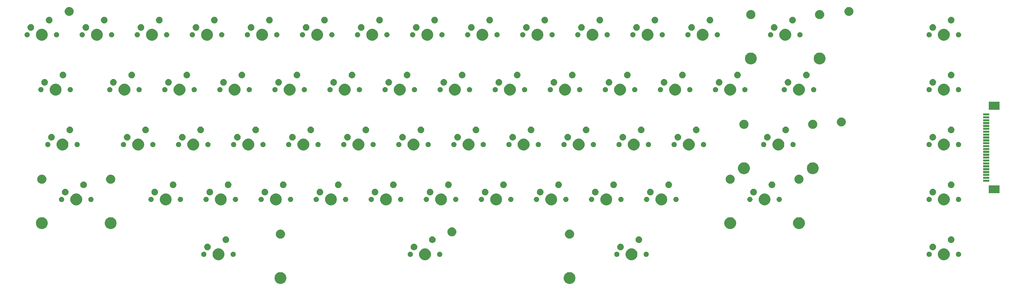
<source format=gts>
G04 #@! TF.GenerationSoftware,KiCad,Pcbnew,5.1.6-c6e7f7d~86~ubuntu18.04.1*
G04 #@! TF.CreationDate,2020-05-27T13:00:32-07:00*
G04 #@! TF.ProjectId,kbd800xl,6b626438-3030-4786-9c2e-6b696361645f,1.0*
G04 #@! TF.SameCoordinates,Original*
G04 #@! TF.FileFunction,Soldermask,Top*
G04 #@! TF.FilePolarity,Negative*
%FSLAX46Y46*%
G04 Gerber Fmt 4.6, Leading zero omitted, Abs format (unit mm)*
G04 Created by KiCad (PCBNEW 5.1.6-c6e7f7d~86~ubuntu18.04.1) date 2020-05-27 13:00:32*
%MOMM*%
%LPD*%
G01*
G04 APERTURE LIST*
%ADD10C,0.100000*%
G04 APERTURE END LIST*
D10*
G36*
X192679504Y-102311568D02*
G01*
X193052761Y-102466176D01*
X193052763Y-102466177D01*
X193388686Y-102690634D01*
X193674366Y-102976314D01*
X193898824Y-103312239D01*
X194053432Y-103685496D01*
X194132250Y-104081743D01*
X194132250Y-104485757D01*
X194053432Y-104882004D01*
X193898824Y-105255261D01*
X193898823Y-105255263D01*
X193674366Y-105591186D01*
X193388686Y-105876866D01*
X193052763Y-106101323D01*
X193052762Y-106101324D01*
X193052761Y-106101324D01*
X192679504Y-106255932D01*
X192283257Y-106334750D01*
X191879243Y-106334750D01*
X191482996Y-106255932D01*
X191109739Y-106101324D01*
X191109738Y-106101324D01*
X191109737Y-106101323D01*
X190773814Y-105876866D01*
X190488134Y-105591186D01*
X190263677Y-105255263D01*
X190263676Y-105255261D01*
X190109068Y-104882004D01*
X190030250Y-104485757D01*
X190030250Y-104081743D01*
X190109068Y-103685496D01*
X190263676Y-103312239D01*
X190488134Y-102976314D01*
X190773814Y-102690634D01*
X191109737Y-102466177D01*
X191109739Y-102466176D01*
X191482996Y-102311568D01*
X191879243Y-102232750D01*
X192283257Y-102232750D01*
X192679504Y-102311568D01*
G37*
G36*
X92679504Y-102311568D02*
G01*
X93052761Y-102466176D01*
X93052763Y-102466177D01*
X93388686Y-102690634D01*
X93674366Y-102976314D01*
X93898824Y-103312239D01*
X94053432Y-103685496D01*
X94132250Y-104081743D01*
X94132250Y-104485757D01*
X94053432Y-104882004D01*
X93898824Y-105255261D01*
X93898823Y-105255263D01*
X93674366Y-105591186D01*
X93388686Y-105876866D01*
X93052763Y-106101323D01*
X93052762Y-106101324D01*
X93052761Y-106101324D01*
X92679504Y-106255932D01*
X92283257Y-106334750D01*
X91879243Y-106334750D01*
X91482996Y-106255932D01*
X91109739Y-106101324D01*
X91109738Y-106101324D01*
X91109737Y-106101323D01*
X90773814Y-105876866D01*
X90488134Y-105591186D01*
X90263677Y-105255263D01*
X90263676Y-105255261D01*
X90109068Y-104882004D01*
X90030250Y-104485757D01*
X90030250Y-104081743D01*
X90109068Y-103685496D01*
X90263676Y-103312239D01*
X90488134Y-102976314D01*
X90773814Y-102690634D01*
X91109737Y-102466177D01*
X91109739Y-102466176D01*
X91482996Y-102311568D01*
X91879243Y-102232750D01*
X92283257Y-102232750D01*
X92679504Y-102311568D01*
G37*
G36*
X142679504Y-94071568D02*
G01*
X143052761Y-94226176D01*
X143052763Y-94226177D01*
X143388686Y-94450634D01*
X143674366Y-94736314D01*
X143898824Y-95072239D01*
X144053432Y-95445496D01*
X144132250Y-95841743D01*
X144132250Y-96245757D01*
X144053432Y-96642004D01*
X143898824Y-97015261D01*
X143898823Y-97015263D01*
X143674366Y-97351186D01*
X143388686Y-97636866D01*
X143052763Y-97861323D01*
X143052762Y-97861324D01*
X143052761Y-97861324D01*
X142679504Y-98015932D01*
X142283257Y-98094750D01*
X141879243Y-98094750D01*
X141482996Y-98015932D01*
X141109739Y-97861324D01*
X141109738Y-97861324D01*
X141109737Y-97861323D01*
X140773814Y-97636866D01*
X140488134Y-97351186D01*
X140263677Y-97015263D01*
X140263676Y-97015261D01*
X140109068Y-96642004D01*
X140030250Y-96245757D01*
X140030250Y-95841743D01*
X140109068Y-95445496D01*
X140263676Y-95072239D01*
X140488134Y-94736314D01*
X140773814Y-94450634D01*
X141109737Y-94226177D01*
X141109739Y-94226176D01*
X141482996Y-94071568D01*
X141879243Y-93992750D01*
X142283257Y-93992750D01*
X142679504Y-94071568D01*
G37*
G36*
X71242004Y-94071568D02*
G01*
X71615261Y-94226176D01*
X71615263Y-94226177D01*
X71951186Y-94450634D01*
X72236866Y-94736314D01*
X72461324Y-95072239D01*
X72615932Y-95445496D01*
X72694750Y-95841743D01*
X72694750Y-96245757D01*
X72615932Y-96642004D01*
X72461324Y-97015261D01*
X72461323Y-97015263D01*
X72236866Y-97351186D01*
X71951186Y-97636866D01*
X71615263Y-97861323D01*
X71615262Y-97861324D01*
X71615261Y-97861324D01*
X71242004Y-98015932D01*
X70845757Y-98094750D01*
X70441743Y-98094750D01*
X70045496Y-98015932D01*
X69672239Y-97861324D01*
X69672238Y-97861324D01*
X69672237Y-97861323D01*
X69336314Y-97636866D01*
X69050634Y-97351186D01*
X68826177Y-97015263D01*
X68826176Y-97015261D01*
X68671568Y-96642004D01*
X68592750Y-96245757D01*
X68592750Y-95841743D01*
X68671568Y-95445496D01*
X68826176Y-95072239D01*
X69050634Y-94736314D01*
X69336314Y-94450634D01*
X69672237Y-94226177D01*
X69672239Y-94226176D01*
X70045496Y-94071568D01*
X70441743Y-93992750D01*
X70845757Y-93992750D01*
X71242004Y-94071568D01*
G37*
G36*
X214117004Y-94071568D02*
G01*
X214490261Y-94226176D01*
X214490263Y-94226177D01*
X214826186Y-94450634D01*
X215111866Y-94736314D01*
X215336324Y-95072239D01*
X215490932Y-95445496D01*
X215569750Y-95841743D01*
X215569750Y-96245757D01*
X215490932Y-96642004D01*
X215336324Y-97015261D01*
X215336323Y-97015263D01*
X215111866Y-97351186D01*
X214826186Y-97636866D01*
X214490263Y-97861323D01*
X214490262Y-97861324D01*
X214490261Y-97861324D01*
X214117004Y-98015932D01*
X213720757Y-98094750D01*
X213316743Y-98094750D01*
X212920496Y-98015932D01*
X212547239Y-97861324D01*
X212547238Y-97861324D01*
X212547237Y-97861323D01*
X212211314Y-97636866D01*
X211925634Y-97351186D01*
X211701177Y-97015263D01*
X211701176Y-97015261D01*
X211546568Y-96642004D01*
X211467750Y-96245757D01*
X211467750Y-95841743D01*
X211546568Y-95445496D01*
X211701176Y-95072239D01*
X211925634Y-94736314D01*
X212211314Y-94450634D01*
X212547237Y-94226177D01*
X212547239Y-94226176D01*
X212920496Y-94071568D01*
X213316743Y-93992750D01*
X213720757Y-93992750D01*
X214117004Y-94071568D01*
G37*
G36*
X322154504Y-94071568D02*
G01*
X322527761Y-94226176D01*
X322527763Y-94226177D01*
X322863686Y-94450634D01*
X323149366Y-94736314D01*
X323373824Y-95072239D01*
X323528432Y-95445496D01*
X323607250Y-95841743D01*
X323607250Y-96245757D01*
X323528432Y-96642004D01*
X323373824Y-97015261D01*
X323373823Y-97015263D01*
X323149366Y-97351186D01*
X322863686Y-97636866D01*
X322527763Y-97861323D01*
X322527762Y-97861324D01*
X322527761Y-97861324D01*
X322154504Y-98015932D01*
X321758257Y-98094750D01*
X321354243Y-98094750D01*
X320957996Y-98015932D01*
X320584739Y-97861324D01*
X320584738Y-97861324D01*
X320584737Y-97861323D01*
X320248814Y-97636866D01*
X319963134Y-97351186D01*
X319738677Y-97015263D01*
X319738676Y-97015261D01*
X319584068Y-96642004D01*
X319505250Y-96245757D01*
X319505250Y-95841743D01*
X319584068Y-95445496D01*
X319738676Y-95072239D01*
X319963134Y-94736314D01*
X320248814Y-94450634D01*
X320584737Y-94226177D01*
X320584739Y-94226176D01*
X320957996Y-94071568D01*
X321354243Y-93992750D01*
X321758257Y-93992750D01*
X322154504Y-94071568D01*
G37*
G36*
X147274762Y-95147677D02*
G01*
X147424062Y-95177374D01*
X147588034Y-95245294D01*
X147735604Y-95343897D01*
X147861103Y-95469396D01*
X147959706Y-95616966D01*
X148027626Y-95780938D01*
X148062250Y-95955009D01*
X148062250Y-96132491D01*
X148027626Y-96306562D01*
X147959706Y-96470534D01*
X147861103Y-96618104D01*
X147735604Y-96743603D01*
X147588034Y-96842206D01*
X147424062Y-96910126D01*
X147274762Y-96939823D01*
X147249992Y-96944750D01*
X147072508Y-96944750D01*
X147047738Y-96939823D01*
X146898438Y-96910126D01*
X146734466Y-96842206D01*
X146586896Y-96743603D01*
X146461397Y-96618104D01*
X146362794Y-96470534D01*
X146294874Y-96306562D01*
X146260250Y-96132491D01*
X146260250Y-95955009D01*
X146294874Y-95780938D01*
X146362794Y-95616966D01*
X146461397Y-95469396D01*
X146586896Y-95343897D01*
X146734466Y-95245294D01*
X146898438Y-95177374D01*
X147047738Y-95147677D01*
X147072508Y-95142750D01*
X147249992Y-95142750D01*
X147274762Y-95147677D01*
G37*
G36*
X137114762Y-95147677D02*
G01*
X137264062Y-95177374D01*
X137428034Y-95245294D01*
X137575604Y-95343897D01*
X137701103Y-95469396D01*
X137799706Y-95616966D01*
X137867626Y-95780938D01*
X137902250Y-95955009D01*
X137902250Y-96132491D01*
X137867626Y-96306562D01*
X137799706Y-96470534D01*
X137701103Y-96618104D01*
X137575604Y-96743603D01*
X137428034Y-96842206D01*
X137264062Y-96910126D01*
X137114762Y-96939823D01*
X137089992Y-96944750D01*
X136912508Y-96944750D01*
X136887738Y-96939823D01*
X136738438Y-96910126D01*
X136574466Y-96842206D01*
X136426896Y-96743603D01*
X136301397Y-96618104D01*
X136202794Y-96470534D01*
X136134874Y-96306562D01*
X136100250Y-96132491D01*
X136100250Y-95955009D01*
X136134874Y-95780938D01*
X136202794Y-95616966D01*
X136301397Y-95469396D01*
X136426896Y-95343897D01*
X136574466Y-95245294D01*
X136738438Y-95177374D01*
X136887738Y-95147677D01*
X136912508Y-95142750D01*
X137089992Y-95142750D01*
X137114762Y-95147677D01*
G37*
G36*
X316589762Y-95147677D02*
G01*
X316739062Y-95177374D01*
X316903034Y-95245294D01*
X317050604Y-95343897D01*
X317176103Y-95469396D01*
X317274706Y-95616966D01*
X317342626Y-95780938D01*
X317377250Y-95955009D01*
X317377250Y-96132491D01*
X317342626Y-96306562D01*
X317274706Y-96470534D01*
X317176103Y-96618104D01*
X317050604Y-96743603D01*
X316903034Y-96842206D01*
X316739062Y-96910126D01*
X316589762Y-96939823D01*
X316564992Y-96944750D01*
X316387508Y-96944750D01*
X316362738Y-96939823D01*
X316213438Y-96910126D01*
X316049466Y-96842206D01*
X315901896Y-96743603D01*
X315776397Y-96618104D01*
X315677794Y-96470534D01*
X315609874Y-96306562D01*
X315575250Y-96132491D01*
X315575250Y-95955009D01*
X315609874Y-95780938D01*
X315677794Y-95616966D01*
X315776397Y-95469396D01*
X315901896Y-95343897D01*
X316049466Y-95245294D01*
X316213438Y-95177374D01*
X316362738Y-95147677D01*
X316387508Y-95142750D01*
X316564992Y-95142750D01*
X316589762Y-95147677D01*
G37*
G36*
X218712262Y-95147677D02*
G01*
X218861562Y-95177374D01*
X219025534Y-95245294D01*
X219173104Y-95343897D01*
X219298603Y-95469396D01*
X219397206Y-95616966D01*
X219465126Y-95780938D01*
X219499750Y-95955009D01*
X219499750Y-96132491D01*
X219465126Y-96306562D01*
X219397206Y-96470534D01*
X219298603Y-96618104D01*
X219173104Y-96743603D01*
X219025534Y-96842206D01*
X218861562Y-96910126D01*
X218712262Y-96939823D01*
X218687492Y-96944750D01*
X218510008Y-96944750D01*
X218485238Y-96939823D01*
X218335938Y-96910126D01*
X218171966Y-96842206D01*
X218024396Y-96743603D01*
X217898897Y-96618104D01*
X217800294Y-96470534D01*
X217732374Y-96306562D01*
X217697750Y-96132491D01*
X217697750Y-95955009D01*
X217732374Y-95780938D01*
X217800294Y-95616966D01*
X217898897Y-95469396D01*
X218024396Y-95343897D01*
X218171966Y-95245294D01*
X218335938Y-95177374D01*
X218485238Y-95147677D01*
X218510008Y-95142750D01*
X218687492Y-95142750D01*
X218712262Y-95147677D01*
G37*
G36*
X75837262Y-95147677D02*
G01*
X75986562Y-95177374D01*
X76150534Y-95245294D01*
X76298104Y-95343897D01*
X76423603Y-95469396D01*
X76522206Y-95616966D01*
X76590126Y-95780938D01*
X76624750Y-95955009D01*
X76624750Y-96132491D01*
X76590126Y-96306562D01*
X76522206Y-96470534D01*
X76423603Y-96618104D01*
X76298104Y-96743603D01*
X76150534Y-96842206D01*
X75986562Y-96910126D01*
X75837262Y-96939823D01*
X75812492Y-96944750D01*
X75635008Y-96944750D01*
X75610238Y-96939823D01*
X75460938Y-96910126D01*
X75296966Y-96842206D01*
X75149396Y-96743603D01*
X75023897Y-96618104D01*
X74925294Y-96470534D01*
X74857374Y-96306562D01*
X74822750Y-96132491D01*
X74822750Y-95955009D01*
X74857374Y-95780938D01*
X74925294Y-95616966D01*
X75023897Y-95469396D01*
X75149396Y-95343897D01*
X75296966Y-95245294D01*
X75460938Y-95177374D01*
X75610238Y-95147677D01*
X75635008Y-95142750D01*
X75812492Y-95142750D01*
X75837262Y-95147677D01*
G37*
G36*
X65677262Y-95147677D02*
G01*
X65826562Y-95177374D01*
X65990534Y-95245294D01*
X66138104Y-95343897D01*
X66263603Y-95469396D01*
X66362206Y-95616966D01*
X66430126Y-95780938D01*
X66464750Y-95955009D01*
X66464750Y-96132491D01*
X66430126Y-96306562D01*
X66362206Y-96470534D01*
X66263603Y-96618104D01*
X66138104Y-96743603D01*
X65990534Y-96842206D01*
X65826562Y-96910126D01*
X65677262Y-96939823D01*
X65652492Y-96944750D01*
X65475008Y-96944750D01*
X65450238Y-96939823D01*
X65300938Y-96910126D01*
X65136966Y-96842206D01*
X64989396Y-96743603D01*
X64863897Y-96618104D01*
X64765294Y-96470534D01*
X64697374Y-96306562D01*
X64662750Y-96132491D01*
X64662750Y-95955009D01*
X64697374Y-95780938D01*
X64765294Y-95616966D01*
X64863897Y-95469396D01*
X64989396Y-95343897D01*
X65136966Y-95245294D01*
X65300938Y-95177374D01*
X65450238Y-95147677D01*
X65475008Y-95142750D01*
X65652492Y-95142750D01*
X65677262Y-95147677D01*
G37*
G36*
X208552262Y-95147677D02*
G01*
X208701562Y-95177374D01*
X208865534Y-95245294D01*
X209013104Y-95343897D01*
X209138603Y-95469396D01*
X209237206Y-95616966D01*
X209305126Y-95780938D01*
X209339750Y-95955009D01*
X209339750Y-96132491D01*
X209305126Y-96306562D01*
X209237206Y-96470534D01*
X209138603Y-96618104D01*
X209013104Y-96743603D01*
X208865534Y-96842206D01*
X208701562Y-96910126D01*
X208552262Y-96939823D01*
X208527492Y-96944750D01*
X208350008Y-96944750D01*
X208325238Y-96939823D01*
X208175938Y-96910126D01*
X208011966Y-96842206D01*
X207864396Y-96743603D01*
X207738897Y-96618104D01*
X207640294Y-96470534D01*
X207572374Y-96306562D01*
X207537750Y-96132491D01*
X207537750Y-95955009D01*
X207572374Y-95780938D01*
X207640294Y-95616966D01*
X207738897Y-95469396D01*
X207864396Y-95343897D01*
X208011966Y-95245294D01*
X208175938Y-95177374D01*
X208325238Y-95147677D01*
X208350008Y-95142750D01*
X208527492Y-95142750D01*
X208552262Y-95147677D01*
G37*
G36*
X326749762Y-95147677D02*
G01*
X326899062Y-95177374D01*
X327063034Y-95245294D01*
X327210604Y-95343897D01*
X327336103Y-95469396D01*
X327434706Y-95616966D01*
X327502626Y-95780938D01*
X327537250Y-95955009D01*
X327537250Y-96132491D01*
X327502626Y-96306562D01*
X327434706Y-96470534D01*
X327336103Y-96618104D01*
X327210604Y-96743603D01*
X327063034Y-96842206D01*
X326899062Y-96910126D01*
X326749762Y-96939823D01*
X326724992Y-96944750D01*
X326547508Y-96944750D01*
X326522738Y-96939823D01*
X326373438Y-96910126D01*
X326209466Y-96842206D01*
X326061896Y-96743603D01*
X325936397Y-96618104D01*
X325837794Y-96470534D01*
X325769874Y-96306562D01*
X325735250Y-96132491D01*
X325735250Y-95955009D01*
X325769874Y-95780938D01*
X325837794Y-95616966D01*
X325936397Y-95469396D01*
X326061896Y-95343897D01*
X326209466Y-95245294D01*
X326373438Y-95177374D01*
X326522738Y-95147677D01*
X326547508Y-95142750D01*
X326724992Y-95142750D01*
X326749762Y-95147677D01*
G37*
G36*
X317970799Y-92374866D02*
G01*
X318081984Y-92396982D01*
X318291453Y-92483747D01*
X318479970Y-92609710D01*
X318640290Y-92770030D01*
X318766253Y-92958547D01*
X318853018Y-93168016D01*
X318897250Y-93390386D01*
X318897250Y-93617114D01*
X318853018Y-93839484D01*
X318766253Y-94048953D01*
X318640290Y-94237470D01*
X318479970Y-94397790D01*
X318291453Y-94523753D01*
X318081984Y-94610518D01*
X317970799Y-94632634D01*
X317859615Y-94654750D01*
X317632885Y-94654750D01*
X317521701Y-94632634D01*
X317410516Y-94610518D01*
X317201047Y-94523753D01*
X317012530Y-94397790D01*
X316852210Y-94237470D01*
X316726247Y-94048953D01*
X316639482Y-93839484D01*
X316595250Y-93617114D01*
X316595250Y-93390386D01*
X316639482Y-93168016D01*
X316726247Y-92958547D01*
X316852210Y-92770030D01*
X317012530Y-92609710D01*
X317201047Y-92483747D01*
X317410516Y-92396982D01*
X317521701Y-92374866D01*
X317632885Y-92352750D01*
X317859615Y-92352750D01*
X317970799Y-92374866D01*
G37*
G36*
X209933299Y-92374866D02*
G01*
X210044484Y-92396982D01*
X210253953Y-92483747D01*
X210442470Y-92609710D01*
X210602790Y-92770030D01*
X210728753Y-92958547D01*
X210815518Y-93168016D01*
X210859750Y-93390386D01*
X210859750Y-93617114D01*
X210815518Y-93839484D01*
X210728753Y-94048953D01*
X210602790Y-94237470D01*
X210442470Y-94397790D01*
X210253953Y-94523753D01*
X210044484Y-94610518D01*
X209933299Y-94632634D01*
X209822115Y-94654750D01*
X209595385Y-94654750D01*
X209484201Y-94632634D01*
X209373016Y-94610518D01*
X209163547Y-94523753D01*
X208975030Y-94397790D01*
X208814710Y-94237470D01*
X208688747Y-94048953D01*
X208601982Y-93839484D01*
X208557750Y-93617114D01*
X208557750Y-93390386D01*
X208601982Y-93168016D01*
X208688747Y-92958547D01*
X208814710Y-92770030D01*
X208975030Y-92609710D01*
X209163547Y-92483747D01*
X209373016Y-92396982D01*
X209484201Y-92374866D01*
X209595385Y-92352750D01*
X209822115Y-92352750D01*
X209933299Y-92374866D01*
G37*
G36*
X138495799Y-92374866D02*
G01*
X138606984Y-92396982D01*
X138816453Y-92483747D01*
X139004970Y-92609710D01*
X139165290Y-92770030D01*
X139291253Y-92958547D01*
X139378018Y-93168016D01*
X139422250Y-93390386D01*
X139422250Y-93617114D01*
X139378018Y-93839484D01*
X139291253Y-94048953D01*
X139165290Y-94237470D01*
X139004970Y-94397790D01*
X138816453Y-94523753D01*
X138606984Y-94610518D01*
X138495799Y-94632634D01*
X138384615Y-94654750D01*
X138157885Y-94654750D01*
X138046701Y-94632634D01*
X137935516Y-94610518D01*
X137726047Y-94523753D01*
X137537530Y-94397790D01*
X137377210Y-94237470D01*
X137251247Y-94048953D01*
X137164482Y-93839484D01*
X137120250Y-93617114D01*
X137120250Y-93390386D01*
X137164482Y-93168016D01*
X137251247Y-92958547D01*
X137377210Y-92770030D01*
X137537530Y-92609710D01*
X137726047Y-92483747D01*
X137935516Y-92396982D01*
X138046701Y-92374866D01*
X138157885Y-92352750D01*
X138384615Y-92352750D01*
X138495799Y-92374866D01*
G37*
G36*
X67058299Y-92374866D02*
G01*
X67169484Y-92396982D01*
X67378953Y-92483747D01*
X67567470Y-92609710D01*
X67727790Y-92770030D01*
X67853753Y-92958547D01*
X67940518Y-93168016D01*
X67984750Y-93390386D01*
X67984750Y-93617114D01*
X67940518Y-93839484D01*
X67853753Y-94048953D01*
X67727790Y-94237470D01*
X67567470Y-94397790D01*
X67378953Y-94523753D01*
X67169484Y-94610518D01*
X67058299Y-94632634D01*
X66947115Y-94654750D01*
X66720385Y-94654750D01*
X66609201Y-94632634D01*
X66498016Y-94610518D01*
X66288547Y-94523753D01*
X66100030Y-94397790D01*
X65939710Y-94237470D01*
X65813747Y-94048953D01*
X65726982Y-93839484D01*
X65682750Y-93617114D01*
X65682750Y-93390386D01*
X65726982Y-93168016D01*
X65813747Y-92958547D01*
X65939710Y-92770030D01*
X66100030Y-92609710D01*
X66288547Y-92483747D01*
X66498016Y-92396982D01*
X66609201Y-92374866D01*
X66720385Y-92352750D01*
X66947115Y-92352750D01*
X67058299Y-92374866D01*
G37*
G36*
X216283299Y-89834866D02*
G01*
X216394484Y-89856982D01*
X216603953Y-89943747D01*
X216792470Y-90069710D01*
X216952790Y-90230030D01*
X217078753Y-90418547D01*
X217165518Y-90628016D01*
X217209750Y-90850386D01*
X217209750Y-91077114D01*
X217165518Y-91299484D01*
X217078753Y-91508953D01*
X216952790Y-91697470D01*
X216792470Y-91857790D01*
X216603953Y-91983753D01*
X216394484Y-92070518D01*
X216283299Y-92092634D01*
X216172115Y-92114750D01*
X215945385Y-92114750D01*
X215834201Y-92092634D01*
X215723016Y-92070518D01*
X215513547Y-91983753D01*
X215325030Y-91857790D01*
X215164710Y-91697470D01*
X215038747Y-91508953D01*
X214951982Y-91299484D01*
X214907750Y-91077114D01*
X214907750Y-90850386D01*
X214951982Y-90628016D01*
X215038747Y-90418547D01*
X215164710Y-90230030D01*
X215325030Y-90069710D01*
X215513547Y-89943747D01*
X215723016Y-89856982D01*
X215834201Y-89834866D01*
X215945385Y-89812750D01*
X216172115Y-89812750D01*
X216283299Y-89834866D01*
G37*
G36*
X73408299Y-89834866D02*
G01*
X73519484Y-89856982D01*
X73728953Y-89943747D01*
X73917470Y-90069710D01*
X74077790Y-90230030D01*
X74203753Y-90418547D01*
X74290518Y-90628016D01*
X74334750Y-90850386D01*
X74334750Y-91077114D01*
X74290518Y-91299484D01*
X74203753Y-91508953D01*
X74077790Y-91697470D01*
X73917470Y-91857790D01*
X73728953Y-91983753D01*
X73519484Y-92070518D01*
X73408299Y-92092634D01*
X73297115Y-92114750D01*
X73070385Y-92114750D01*
X72959201Y-92092634D01*
X72848016Y-92070518D01*
X72638547Y-91983753D01*
X72450030Y-91857790D01*
X72289710Y-91697470D01*
X72163747Y-91508953D01*
X72076982Y-91299484D01*
X72032750Y-91077114D01*
X72032750Y-90850386D01*
X72076982Y-90628016D01*
X72163747Y-90418547D01*
X72289710Y-90230030D01*
X72450030Y-90069710D01*
X72638547Y-89943747D01*
X72848016Y-89856982D01*
X72959201Y-89834866D01*
X73070385Y-89812750D01*
X73297115Y-89812750D01*
X73408299Y-89834866D01*
G37*
G36*
X144845799Y-89834866D02*
G01*
X144956984Y-89856982D01*
X145166453Y-89943747D01*
X145354970Y-90069710D01*
X145515290Y-90230030D01*
X145641253Y-90418547D01*
X145728018Y-90628016D01*
X145772250Y-90850386D01*
X145772250Y-91077114D01*
X145728018Y-91299484D01*
X145641253Y-91508953D01*
X145515290Y-91697470D01*
X145354970Y-91857790D01*
X145166453Y-91983753D01*
X144956984Y-92070518D01*
X144845799Y-92092634D01*
X144734615Y-92114750D01*
X144507885Y-92114750D01*
X144396701Y-92092634D01*
X144285516Y-92070518D01*
X144076047Y-91983753D01*
X143887530Y-91857790D01*
X143727210Y-91697470D01*
X143601247Y-91508953D01*
X143514482Y-91299484D01*
X143470250Y-91077114D01*
X143470250Y-90850386D01*
X143514482Y-90628016D01*
X143601247Y-90418547D01*
X143727210Y-90230030D01*
X143887530Y-90069710D01*
X144076047Y-89943747D01*
X144285516Y-89856982D01*
X144396701Y-89834866D01*
X144507885Y-89812750D01*
X144734615Y-89812750D01*
X144845799Y-89834866D01*
G37*
G36*
X324320799Y-89834866D02*
G01*
X324431984Y-89856982D01*
X324641453Y-89943747D01*
X324829970Y-90069710D01*
X324990290Y-90230030D01*
X325116253Y-90418547D01*
X325203018Y-90628016D01*
X325247250Y-90850386D01*
X325247250Y-91077114D01*
X325203018Y-91299484D01*
X325116253Y-91508953D01*
X324990290Y-91697470D01*
X324829970Y-91857790D01*
X324641453Y-91983753D01*
X324431984Y-92070518D01*
X324320799Y-92092634D01*
X324209615Y-92114750D01*
X323982885Y-92114750D01*
X323871701Y-92092634D01*
X323760516Y-92070518D01*
X323551047Y-91983753D01*
X323362530Y-91857790D01*
X323202210Y-91697470D01*
X323076247Y-91508953D01*
X322989482Y-91299484D01*
X322945250Y-91077114D01*
X322945250Y-90850386D01*
X322989482Y-90628016D01*
X323076247Y-90418547D01*
X323202210Y-90230030D01*
X323362530Y-90069710D01*
X323551047Y-89943747D01*
X323760516Y-89856982D01*
X323871701Y-89834866D01*
X323982885Y-89812750D01*
X324209615Y-89812750D01*
X324320799Y-89834866D01*
G37*
G36*
X192312333Y-87482840D02*
G01*
X192540952Y-87528314D01*
X192827766Y-87647117D01*
X193085892Y-87819591D01*
X193305409Y-88039108D01*
X193477883Y-88297234D01*
X193596686Y-88584048D01*
X193657250Y-88888528D01*
X193657250Y-89198972D01*
X193596686Y-89503452D01*
X193477883Y-89790266D01*
X193305409Y-90048392D01*
X193085892Y-90267909D01*
X192827766Y-90440383D01*
X192540952Y-90559186D01*
X192312333Y-90604660D01*
X192236474Y-90619750D01*
X191926026Y-90619750D01*
X191850167Y-90604660D01*
X191621548Y-90559186D01*
X191334734Y-90440383D01*
X191076608Y-90267909D01*
X190857091Y-90048392D01*
X190684617Y-89790266D01*
X190565814Y-89503452D01*
X190505250Y-89198972D01*
X190505250Y-88888528D01*
X190565814Y-88584048D01*
X190684617Y-88297234D01*
X190857091Y-88039108D01*
X191076608Y-87819591D01*
X191334734Y-87647117D01*
X191621548Y-87528314D01*
X191850167Y-87482840D01*
X191926026Y-87467750D01*
X192236474Y-87467750D01*
X192312333Y-87482840D01*
G37*
G36*
X92312333Y-87482840D02*
G01*
X92540952Y-87528314D01*
X92827766Y-87647117D01*
X93085892Y-87819591D01*
X93305409Y-88039108D01*
X93477883Y-88297234D01*
X93596686Y-88584048D01*
X93657250Y-88888528D01*
X93657250Y-89198972D01*
X93596686Y-89503452D01*
X93477883Y-89790266D01*
X93305409Y-90048392D01*
X93085892Y-90267909D01*
X92827766Y-90440383D01*
X92540952Y-90559186D01*
X92312333Y-90604660D01*
X92236474Y-90619750D01*
X91926026Y-90619750D01*
X91850167Y-90604660D01*
X91621548Y-90559186D01*
X91334734Y-90440383D01*
X91076608Y-90267909D01*
X90857091Y-90048392D01*
X90684617Y-89790266D01*
X90565814Y-89503452D01*
X90505250Y-89198972D01*
X90505250Y-88888528D01*
X90565814Y-88584048D01*
X90684617Y-88297234D01*
X90857091Y-88039108D01*
X91076608Y-87819591D01*
X91334734Y-87647117D01*
X91621548Y-87528314D01*
X91850167Y-87482840D01*
X91926026Y-87467750D01*
X92236474Y-87467750D01*
X92312333Y-87482840D01*
G37*
G36*
X151677585Y-86728802D02*
G01*
X151827410Y-86758604D01*
X152109674Y-86875521D01*
X152363705Y-87045259D01*
X152579741Y-87261295D01*
X152749479Y-87515326D01*
X152866396Y-87797590D01*
X152926000Y-88097240D01*
X152926000Y-88402760D01*
X152866396Y-88702410D01*
X152749479Y-88984674D01*
X152579741Y-89238705D01*
X152363705Y-89454741D01*
X152109674Y-89624479D01*
X151827410Y-89741396D01*
X151677585Y-89771198D01*
X151527761Y-89801000D01*
X151222239Y-89801000D01*
X151072415Y-89771198D01*
X150922590Y-89741396D01*
X150640326Y-89624479D01*
X150386295Y-89454741D01*
X150170259Y-89238705D01*
X150000521Y-88984674D01*
X149883604Y-88702410D01*
X149824000Y-88402760D01*
X149824000Y-88097240D01*
X149883604Y-87797590D01*
X150000521Y-87515326D01*
X150170259Y-87261295D01*
X150386295Y-87045259D01*
X150640326Y-86875521D01*
X150922590Y-86758604D01*
X151072415Y-86728802D01*
X151222239Y-86699000D01*
X151527761Y-86699000D01*
X151677585Y-86728802D01*
G37*
G36*
X272054504Y-83261568D02*
G01*
X272427761Y-83416176D01*
X272427763Y-83416177D01*
X272763686Y-83640634D01*
X273049366Y-83926314D01*
X273273824Y-84262239D01*
X273428432Y-84635496D01*
X273507250Y-85031743D01*
X273507250Y-85435757D01*
X273428432Y-85832004D01*
X273273824Y-86205261D01*
X273273823Y-86205263D01*
X273049366Y-86541186D01*
X272763686Y-86826866D01*
X272427763Y-87051323D01*
X272427762Y-87051324D01*
X272427761Y-87051324D01*
X272054504Y-87205932D01*
X271658257Y-87284750D01*
X271254243Y-87284750D01*
X270857996Y-87205932D01*
X270484739Y-87051324D01*
X270484738Y-87051324D01*
X270484737Y-87051323D01*
X270148814Y-86826866D01*
X269863134Y-86541186D01*
X269638677Y-86205263D01*
X269638676Y-86205261D01*
X269484068Y-85832004D01*
X269405250Y-85435757D01*
X269405250Y-85031743D01*
X269484068Y-84635496D01*
X269638676Y-84262239D01*
X269863134Y-83926314D01*
X270148814Y-83640634D01*
X270484737Y-83416177D01*
X270484739Y-83416176D01*
X270857996Y-83261568D01*
X271254243Y-83182750D01*
X271658257Y-83182750D01*
X272054504Y-83261568D01*
G37*
G36*
X248254504Y-83261568D02*
G01*
X248627761Y-83416176D01*
X248627763Y-83416177D01*
X248963686Y-83640634D01*
X249249366Y-83926314D01*
X249473824Y-84262239D01*
X249628432Y-84635496D01*
X249707250Y-85031743D01*
X249707250Y-85435757D01*
X249628432Y-85832004D01*
X249473824Y-86205261D01*
X249473823Y-86205263D01*
X249249366Y-86541186D01*
X248963686Y-86826866D01*
X248627763Y-87051323D01*
X248627762Y-87051324D01*
X248627761Y-87051324D01*
X248254504Y-87205932D01*
X247858257Y-87284750D01*
X247454243Y-87284750D01*
X247057996Y-87205932D01*
X246684739Y-87051324D01*
X246684738Y-87051324D01*
X246684737Y-87051323D01*
X246348814Y-86826866D01*
X246063134Y-86541186D01*
X245838677Y-86205263D01*
X245838676Y-86205261D01*
X245684068Y-85832004D01*
X245605250Y-85435757D01*
X245605250Y-85031743D01*
X245684068Y-84635496D01*
X245838676Y-84262239D01*
X246063134Y-83926314D01*
X246348814Y-83640634D01*
X246684737Y-83416177D01*
X246684739Y-83416176D01*
X247057996Y-83261568D01*
X247454243Y-83182750D01*
X247858257Y-83182750D01*
X248254504Y-83261568D01*
G37*
G36*
X10129504Y-83261568D02*
G01*
X10502761Y-83416176D01*
X10502763Y-83416177D01*
X10838686Y-83640634D01*
X11124366Y-83926314D01*
X11348824Y-84262239D01*
X11503432Y-84635496D01*
X11582250Y-85031743D01*
X11582250Y-85435757D01*
X11503432Y-85832004D01*
X11348824Y-86205261D01*
X11348823Y-86205263D01*
X11124366Y-86541186D01*
X10838686Y-86826866D01*
X10502763Y-87051323D01*
X10502762Y-87051324D01*
X10502761Y-87051324D01*
X10129504Y-87205932D01*
X9733257Y-87284750D01*
X9329243Y-87284750D01*
X8932996Y-87205932D01*
X8559739Y-87051324D01*
X8559738Y-87051324D01*
X8559737Y-87051323D01*
X8223814Y-86826866D01*
X7938134Y-86541186D01*
X7713677Y-86205263D01*
X7713676Y-86205261D01*
X7559068Y-85832004D01*
X7480250Y-85435757D01*
X7480250Y-85031743D01*
X7559068Y-84635496D01*
X7713676Y-84262239D01*
X7938134Y-83926314D01*
X8223814Y-83640634D01*
X8559737Y-83416177D01*
X8559739Y-83416176D01*
X8932996Y-83261568D01*
X9329243Y-83182750D01*
X9733257Y-83182750D01*
X10129504Y-83261568D01*
G37*
G36*
X33929504Y-83261568D02*
G01*
X34302761Y-83416176D01*
X34302763Y-83416177D01*
X34638686Y-83640634D01*
X34924366Y-83926314D01*
X35148824Y-84262239D01*
X35303432Y-84635496D01*
X35382250Y-85031743D01*
X35382250Y-85435757D01*
X35303432Y-85832004D01*
X35148824Y-86205261D01*
X35148823Y-86205263D01*
X34924366Y-86541186D01*
X34638686Y-86826866D01*
X34302763Y-87051323D01*
X34302762Y-87051324D01*
X34302761Y-87051324D01*
X33929504Y-87205932D01*
X33533257Y-87284750D01*
X33129243Y-87284750D01*
X32732996Y-87205932D01*
X32359739Y-87051324D01*
X32359738Y-87051324D01*
X32359737Y-87051323D01*
X32023814Y-86826866D01*
X31738134Y-86541186D01*
X31513677Y-86205263D01*
X31513676Y-86205261D01*
X31359068Y-85832004D01*
X31280250Y-85435757D01*
X31280250Y-85031743D01*
X31359068Y-84635496D01*
X31513676Y-84262239D01*
X31738134Y-83926314D01*
X32023814Y-83640634D01*
X32359737Y-83416177D01*
X32359739Y-83416176D01*
X32732996Y-83261568D01*
X33129243Y-83182750D01*
X33533257Y-83182750D01*
X33929504Y-83261568D01*
G37*
G36*
X205385754Y-75021568D02*
G01*
X205759011Y-75176176D01*
X205759013Y-75176177D01*
X206094936Y-75400634D01*
X206380616Y-75686314D01*
X206605074Y-76022239D01*
X206759682Y-76395496D01*
X206838500Y-76791743D01*
X206838500Y-77195757D01*
X206759682Y-77592004D01*
X206605074Y-77965261D01*
X206605073Y-77965263D01*
X206380616Y-78301186D01*
X206094936Y-78586866D01*
X205759013Y-78811323D01*
X205759012Y-78811324D01*
X205759011Y-78811324D01*
X205385754Y-78965932D01*
X204989507Y-79044750D01*
X204585493Y-79044750D01*
X204189246Y-78965932D01*
X203815989Y-78811324D01*
X203815988Y-78811324D01*
X203815987Y-78811323D01*
X203480064Y-78586866D01*
X203194384Y-78301186D01*
X202969927Y-77965263D01*
X202969926Y-77965261D01*
X202815318Y-77592004D01*
X202736500Y-77195757D01*
X202736500Y-76791743D01*
X202815318Y-76395496D01*
X202969926Y-76022239D01*
X203194384Y-75686314D01*
X203480064Y-75400634D01*
X203815987Y-75176177D01*
X203815989Y-75176176D01*
X204189246Y-75021568D01*
X204585493Y-74942750D01*
X204989507Y-74942750D01*
X205385754Y-75021568D01*
G37*
G36*
X186335754Y-75021568D02*
G01*
X186709011Y-75176176D01*
X186709013Y-75176177D01*
X187044936Y-75400634D01*
X187330616Y-75686314D01*
X187555074Y-76022239D01*
X187709682Y-76395496D01*
X187788500Y-76791743D01*
X187788500Y-77195757D01*
X187709682Y-77592004D01*
X187555074Y-77965261D01*
X187555073Y-77965263D01*
X187330616Y-78301186D01*
X187044936Y-78586866D01*
X186709013Y-78811323D01*
X186709012Y-78811324D01*
X186709011Y-78811324D01*
X186335754Y-78965932D01*
X185939507Y-79044750D01*
X185535493Y-79044750D01*
X185139246Y-78965932D01*
X184765989Y-78811324D01*
X184765988Y-78811324D01*
X184765987Y-78811323D01*
X184430064Y-78586866D01*
X184144384Y-78301186D01*
X183919927Y-77965263D01*
X183919926Y-77965261D01*
X183765318Y-77592004D01*
X183686500Y-77195757D01*
X183686500Y-76791743D01*
X183765318Y-76395496D01*
X183919926Y-76022239D01*
X184144384Y-75686314D01*
X184430064Y-75400634D01*
X184765987Y-75176177D01*
X184765989Y-75176176D01*
X185139246Y-75021568D01*
X185535493Y-74942750D01*
X185939507Y-74942750D01*
X186335754Y-75021568D01*
G37*
G36*
X129185754Y-75021568D02*
G01*
X129559011Y-75176176D01*
X129559013Y-75176177D01*
X129894936Y-75400634D01*
X130180616Y-75686314D01*
X130405074Y-76022239D01*
X130559682Y-76395496D01*
X130638500Y-76791743D01*
X130638500Y-77195757D01*
X130559682Y-77592004D01*
X130405074Y-77965261D01*
X130405073Y-77965263D01*
X130180616Y-78301186D01*
X129894936Y-78586866D01*
X129559013Y-78811323D01*
X129559012Y-78811324D01*
X129559011Y-78811324D01*
X129185754Y-78965932D01*
X128789507Y-79044750D01*
X128385493Y-79044750D01*
X127989246Y-78965932D01*
X127615989Y-78811324D01*
X127615988Y-78811324D01*
X127615987Y-78811323D01*
X127280064Y-78586866D01*
X126994384Y-78301186D01*
X126769927Y-77965263D01*
X126769926Y-77965261D01*
X126615318Y-77592004D01*
X126536500Y-77195757D01*
X126536500Y-76791743D01*
X126615318Y-76395496D01*
X126769926Y-76022239D01*
X126994384Y-75686314D01*
X127280064Y-75400634D01*
X127615987Y-75176177D01*
X127615989Y-75176176D01*
X127989246Y-75021568D01*
X128385493Y-74942750D01*
X128789507Y-74942750D01*
X129185754Y-75021568D01*
G37*
G36*
X110135754Y-75021568D02*
G01*
X110509011Y-75176176D01*
X110509013Y-75176177D01*
X110844936Y-75400634D01*
X111130616Y-75686314D01*
X111355074Y-76022239D01*
X111509682Y-76395496D01*
X111588500Y-76791743D01*
X111588500Y-77195757D01*
X111509682Y-77592004D01*
X111355074Y-77965261D01*
X111355073Y-77965263D01*
X111130616Y-78301186D01*
X110844936Y-78586866D01*
X110509013Y-78811323D01*
X110509012Y-78811324D01*
X110509011Y-78811324D01*
X110135754Y-78965932D01*
X109739507Y-79044750D01*
X109335493Y-79044750D01*
X108939246Y-78965932D01*
X108565989Y-78811324D01*
X108565988Y-78811324D01*
X108565987Y-78811323D01*
X108230064Y-78586866D01*
X107944384Y-78301186D01*
X107719927Y-77965263D01*
X107719926Y-77965261D01*
X107565318Y-77592004D01*
X107486500Y-77195757D01*
X107486500Y-76791743D01*
X107565318Y-76395496D01*
X107719926Y-76022239D01*
X107944384Y-75686314D01*
X108230064Y-75400634D01*
X108565987Y-75176177D01*
X108565989Y-75176176D01*
X108939246Y-75021568D01*
X109335493Y-74942750D01*
X109739507Y-74942750D01*
X110135754Y-75021568D01*
G37*
G36*
X91085754Y-75021568D02*
G01*
X91459011Y-75176176D01*
X91459013Y-75176177D01*
X91794936Y-75400634D01*
X92080616Y-75686314D01*
X92305074Y-76022239D01*
X92459682Y-76395496D01*
X92538500Y-76791743D01*
X92538500Y-77195757D01*
X92459682Y-77592004D01*
X92305074Y-77965261D01*
X92305073Y-77965263D01*
X92080616Y-78301186D01*
X91794936Y-78586866D01*
X91459013Y-78811323D01*
X91459012Y-78811324D01*
X91459011Y-78811324D01*
X91085754Y-78965932D01*
X90689507Y-79044750D01*
X90285493Y-79044750D01*
X89889246Y-78965932D01*
X89515989Y-78811324D01*
X89515988Y-78811324D01*
X89515987Y-78811323D01*
X89180064Y-78586866D01*
X88894384Y-78301186D01*
X88669927Y-77965263D01*
X88669926Y-77965261D01*
X88515318Y-77592004D01*
X88436500Y-77195757D01*
X88436500Y-76791743D01*
X88515318Y-76395496D01*
X88669926Y-76022239D01*
X88894384Y-75686314D01*
X89180064Y-75400634D01*
X89515987Y-75176177D01*
X89515989Y-75176176D01*
X89889246Y-75021568D01*
X90285493Y-74942750D01*
X90689507Y-74942750D01*
X91085754Y-75021568D01*
G37*
G36*
X72035754Y-75021568D02*
G01*
X72409011Y-75176176D01*
X72409013Y-75176177D01*
X72744936Y-75400634D01*
X73030616Y-75686314D01*
X73255074Y-76022239D01*
X73409682Y-76395496D01*
X73488500Y-76791743D01*
X73488500Y-77195757D01*
X73409682Y-77592004D01*
X73255074Y-77965261D01*
X73255073Y-77965263D01*
X73030616Y-78301186D01*
X72744936Y-78586866D01*
X72409013Y-78811323D01*
X72409012Y-78811324D01*
X72409011Y-78811324D01*
X72035754Y-78965932D01*
X71639507Y-79044750D01*
X71235493Y-79044750D01*
X70839246Y-78965932D01*
X70465989Y-78811324D01*
X70465988Y-78811324D01*
X70465987Y-78811323D01*
X70130064Y-78586866D01*
X69844384Y-78301186D01*
X69619927Y-77965263D01*
X69619926Y-77965261D01*
X69465318Y-77592004D01*
X69386500Y-77195757D01*
X69386500Y-76791743D01*
X69465318Y-76395496D01*
X69619926Y-76022239D01*
X69844384Y-75686314D01*
X70130064Y-75400634D01*
X70465987Y-75176177D01*
X70465989Y-75176176D01*
X70839246Y-75021568D01*
X71235493Y-74942750D01*
X71639507Y-74942750D01*
X72035754Y-75021568D01*
G37*
G36*
X224435754Y-75021568D02*
G01*
X224809011Y-75176176D01*
X224809013Y-75176177D01*
X225144936Y-75400634D01*
X225430616Y-75686314D01*
X225655074Y-76022239D01*
X225809682Y-76395496D01*
X225888500Y-76791743D01*
X225888500Y-77195757D01*
X225809682Y-77592004D01*
X225655074Y-77965261D01*
X225655073Y-77965263D01*
X225430616Y-78301186D01*
X225144936Y-78586866D01*
X224809013Y-78811323D01*
X224809012Y-78811324D01*
X224809011Y-78811324D01*
X224435754Y-78965932D01*
X224039507Y-79044750D01*
X223635493Y-79044750D01*
X223239246Y-78965932D01*
X222865989Y-78811324D01*
X222865988Y-78811324D01*
X222865987Y-78811323D01*
X222530064Y-78586866D01*
X222244384Y-78301186D01*
X222019927Y-77965263D01*
X222019926Y-77965261D01*
X221865318Y-77592004D01*
X221786500Y-77195757D01*
X221786500Y-76791743D01*
X221865318Y-76395496D01*
X222019926Y-76022239D01*
X222244384Y-75686314D01*
X222530064Y-75400634D01*
X222865987Y-75176177D01*
X222865989Y-75176176D01*
X223239246Y-75021568D01*
X223635493Y-74942750D01*
X224039507Y-74942750D01*
X224435754Y-75021568D01*
G37*
G36*
X148235754Y-75021568D02*
G01*
X148609011Y-75176176D01*
X148609013Y-75176177D01*
X148944936Y-75400634D01*
X149230616Y-75686314D01*
X149455074Y-76022239D01*
X149609682Y-76395496D01*
X149688500Y-76791743D01*
X149688500Y-77195757D01*
X149609682Y-77592004D01*
X149455074Y-77965261D01*
X149455073Y-77965263D01*
X149230616Y-78301186D01*
X148944936Y-78586866D01*
X148609013Y-78811323D01*
X148609012Y-78811324D01*
X148609011Y-78811324D01*
X148235754Y-78965932D01*
X147839507Y-79044750D01*
X147435493Y-79044750D01*
X147039246Y-78965932D01*
X146665989Y-78811324D01*
X146665988Y-78811324D01*
X146665987Y-78811323D01*
X146330064Y-78586866D01*
X146044384Y-78301186D01*
X145819927Y-77965263D01*
X145819926Y-77965261D01*
X145665318Y-77592004D01*
X145586500Y-77195757D01*
X145586500Y-76791743D01*
X145665318Y-76395496D01*
X145819926Y-76022239D01*
X146044384Y-75686314D01*
X146330064Y-75400634D01*
X146665987Y-75176177D01*
X146665989Y-75176176D01*
X147039246Y-75021568D01*
X147435493Y-74942750D01*
X147839507Y-74942750D01*
X148235754Y-75021568D01*
G37*
G36*
X260154504Y-75021568D02*
G01*
X260527761Y-75176176D01*
X260527763Y-75176177D01*
X260863686Y-75400634D01*
X261149366Y-75686314D01*
X261373824Y-76022239D01*
X261528432Y-76395496D01*
X261607250Y-76791743D01*
X261607250Y-77195757D01*
X261528432Y-77592004D01*
X261373824Y-77965261D01*
X261373823Y-77965263D01*
X261149366Y-78301186D01*
X260863686Y-78586866D01*
X260527763Y-78811323D01*
X260527762Y-78811324D01*
X260527761Y-78811324D01*
X260154504Y-78965932D01*
X259758257Y-79044750D01*
X259354243Y-79044750D01*
X258957996Y-78965932D01*
X258584739Y-78811324D01*
X258584738Y-78811324D01*
X258584737Y-78811323D01*
X258248814Y-78586866D01*
X257963134Y-78301186D01*
X257738677Y-77965263D01*
X257738676Y-77965261D01*
X257584068Y-77592004D01*
X257505250Y-77195757D01*
X257505250Y-76791743D01*
X257584068Y-76395496D01*
X257738676Y-76022239D01*
X257963134Y-75686314D01*
X258248814Y-75400634D01*
X258584737Y-75176177D01*
X258584739Y-75176176D01*
X258957996Y-75021568D01*
X259354243Y-74942750D01*
X259758257Y-74942750D01*
X260154504Y-75021568D01*
G37*
G36*
X167285754Y-75021568D02*
G01*
X167659011Y-75176176D01*
X167659013Y-75176177D01*
X167994936Y-75400634D01*
X168280616Y-75686314D01*
X168505074Y-76022239D01*
X168659682Y-76395496D01*
X168738500Y-76791743D01*
X168738500Y-77195757D01*
X168659682Y-77592004D01*
X168505074Y-77965261D01*
X168505073Y-77965263D01*
X168280616Y-78301186D01*
X167994936Y-78586866D01*
X167659013Y-78811323D01*
X167659012Y-78811324D01*
X167659011Y-78811324D01*
X167285754Y-78965932D01*
X166889507Y-79044750D01*
X166485493Y-79044750D01*
X166089246Y-78965932D01*
X165715989Y-78811324D01*
X165715988Y-78811324D01*
X165715987Y-78811323D01*
X165380064Y-78586866D01*
X165094384Y-78301186D01*
X164869927Y-77965263D01*
X164869926Y-77965261D01*
X164715318Y-77592004D01*
X164636500Y-77195757D01*
X164636500Y-76791743D01*
X164715318Y-76395496D01*
X164869926Y-76022239D01*
X165094384Y-75686314D01*
X165380064Y-75400634D01*
X165715987Y-75176177D01*
X165715989Y-75176176D01*
X166089246Y-75021568D01*
X166485493Y-74942750D01*
X166889507Y-74942750D01*
X167285754Y-75021568D01*
G37*
G36*
X22029504Y-75021568D02*
G01*
X22402761Y-75176176D01*
X22402763Y-75176177D01*
X22738686Y-75400634D01*
X23024366Y-75686314D01*
X23248824Y-76022239D01*
X23403432Y-76395496D01*
X23482250Y-76791743D01*
X23482250Y-77195757D01*
X23403432Y-77592004D01*
X23248824Y-77965261D01*
X23248823Y-77965263D01*
X23024366Y-78301186D01*
X22738686Y-78586866D01*
X22402763Y-78811323D01*
X22402762Y-78811324D01*
X22402761Y-78811324D01*
X22029504Y-78965932D01*
X21633257Y-79044750D01*
X21229243Y-79044750D01*
X20832996Y-78965932D01*
X20459739Y-78811324D01*
X20459738Y-78811324D01*
X20459737Y-78811323D01*
X20123814Y-78586866D01*
X19838134Y-78301186D01*
X19613677Y-77965263D01*
X19613676Y-77965261D01*
X19459068Y-77592004D01*
X19380250Y-77195757D01*
X19380250Y-76791743D01*
X19459068Y-76395496D01*
X19613676Y-76022239D01*
X19838134Y-75686314D01*
X20123814Y-75400634D01*
X20459737Y-75176177D01*
X20459739Y-75176176D01*
X20832996Y-75021568D01*
X21229243Y-74942750D01*
X21633257Y-74942750D01*
X22029504Y-75021568D01*
G37*
G36*
X52985754Y-75021568D02*
G01*
X53359011Y-75176176D01*
X53359013Y-75176177D01*
X53694936Y-75400634D01*
X53980616Y-75686314D01*
X54205074Y-76022239D01*
X54359682Y-76395496D01*
X54438500Y-76791743D01*
X54438500Y-77195757D01*
X54359682Y-77592004D01*
X54205074Y-77965261D01*
X54205073Y-77965263D01*
X53980616Y-78301186D01*
X53694936Y-78586866D01*
X53359013Y-78811323D01*
X53359012Y-78811324D01*
X53359011Y-78811324D01*
X52985754Y-78965932D01*
X52589507Y-79044750D01*
X52185493Y-79044750D01*
X51789246Y-78965932D01*
X51415989Y-78811324D01*
X51415988Y-78811324D01*
X51415987Y-78811323D01*
X51080064Y-78586866D01*
X50794384Y-78301186D01*
X50569927Y-77965263D01*
X50569926Y-77965261D01*
X50415318Y-77592004D01*
X50336500Y-77195757D01*
X50336500Y-76791743D01*
X50415318Y-76395496D01*
X50569926Y-76022239D01*
X50794384Y-75686314D01*
X51080064Y-75400634D01*
X51415987Y-75176177D01*
X51415989Y-75176176D01*
X51789246Y-75021568D01*
X52185493Y-74942750D01*
X52589507Y-74942750D01*
X52985754Y-75021568D01*
G37*
G36*
X322154504Y-75021568D02*
G01*
X322527761Y-75176176D01*
X322527763Y-75176177D01*
X322863686Y-75400634D01*
X323149366Y-75686314D01*
X323373824Y-76022239D01*
X323528432Y-76395496D01*
X323607250Y-76791743D01*
X323607250Y-77195757D01*
X323528432Y-77592004D01*
X323373824Y-77965261D01*
X323373823Y-77965263D01*
X323149366Y-78301186D01*
X322863686Y-78586866D01*
X322527763Y-78811323D01*
X322527762Y-78811324D01*
X322527761Y-78811324D01*
X322154504Y-78965932D01*
X321758257Y-79044750D01*
X321354243Y-79044750D01*
X320957996Y-78965932D01*
X320584739Y-78811324D01*
X320584738Y-78811324D01*
X320584737Y-78811323D01*
X320248814Y-78586866D01*
X319963134Y-78301186D01*
X319738677Y-77965263D01*
X319738676Y-77965261D01*
X319584068Y-77592004D01*
X319505250Y-77195757D01*
X319505250Y-76791743D01*
X319584068Y-76395496D01*
X319738676Y-76022239D01*
X319963134Y-75686314D01*
X320248814Y-75400634D01*
X320584737Y-75176177D01*
X320584739Y-75176176D01*
X320957996Y-75021568D01*
X321354243Y-74942750D01*
X321758257Y-74942750D01*
X322154504Y-75021568D01*
G37*
G36*
X161721012Y-76097677D02*
G01*
X161870312Y-76127374D01*
X162034284Y-76195294D01*
X162181854Y-76293897D01*
X162307353Y-76419396D01*
X162405956Y-76566966D01*
X162473876Y-76730938D01*
X162508500Y-76905009D01*
X162508500Y-77082491D01*
X162473876Y-77256562D01*
X162405956Y-77420534D01*
X162307353Y-77568104D01*
X162181854Y-77693603D01*
X162034284Y-77792206D01*
X161870312Y-77860126D01*
X161721012Y-77889823D01*
X161696242Y-77894750D01*
X161518758Y-77894750D01*
X161493988Y-77889823D01*
X161344688Y-77860126D01*
X161180716Y-77792206D01*
X161033146Y-77693603D01*
X160907647Y-77568104D01*
X160809044Y-77420534D01*
X160741124Y-77256562D01*
X160706500Y-77082491D01*
X160706500Y-76905009D01*
X160741124Y-76730938D01*
X160809044Y-76566966D01*
X160907647Y-76419396D01*
X161033146Y-76293897D01*
X161180716Y-76195294D01*
X161344688Y-76127374D01*
X161493988Y-76097677D01*
X161518758Y-76092750D01*
X161696242Y-76092750D01*
X161721012Y-76097677D01*
G37*
G36*
X133781012Y-76097677D02*
G01*
X133930312Y-76127374D01*
X134094284Y-76195294D01*
X134241854Y-76293897D01*
X134367353Y-76419396D01*
X134465956Y-76566966D01*
X134533876Y-76730938D01*
X134568500Y-76905009D01*
X134568500Y-77082491D01*
X134533876Y-77256562D01*
X134465956Y-77420534D01*
X134367353Y-77568104D01*
X134241854Y-77693603D01*
X134094284Y-77792206D01*
X133930312Y-77860126D01*
X133781012Y-77889823D01*
X133756242Y-77894750D01*
X133578758Y-77894750D01*
X133553988Y-77889823D01*
X133404688Y-77860126D01*
X133240716Y-77792206D01*
X133093146Y-77693603D01*
X132967647Y-77568104D01*
X132869044Y-77420534D01*
X132801124Y-77256562D01*
X132766500Y-77082491D01*
X132766500Y-76905009D01*
X132801124Y-76730938D01*
X132869044Y-76566966D01*
X132967647Y-76419396D01*
X133093146Y-76293897D01*
X133240716Y-76195294D01*
X133404688Y-76127374D01*
X133553988Y-76097677D01*
X133578758Y-76092750D01*
X133756242Y-76092750D01*
X133781012Y-76097677D01*
G37*
G36*
X123621012Y-76097677D02*
G01*
X123770312Y-76127374D01*
X123934284Y-76195294D01*
X124081854Y-76293897D01*
X124207353Y-76419396D01*
X124305956Y-76566966D01*
X124373876Y-76730938D01*
X124408500Y-76905009D01*
X124408500Y-77082491D01*
X124373876Y-77256562D01*
X124305956Y-77420534D01*
X124207353Y-77568104D01*
X124081854Y-77693603D01*
X123934284Y-77792206D01*
X123770312Y-77860126D01*
X123621012Y-77889823D01*
X123596242Y-77894750D01*
X123418758Y-77894750D01*
X123393988Y-77889823D01*
X123244688Y-77860126D01*
X123080716Y-77792206D01*
X122933146Y-77693603D01*
X122807647Y-77568104D01*
X122709044Y-77420534D01*
X122641124Y-77256562D01*
X122606500Y-77082491D01*
X122606500Y-76905009D01*
X122641124Y-76730938D01*
X122709044Y-76566966D01*
X122807647Y-76419396D01*
X122933146Y-76293897D01*
X123080716Y-76195294D01*
X123244688Y-76127374D01*
X123393988Y-76097677D01*
X123418758Y-76092750D01*
X123596242Y-76092750D01*
X123621012Y-76097677D01*
G37*
G36*
X326749762Y-76097677D02*
G01*
X326899062Y-76127374D01*
X327063034Y-76195294D01*
X327210604Y-76293897D01*
X327336103Y-76419396D01*
X327434706Y-76566966D01*
X327502626Y-76730938D01*
X327537250Y-76905009D01*
X327537250Y-77082491D01*
X327502626Y-77256562D01*
X327434706Y-77420534D01*
X327336103Y-77568104D01*
X327210604Y-77693603D01*
X327063034Y-77792206D01*
X326899062Y-77860126D01*
X326749762Y-77889823D01*
X326724992Y-77894750D01*
X326547508Y-77894750D01*
X326522738Y-77889823D01*
X326373438Y-77860126D01*
X326209466Y-77792206D01*
X326061896Y-77693603D01*
X325936397Y-77568104D01*
X325837794Y-77420534D01*
X325769874Y-77256562D01*
X325735250Y-77082491D01*
X325735250Y-76905009D01*
X325769874Y-76730938D01*
X325837794Y-76566966D01*
X325936397Y-76419396D01*
X326061896Y-76293897D01*
X326209466Y-76195294D01*
X326373438Y-76127374D01*
X326522738Y-76097677D01*
X326547508Y-76092750D01*
X326724992Y-76092750D01*
X326749762Y-76097677D01*
G37*
G36*
X104571012Y-76097677D02*
G01*
X104720312Y-76127374D01*
X104884284Y-76195294D01*
X105031854Y-76293897D01*
X105157353Y-76419396D01*
X105255956Y-76566966D01*
X105323876Y-76730938D01*
X105358500Y-76905009D01*
X105358500Y-77082491D01*
X105323876Y-77256562D01*
X105255956Y-77420534D01*
X105157353Y-77568104D01*
X105031854Y-77693603D01*
X104884284Y-77792206D01*
X104720312Y-77860126D01*
X104571012Y-77889823D01*
X104546242Y-77894750D01*
X104368758Y-77894750D01*
X104343988Y-77889823D01*
X104194688Y-77860126D01*
X104030716Y-77792206D01*
X103883146Y-77693603D01*
X103757647Y-77568104D01*
X103659044Y-77420534D01*
X103591124Y-77256562D01*
X103556500Y-77082491D01*
X103556500Y-76905009D01*
X103591124Y-76730938D01*
X103659044Y-76566966D01*
X103757647Y-76419396D01*
X103883146Y-76293897D01*
X104030716Y-76195294D01*
X104194688Y-76127374D01*
X104343988Y-76097677D01*
X104368758Y-76092750D01*
X104546242Y-76092750D01*
X104571012Y-76097677D01*
G37*
G36*
X95681012Y-76097677D02*
G01*
X95830312Y-76127374D01*
X95994284Y-76195294D01*
X96141854Y-76293897D01*
X96267353Y-76419396D01*
X96365956Y-76566966D01*
X96433876Y-76730938D01*
X96468500Y-76905009D01*
X96468500Y-77082491D01*
X96433876Y-77256562D01*
X96365956Y-77420534D01*
X96267353Y-77568104D01*
X96141854Y-77693603D01*
X95994284Y-77792206D01*
X95830312Y-77860126D01*
X95681012Y-77889823D01*
X95656242Y-77894750D01*
X95478758Y-77894750D01*
X95453988Y-77889823D01*
X95304688Y-77860126D01*
X95140716Y-77792206D01*
X94993146Y-77693603D01*
X94867647Y-77568104D01*
X94769044Y-77420534D01*
X94701124Y-77256562D01*
X94666500Y-77082491D01*
X94666500Y-76905009D01*
X94701124Y-76730938D01*
X94769044Y-76566966D01*
X94867647Y-76419396D01*
X94993146Y-76293897D01*
X95140716Y-76195294D01*
X95304688Y-76127374D01*
X95453988Y-76097677D01*
X95478758Y-76092750D01*
X95656242Y-76092750D01*
X95681012Y-76097677D01*
G37*
G36*
X85521012Y-76097677D02*
G01*
X85670312Y-76127374D01*
X85834284Y-76195294D01*
X85981854Y-76293897D01*
X86107353Y-76419396D01*
X86205956Y-76566966D01*
X86273876Y-76730938D01*
X86308500Y-76905009D01*
X86308500Y-77082491D01*
X86273876Y-77256562D01*
X86205956Y-77420534D01*
X86107353Y-77568104D01*
X85981854Y-77693603D01*
X85834284Y-77792206D01*
X85670312Y-77860126D01*
X85521012Y-77889823D01*
X85496242Y-77894750D01*
X85318758Y-77894750D01*
X85293988Y-77889823D01*
X85144688Y-77860126D01*
X84980716Y-77792206D01*
X84833146Y-77693603D01*
X84707647Y-77568104D01*
X84609044Y-77420534D01*
X84541124Y-77256562D01*
X84506500Y-77082491D01*
X84506500Y-76905009D01*
X84541124Y-76730938D01*
X84609044Y-76566966D01*
X84707647Y-76419396D01*
X84833146Y-76293897D01*
X84980716Y-76195294D01*
X85144688Y-76127374D01*
X85293988Y-76097677D01*
X85318758Y-76092750D01*
X85496242Y-76092750D01*
X85521012Y-76097677D01*
G37*
G36*
X76631012Y-76097677D02*
G01*
X76780312Y-76127374D01*
X76944284Y-76195294D01*
X77091854Y-76293897D01*
X77217353Y-76419396D01*
X77315956Y-76566966D01*
X77383876Y-76730938D01*
X77418500Y-76905009D01*
X77418500Y-77082491D01*
X77383876Y-77256562D01*
X77315956Y-77420534D01*
X77217353Y-77568104D01*
X77091854Y-77693603D01*
X76944284Y-77792206D01*
X76780312Y-77860126D01*
X76631012Y-77889823D01*
X76606242Y-77894750D01*
X76428758Y-77894750D01*
X76403988Y-77889823D01*
X76254688Y-77860126D01*
X76090716Y-77792206D01*
X75943146Y-77693603D01*
X75817647Y-77568104D01*
X75719044Y-77420534D01*
X75651124Y-77256562D01*
X75616500Y-77082491D01*
X75616500Y-76905009D01*
X75651124Y-76730938D01*
X75719044Y-76566966D01*
X75817647Y-76419396D01*
X75943146Y-76293897D01*
X76090716Y-76195294D01*
X76254688Y-76127374D01*
X76403988Y-76097677D01*
X76428758Y-76092750D01*
X76606242Y-76092750D01*
X76631012Y-76097677D01*
G37*
G36*
X66471012Y-76097677D02*
G01*
X66620312Y-76127374D01*
X66784284Y-76195294D01*
X66931854Y-76293897D01*
X67057353Y-76419396D01*
X67155956Y-76566966D01*
X67223876Y-76730938D01*
X67258500Y-76905009D01*
X67258500Y-77082491D01*
X67223876Y-77256562D01*
X67155956Y-77420534D01*
X67057353Y-77568104D01*
X66931854Y-77693603D01*
X66784284Y-77792206D01*
X66620312Y-77860126D01*
X66471012Y-77889823D01*
X66446242Y-77894750D01*
X66268758Y-77894750D01*
X66243988Y-77889823D01*
X66094688Y-77860126D01*
X65930716Y-77792206D01*
X65783146Y-77693603D01*
X65657647Y-77568104D01*
X65559044Y-77420534D01*
X65491124Y-77256562D01*
X65456500Y-77082491D01*
X65456500Y-76905009D01*
X65491124Y-76730938D01*
X65559044Y-76566966D01*
X65657647Y-76419396D01*
X65783146Y-76293897D01*
X65930716Y-76195294D01*
X66094688Y-76127374D01*
X66243988Y-76097677D01*
X66268758Y-76092750D01*
X66446242Y-76092750D01*
X66471012Y-76097677D01*
G37*
G36*
X57581012Y-76097677D02*
G01*
X57730312Y-76127374D01*
X57894284Y-76195294D01*
X58041854Y-76293897D01*
X58167353Y-76419396D01*
X58265956Y-76566966D01*
X58333876Y-76730938D01*
X58368500Y-76905009D01*
X58368500Y-77082491D01*
X58333876Y-77256562D01*
X58265956Y-77420534D01*
X58167353Y-77568104D01*
X58041854Y-77693603D01*
X57894284Y-77792206D01*
X57730312Y-77860126D01*
X57581012Y-77889823D01*
X57556242Y-77894750D01*
X57378758Y-77894750D01*
X57353988Y-77889823D01*
X57204688Y-77860126D01*
X57040716Y-77792206D01*
X56893146Y-77693603D01*
X56767647Y-77568104D01*
X56669044Y-77420534D01*
X56601124Y-77256562D01*
X56566500Y-77082491D01*
X56566500Y-76905009D01*
X56601124Y-76730938D01*
X56669044Y-76566966D01*
X56767647Y-76419396D01*
X56893146Y-76293897D01*
X57040716Y-76195294D01*
X57204688Y-76127374D01*
X57353988Y-76097677D01*
X57378758Y-76092750D01*
X57556242Y-76092750D01*
X57581012Y-76097677D01*
G37*
G36*
X199821012Y-76097677D02*
G01*
X199970312Y-76127374D01*
X200134284Y-76195294D01*
X200281854Y-76293897D01*
X200407353Y-76419396D01*
X200505956Y-76566966D01*
X200573876Y-76730938D01*
X200608500Y-76905009D01*
X200608500Y-77082491D01*
X200573876Y-77256562D01*
X200505956Y-77420534D01*
X200407353Y-77568104D01*
X200281854Y-77693603D01*
X200134284Y-77792206D01*
X199970312Y-77860126D01*
X199821012Y-77889823D01*
X199796242Y-77894750D01*
X199618758Y-77894750D01*
X199593988Y-77889823D01*
X199444688Y-77860126D01*
X199280716Y-77792206D01*
X199133146Y-77693603D01*
X199007647Y-77568104D01*
X198909044Y-77420534D01*
X198841124Y-77256562D01*
X198806500Y-77082491D01*
X198806500Y-76905009D01*
X198841124Y-76730938D01*
X198909044Y-76566966D01*
X199007647Y-76419396D01*
X199133146Y-76293897D01*
X199280716Y-76195294D01*
X199444688Y-76127374D01*
X199593988Y-76097677D01*
X199618758Y-76092750D01*
X199796242Y-76092750D01*
X199821012Y-76097677D01*
G37*
G36*
X316589762Y-76097677D02*
G01*
X316739062Y-76127374D01*
X316903034Y-76195294D01*
X317050604Y-76293897D01*
X317176103Y-76419396D01*
X317274706Y-76566966D01*
X317342626Y-76730938D01*
X317377250Y-76905009D01*
X317377250Y-77082491D01*
X317342626Y-77256562D01*
X317274706Y-77420534D01*
X317176103Y-77568104D01*
X317050604Y-77693603D01*
X316903034Y-77792206D01*
X316739062Y-77860126D01*
X316589762Y-77889823D01*
X316564992Y-77894750D01*
X316387508Y-77894750D01*
X316362738Y-77889823D01*
X316213438Y-77860126D01*
X316049466Y-77792206D01*
X315901896Y-77693603D01*
X315776397Y-77568104D01*
X315677794Y-77420534D01*
X315609874Y-77256562D01*
X315575250Y-77082491D01*
X315575250Y-76905009D01*
X315609874Y-76730938D01*
X315677794Y-76566966D01*
X315776397Y-76419396D01*
X315901896Y-76293897D01*
X316049466Y-76195294D01*
X316213438Y-76127374D01*
X316362738Y-76097677D01*
X316387508Y-76092750D01*
X316564992Y-76092750D01*
X316589762Y-76097677D01*
G37*
G36*
X16464762Y-76097677D02*
G01*
X16614062Y-76127374D01*
X16778034Y-76195294D01*
X16925604Y-76293897D01*
X17051103Y-76419396D01*
X17149706Y-76566966D01*
X17217626Y-76730938D01*
X17252250Y-76905009D01*
X17252250Y-77082491D01*
X17217626Y-77256562D01*
X17149706Y-77420534D01*
X17051103Y-77568104D01*
X16925604Y-77693603D01*
X16778034Y-77792206D01*
X16614062Y-77860126D01*
X16464762Y-77889823D01*
X16439992Y-77894750D01*
X16262508Y-77894750D01*
X16237738Y-77889823D01*
X16088438Y-77860126D01*
X15924466Y-77792206D01*
X15776896Y-77693603D01*
X15651397Y-77568104D01*
X15552794Y-77420534D01*
X15484874Y-77256562D01*
X15450250Y-77082491D01*
X15450250Y-76905009D01*
X15484874Y-76730938D01*
X15552794Y-76566966D01*
X15651397Y-76419396D01*
X15776896Y-76293897D01*
X15924466Y-76195294D01*
X16088438Y-76127374D01*
X16237738Y-76097677D01*
X16262508Y-76092750D01*
X16439992Y-76092750D01*
X16464762Y-76097677D01*
G37*
G36*
X180771012Y-76097677D02*
G01*
X180920312Y-76127374D01*
X181084284Y-76195294D01*
X181231854Y-76293897D01*
X181357353Y-76419396D01*
X181455956Y-76566966D01*
X181523876Y-76730938D01*
X181558500Y-76905009D01*
X181558500Y-77082491D01*
X181523876Y-77256562D01*
X181455956Y-77420534D01*
X181357353Y-77568104D01*
X181231854Y-77693603D01*
X181084284Y-77792206D01*
X180920312Y-77860126D01*
X180771012Y-77889823D01*
X180746242Y-77894750D01*
X180568758Y-77894750D01*
X180543988Y-77889823D01*
X180394688Y-77860126D01*
X180230716Y-77792206D01*
X180083146Y-77693603D01*
X179957647Y-77568104D01*
X179859044Y-77420534D01*
X179791124Y-77256562D01*
X179756500Y-77082491D01*
X179756500Y-76905009D01*
X179791124Y-76730938D01*
X179859044Y-76566966D01*
X179957647Y-76419396D01*
X180083146Y-76293897D01*
X180230716Y-76195294D01*
X180394688Y-76127374D01*
X180543988Y-76097677D01*
X180568758Y-76092750D01*
X180746242Y-76092750D01*
X180771012Y-76097677D01*
G37*
G36*
X171881012Y-76097677D02*
G01*
X172030312Y-76127374D01*
X172194284Y-76195294D01*
X172341854Y-76293897D01*
X172467353Y-76419396D01*
X172565956Y-76566966D01*
X172633876Y-76730938D01*
X172668500Y-76905009D01*
X172668500Y-77082491D01*
X172633876Y-77256562D01*
X172565956Y-77420534D01*
X172467353Y-77568104D01*
X172341854Y-77693603D01*
X172194284Y-77792206D01*
X172030312Y-77860126D01*
X171881012Y-77889823D01*
X171856242Y-77894750D01*
X171678758Y-77894750D01*
X171653988Y-77889823D01*
X171504688Y-77860126D01*
X171340716Y-77792206D01*
X171193146Y-77693603D01*
X171067647Y-77568104D01*
X170969044Y-77420534D01*
X170901124Y-77256562D01*
X170866500Y-77082491D01*
X170866500Y-76905009D01*
X170901124Y-76730938D01*
X170969044Y-76566966D01*
X171067647Y-76419396D01*
X171193146Y-76293897D01*
X171340716Y-76195294D01*
X171504688Y-76127374D01*
X171653988Y-76097677D01*
X171678758Y-76092750D01*
X171856242Y-76092750D01*
X171881012Y-76097677D01*
G37*
G36*
X26624762Y-76097677D02*
G01*
X26774062Y-76127374D01*
X26938034Y-76195294D01*
X27085604Y-76293897D01*
X27211103Y-76419396D01*
X27309706Y-76566966D01*
X27377626Y-76730938D01*
X27412250Y-76905009D01*
X27412250Y-77082491D01*
X27377626Y-77256562D01*
X27309706Y-77420534D01*
X27211103Y-77568104D01*
X27085604Y-77693603D01*
X26938034Y-77792206D01*
X26774062Y-77860126D01*
X26624762Y-77889823D01*
X26599992Y-77894750D01*
X26422508Y-77894750D01*
X26397738Y-77889823D01*
X26248438Y-77860126D01*
X26084466Y-77792206D01*
X25936896Y-77693603D01*
X25811397Y-77568104D01*
X25712794Y-77420534D01*
X25644874Y-77256562D01*
X25610250Y-77082491D01*
X25610250Y-76905009D01*
X25644874Y-76730938D01*
X25712794Y-76566966D01*
X25811397Y-76419396D01*
X25936896Y-76293897D01*
X26084466Y-76195294D01*
X26248438Y-76127374D01*
X26397738Y-76097677D01*
X26422508Y-76092750D01*
X26599992Y-76092750D01*
X26624762Y-76097677D01*
G37*
G36*
X47421012Y-76097677D02*
G01*
X47570312Y-76127374D01*
X47734284Y-76195294D01*
X47881854Y-76293897D01*
X48007353Y-76419396D01*
X48105956Y-76566966D01*
X48173876Y-76730938D01*
X48208500Y-76905009D01*
X48208500Y-77082491D01*
X48173876Y-77256562D01*
X48105956Y-77420534D01*
X48007353Y-77568104D01*
X47881854Y-77693603D01*
X47734284Y-77792206D01*
X47570312Y-77860126D01*
X47421012Y-77889823D01*
X47396242Y-77894750D01*
X47218758Y-77894750D01*
X47193988Y-77889823D01*
X47044688Y-77860126D01*
X46880716Y-77792206D01*
X46733146Y-77693603D01*
X46607647Y-77568104D01*
X46509044Y-77420534D01*
X46441124Y-77256562D01*
X46406500Y-77082491D01*
X46406500Y-76905009D01*
X46441124Y-76730938D01*
X46509044Y-76566966D01*
X46607647Y-76419396D01*
X46733146Y-76293897D01*
X46880716Y-76195294D01*
X47044688Y-76127374D01*
X47193988Y-76097677D01*
X47218758Y-76092750D01*
X47396242Y-76092750D01*
X47421012Y-76097677D01*
G37*
G36*
X254589762Y-76097677D02*
G01*
X254739062Y-76127374D01*
X254903034Y-76195294D01*
X255050604Y-76293897D01*
X255176103Y-76419396D01*
X255274706Y-76566966D01*
X255342626Y-76730938D01*
X255377250Y-76905009D01*
X255377250Y-77082491D01*
X255342626Y-77256562D01*
X255274706Y-77420534D01*
X255176103Y-77568104D01*
X255050604Y-77693603D01*
X254903034Y-77792206D01*
X254739062Y-77860126D01*
X254589762Y-77889823D01*
X254564992Y-77894750D01*
X254387508Y-77894750D01*
X254362738Y-77889823D01*
X254213438Y-77860126D01*
X254049466Y-77792206D01*
X253901896Y-77693603D01*
X253776397Y-77568104D01*
X253677794Y-77420534D01*
X253609874Y-77256562D01*
X253575250Y-77082491D01*
X253575250Y-76905009D01*
X253609874Y-76730938D01*
X253677794Y-76566966D01*
X253776397Y-76419396D01*
X253901896Y-76293897D01*
X254049466Y-76195294D01*
X254213438Y-76127374D01*
X254362738Y-76097677D01*
X254387508Y-76092750D01*
X254564992Y-76092750D01*
X254589762Y-76097677D01*
G37*
G36*
X264749762Y-76097677D02*
G01*
X264899062Y-76127374D01*
X265063034Y-76195294D01*
X265210604Y-76293897D01*
X265336103Y-76419396D01*
X265434706Y-76566966D01*
X265502626Y-76730938D01*
X265537250Y-76905009D01*
X265537250Y-77082491D01*
X265502626Y-77256562D01*
X265434706Y-77420534D01*
X265336103Y-77568104D01*
X265210604Y-77693603D01*
X265063034Y-77792206D01*
X264899062Y-77860126D01*
X264749762Y-77889823D01*
X264724992Y-77894750D01*
X264547508Y-77894750D01*
X264522738Y-77889823D01*
X264373438Y-77860126D01*
X264209466Y-77792206D01*
X264061896Y-77693603D01*
X263936397Y-77568104D01*
X263837794Y-77420534D01*
X263769874Y-77256562D01*
X263735250Y-77082491D01*
X263735250Y-76905009D01*
X263769874Y-76730938D01*
X263837794Y-76566966D01*
X263936397Y-76419396D01*
X264061896Y-76293897D01*
X264209466Y-76195294D01*
X264373438Y-76127374D01*
X264522738Y-76097677D01*
X264547508Y-76092750D01*
X264724992Y-76092750D01*
X264749762Y-76097677D01*
G37*
G36*
X142671012Y-76097677D02*
G01*
X142820312Y-76127374D01*
X142984284Y-76195294D01*
X143131854Y-76293897D01*
X143257353Y-76419396D01*
X143355956Y-76566966D01*
X143423876Y-76730938D01*
X143458500Y-76905009D01*
X143458500Y-77082491D01*
X143423876Y-77256562D01*
X143355956Y-77420534D01*
X143257353Y-77568104D01*
X143131854Y-77693603D01*
X142984284Y-77792206D01*
X142820312Y-77860126D01*
X142671012Y-77889823D01*
X142646242Y-77894750D01*
X142468758Y-77894750D01*
X142443988Y-77889823D01*
X142294688Y-77860126D01*
X142130716Y-77792206D01*
X141983146Y-77693603D01*
X141857647Y-77568104D01*
X141759044Y-77420534D01*
X141691124Y-77256562D01*
X141656500Y-77082491D01*
X141656500Y-76905009D01*
X141691124Y-76730938D01*
X141759044Y-76566966D01*
X141857647Y-76419396D01*
X141983146Y-76293897D01*
X142130716Y-76195294D01*
X142294688Y-76127374D01*
X142443988Y-76097677D01*
X142468758Y-76092750D01*
X142646242Y-76092750D01*
X142671012Y-76097677D01*
G37*
G36*
X152831012Y-76097677D02*
G01*
X152980312Y-76127374D01*
X153144284Y-76195294D01*
X153291854Y-76293897D01*
X153417353Y-76419396D01*
X153515956Y-76566966D01*
X153583876Y-76730938D01*
X153618500Y-76905009D01*
X153618500Y-77082491D01*
X153583876Y-77256562D01*
X153515956Y-77420534D01*
X153417353Y-77568104D01*
X153291854Y-77693603D01*
X153144284Y-77792206D01*
X152980312Y-77860126D01*
X152831012Y-77889823D01*
X152806242Y-77894750D01*
X152628758Y-77894750D01*
X152603988Y-77889823D01*
X152454688Y-77860126D01*
X152290716Y-77792206D01*
X152143146Y-77693603D01*
X152017647Y-77568104D01*
X151919044Y-77420534D01*
X151851124Y-77256562D01*
X151816500Y-77082491D01*
X151816500Y-76905009D01*
X151851124Y-76730938D01*
X151919044Y-76566966D01*
X152017647Y-76419396D01*
X152143146Y-76293897D01*
X152290716Y-76195294D01*
X152454688Y-76127374D01*
X152603988Y-76097677D01*
X152628758Y-76092750D01*
X152806242Y-76092750D01*
X152831012Y-76097677D01*
G37*
G36*
X114731012Y-76097677D02*
G01*
X114880312Y-76127374D01*
X115044284Y-76195294D01*
X115191854Y-76293897D01*
X115317353Y-76419396D01*
X115415956Y-76566966D01*
X115483876Y-76730938D01*
X115518500Y-76905009D01*
X115518500Y-77082491D01*
X115483876Y-77256562D01*
X115415956Y-77420534D01*
X115317353Y-77568104D01*
X115191854Y-77693603D01*
X115044284Y-77792206D01*
X114880312Y-77860126D01*
X114731012Y-77889823D01*
X114706242Y-77894750D01*
X114528758Y-77894750D01*
X114503988Y-77889823D01*
X114354688Y-77860126D01*
X114190716Y-77792206D01*
X114043146Y-77693603D01*
X113917647Y-77568104D01*
X113819044Y-77420534D01*
X113751124Y-77256562D01*
X113716500Y-77082491D01*
X113716500Y-76905009D01*
X113751124Y-76730938D01*
X113819044Y-76566966D01*
X113917647Y-76419396D01*
X114043146Y-76293897D01*
X114190716Y-76195294D01*
X114354688Y-76127374D01*
X114503988Y-76097677D01*
X114528758Y-76092750D01*
X114706242Y-76092750D01*
X114731012Y-76097677D01*
G37*
G36*
X209981012Y-76097677D02*
G01*
X210130312Y-76127374D01*
X210294284Y-76195294D01*
X210441854Y-76293897D01*
X210567353Y-76419396D01*
X210665956Y-76566966D01*
X210733876Y-76730938D01*
X210768500Y-76905009D01*
X210768500Y-77082491D01*
X210733876Y-77256562D01*
X210665956Y-77420534D01*
X210567353Y-77568104D01*
X210441854Y-77693603D01*
X210294284Y-77792206D01*
X210130312Y-77860126D01*
X209981012Y-77889823D01*
X209956242Y-77894750D01*
X209778758Y-77894750D01*
X209753988Y-77889823D01*
X209604688Y-77860126D01*
X209440716Y-77792206D01*
X209293146Y-77693603D01*
X209167647Y-77568104D01*
X209069044Y-77420534D01*
X209001124Y-77256562D01*
X208966500Y-77082491D01*
X208966500Y-76905009D01*
X209001124Y-76730938D01*
X209069044Y-76566966D01*
X209167647Y-76419396D01*
X209293146Y-76293897D01*
X209440716Y-76195294D01*
X209604688Y-76127374D01*
X209753988Y-76097677D01*
X209778758Y-76092750D01*
X209956242Y-76092750D01*
X209981012Y-76097677D01*
G37*
G36*
X218871012Y-76097677D02*
G01*
X219020312Y-76127374D01*
X219184284Y-76195294D01*
X219331854Y-76293897D01*
X219457353Y-76419396D01*
X219555956Y-76566966D01*
X219623876Y-76730938D01*
X219658500Y-76905009D01*
X219658500Y-77082491D01*
X219623876Y-77256562D01*
X219555956Y-77420534D01*
X219457353Y-77568104D01*
X219331854Y-77693603D01*
X219184284Y-77792206D01*
X219020312Y-77860126D01*
X218871012Y-77889823D01*
X218846242Y-77894750D01*
X218668758Y-77894750D01*
X218643988Y-77889823D01*
X218494688Y-77860126D01*
X218330716Y-77792206D01*
X218183146Y-77693603D01*
X218057647Y-77568104D01*
X217959044Y-77420534D01*
X217891124Y-77256562D01*
X217856500Y-77082491D01*
X217856500Y-76905009D01*
X217891124Y-76730938D01*
X217959044Y-76566966D01*
X218057647Y-76419396D01*
X218183146Y-76293897D01*
X218330716Y-76195294D01*
X218494688Y-76127374D01*
X218643988Y-76097677D01*
X218668758Y-76092750D01*
X218846242Y-76092750D01*
X218871012Y-76097677D01*
G37*
G36*
X229031012Y-76097677D02*
G01*
X229180312Y-76127374D01*
X229344284Y-76195294D01*
X229491854Y-76293897D01*
X229617353Y-76419396D01*
X229715956Y-76566966D01*
X229783876Y-76730938D01*
X229818500Y-76905009D01*
X229818500Y-77082491D01*
X229783876Y-77256562D01*
X229715956Y-77420534D01*
X229617353Y-77568104D01*
X229491854Y-77693603D01*
X229344284Y-77792206D01*
X229180312Y-77860126D01*
X229031012Y-77889823D01*
X229006242Y-77894750D01*
X228828758Y-77894750D01*
X228803988Y-77889823D01*
X228654688Y-77860126D01*
X228490716Y-77792206D01*
X228343146Y-77693603D01*
X228217647Y-77568104D01*
X228119044Y-77420534D01*
X228051124Y-77256562D01*
X228016500Y-77082491D01*
X228016500Y-76905009D01*
X228051124Y-76730938D01*
X228119044Y-76566966D01*
X228217647Y-76419396D01*
X228343146Y-76293897D01*
X228490716Y-76195294D01*
X228654688Y-76127374D01*
X228803988Y-76097677D01*
X228828758Y-76092750D01*
X229006242Y-76092750D01*
X229031012Y-76097677D01*
G37*
G36*
X190931012Y-76097677D02*
G01*
X191080312Y-76127374D01*
X191244284Y-76195294D01*
X191391854Y-76293897D01*
X191517353Y-76419396D01*
X191615956Y-76566966D01*
X191683876Y-76730938D01*
X191718500Y-76905009D01*
X191718500Y-77082491D01*
X191683876Y-77256562D01*
X191615956Y-77420534D01*
X191517353Y-77568104D01*
X191391854Y-77693603D01*
X191244284Y-77792206D01*
X191080312Y-77860126D01*
X190931012Y-77889823D01*
X190906242Y-77894750D01*
X190728758Y-77894750D01*
X190703988Y-77889823D01*
X190554688Y-77860126D01*
X190390716Y-77792206D01*
X190243146Y-77693603D01*
X190117647Y-77568104D01*
X190019044Y-77420534D01*
X189951124Y-77256562D01*
X189916500Y-77082491D01*
X189916500Y-76905009D01*
X189951124Y-76730938D01*
X190019044Y-76566966D01*
X190117647Y-76419396D01*
X190243146Y-76293897D01*
X190390716Y-76195294D01*
X190554688Y-76127374D01*
X190703988Y-76097677D01*
X190728758Y-76092750D01*
X190906242Y-76092750D01*
X190931012Y-76097677D01*
G37*
G36*
X48802049Y-73324866D02*
G01*
X48913234Y-73346982D01*
X49122703Y-73433747D01*
X49311220Y-73559710D01*
X49471540Y-73720030D01*
X49597503Y-73908547D01*
X49684268Y-74118016D01*
X49728500Y-74340386D01*
X49728500Y-74567114D01*
X49684268Y-74789484D01*
X49597503Y-74998953D01*
X49471540Y-75187470D01*
X49311220Y-75347790D01*
X49122703Y-75473753D01*
X48913234Y-75560518D01*
X48802049Y-75582634D01*
X48690865Y-75604750D01*
X48464135Y-75604750D01*
X48352951Y-75582634D01*
X48241766Y-75560518D01*
X48032297Y-75473753D01*
X47843780Y-75347790D01*
X47683460Y-75187470D01*
X47557497Y-74998953D01*
X47470732Y-74789484D01*
X47426500Y-74567114D01*
X47426500Y-74340386D01*
X47470732Y-74118016D01*
X47557497Y-73908547D01*
X47683460Y-73720030D01*
X47843780Y-73559710D01*
X48032297Y-73433747D01*
X48241766Y-73346982D01*
X48352951Y-73324866D01*
X48464135Y-73302750D01*
X48690865Y-73302750D01*
X48802049Y-73324866D01*
G37*
G36*
X67852049Y-73324866D02*
G01*
X67963234Y-73346982D01*
X68172703Y-73433747D01*
X68361220Y-73559710D01*
X68521540Y-73720030D01*
X68647503Y-73908547D01*
X68734268Y-74118016D01*
X68778500Y-74340386D01*
X68778500Y-74567114D01*
X68734268Y-74789484D01*
X68647503Y-74998953D01*
X68521540Y-75187470D01*
X68361220Y-75347790D01*
X68172703Y-75473753D01*
X67963234Y-75560518D01*
X67852049Y-75582634D01*
X67740865Y-75604750D01*
X67514135Y-75604750D01*
X67402951Y-75582634D01*
X67291766Y-75560518D01*
X67082297Y-75473753D01*
X66893780Y-75347790D01*
X66733460Y-75187470D01*
X66607497Y-74998953D01*
X66520732Y-74789484D01*
X66476500Y-74567114D01*
X66476500Y-74340386D01*
X66520732Y-74118016D01*
X66607497Y-73908547D01*
X66733460Y-73720030D01*
X66893780Y-73559710D01*
X67082297Y-73433747D01*
X67291766Y-73346982D01*
X67402951Y-73324866D01*
X67514135Y-73302750D01*
X67740865Y-73302750D01*
X67852049Y-73324866D01*
G37*
G36*
X17845799Y-73324866D02*
G01*
X17956984Y-73346982D01*
X18166453Y-73433747D01*
X18354970Y-73559710D01*
X18515290Y-73720030D01*
X18641253Y-73908547D01*
X18728018Y-74118016D01*
X18772250Y-74340386D01*
X18772250Y-74567114D01*
X18728018Y-74789484D01*
X18641253Y-74998953D01*
X18515290Y-75187470D01*
X18354970Y-75347790D01*
X18166453Y-75473753D01*
X17956984Y-75560518D01*
X17845799Y-75582634D01*
X17734615Y-75604750D01*
X17507885Y-75604750D01*
X17396701Y-75582634D01*
X17285516Y-75560518D01*
X17076047Y-75473753D01*
X16887530Y-75347790D01*
X16727210Y-75187470D01*
X16601247Y-74998953D01*
X16514482Y-74789484D01*
X16470250Y-74567114D01*
X16470250Y-74340386D01*
X16514482Y-74118016D01*
X16601247Y-73908547D01*
X16727210Y-73720030D01*
X16887530Y-73559710D01*
X17076047Y-73433747D01*
X17285516Y-73346982D01*
X17396701Y-73324866D01*
X17507885Y-73302750D01*
X17734615Y-73302750D01*
X17845799Y-73324866D01*
G37*
G36*
X125002049Y-73324866D02*
G01*
X125113234Y-73346982D01*
X125322703Y-73433747D01*
X125511220Y-73559710D01*
X125671540Y-73720030D01*
X125797503Y-73908547D01*
X125884268Y-74118016D01*
X125928500Y-74340386D01*
X125928500Y-74567114D01*
X125884268Y-74789484D01*
X125797503Y-74998953D01*
X125671540Y-75187470D01*
X125511220Y-75347790D01*
X125322703Y-75473753D01*
X125113234Y-75560518D01*
X125002049Y-75582634D01*
X124890865Y-75604750D01*
X124664135Y-75604750D01*
X124552951Y-75582634D01*
X124441766Y-75560518D01*
X124232297Y-75473753D01*
X124043780Y-75347790D01*
X123883460Y-75187470D01*
X123757497Y-74998953D01*
X123670732Y-74789484D01*
X123626500Y-74567114D01*
X123626500Y-74340386D01*
X123670732Y-74118016D01*
X123757497Y-73908547D01*
X123883460Y-73720030D01*
X124043780Y-73559710D01*
X124232297Y-73433747D01*
X124441766Y-73346982D01*
X124552951Y-73324866D01*
X124664135Y-73302750D01*
X124890865Y-73302750D01*
X125002049Y-73324866D01*
G37*
G36*
X86902049Y-73324866D02*
G01*
X87013234Y-73346982D01*
X87222703Y-73433747D01*
X87411220Y-73559710D01*
X87571540Y-73720030D01*
X87697503Y-73908547D01*
X87784268Y-74118016D01*
X87828500Y-74340386D01*
X87828500Y-74567114D01*
X87784268Y-74789484D01*
X87697503Y-74998953D01*
X87571540Y-75187470D01*
X87411220Y-75347790D01*
X87222703Y-75473753D01*
X87013234Y-75560518D01*
X86902049Y-75582634D01*
X86790865Y-75604750D01*
X86564135Y-75604750D01*
X86452951Y-75582634D01*
X86341766Y-75560518D01*
X86132297Y-75473753D01*
X85943780Y-75347790D01*
X85783460Y-75187470D01*
X85657497Y-74998953D01*
X85570732Y-74789484D01*
X85526500Y-74567114D01*
X85526500Y-74340386D01*
X85570732Y-74118016D01*
X85657497Y-73908547D01*
X85783460Y-73720030D01*
X85943780Y-73559710D01*
X86132297Y-73433747D01*
X86341766Y-73346982D01*
X86452951Y-73324866D01*
X86564135Y-73302750D01*
X86790865Y-73302750D01*
X86902049Y-73324866D01*
G37*
G36*
X163102049Y-73324866D02*
G01*
X163213234Y-73346982D01*
X163422703Y-73433747D01*
X163611220Y-73559710D01*
X163771540Y-73720030D01*
X163897503Y-73908547D01*
X163984268Y-74118016D01*
X164028500Y-74340386D01*
X164028500Y-74567114D01*
X163984268Y-74789484D01*
X163897503Y-74998953D01*
X163771540Y-75187470D01*
X163611220Y-75347790D01*
X163422703Y-75473753D01*
X163213234Y-75560518D01*
X163102049Y-75582634D01*
X162990865Y-75604750D01*
X162764135Y-75604750D01*
X162652951Y-75582634D01*
X162541766Y-75560518D01*
X162332297Y-75473753D01*
X162143780Y-75347790D01*
X161983460Y-75187470D01*
X161857497Y-74998953D01*
X161770732Y-74789484D01*
X161726500Y-74567114D01*
X161726500Y-74340386D01*
X161770732Y-74118016D01*
X161857497Y-73908547D01*
X161983460Y-73720030D01*
X162143780Y-73559710D01*
X162332297Y-73433747D01*
X162541766Y-73346982D01*
X162652951Y-73324866D01*
X162764135Y-73302750D01*
X162990865Y-73302750D01*
X163102049Y-73324866D01*
G37*
G36*
X182152049Y-73324866D02*
G01*
X182263234Y-73346982D01*
X182472703Y-73433747D01*
X182661220Y-73559710D01*
X182821540Y-73720030D01*
X182947503Y-73908547D01*
X183034268Y-74118016D01*
X183078500Y-74340386D01*
X183078500Y-74567114D01*
X183034268Y-74789484D01*
X182947503Y-74998953D01*
X182821540Y-75187470D01*
X182661220Y-75347790D01*
X182472703Y-75473753D01*
X182263234Y-75560518D01*
X182152049Y-75582634D01*
X182040865Y-75604750D01*
X181814135Y-75604750D01*
X181702951Y-75582634D01*
X181591766Y-75560518D01*
X181382297Y-75473753D01*
X181193780Y-75347790D01*
X181033460Y-75187470D01*
X180907497Y-74998953D01*
X180820732Y-74789484D01*
X180776500Y-74567114D01*
X180776500Y-74340386D01*
X180820732Y-74118016D01*
X180907497Y-73908547D01*
X181033460Y-73720030D01*
X181193780Y-73559710D01*
X181382297Y-73433747D01*
X181591766Y-73346982D01*
X181702951Y-73324866D01*
X181814135Y-73302750D01*
X182040865Y-73302750D01*
X182152049Y-73324866D01*
G37*
G36*
X255970799Y-73324866D02*
G01*
X256081984Y-73346982D01*
X256291453Y-73433747D01*
X256479970Y-73559710D01*
X256640290Y-73720030D01*
X256766253Y-73908547D01*
X256853018Y-74118016D01*
X256897250Y-74340386D01*
X256897250Y-74567114D01*
X256853018Y-74789484D01*
X256766253Y-74998953D01*
X256640290Y-75187470D01*
X256479970Y-75347790D01*
X256291453Y-75473753D01*
X256081984Y-75560518D01*
X255970799Y-75582634D01*
X255859615Y-75604750D01*
X255632885Y-75604750D01*
X255521701Y-75582634D01*
X255410516Y-75560518D01*
X255201047Y-75473753D01*
X255012530Y-75347790D01*
X254852210Y-75187470D01*
X254726247Y-74998953D01*
X254639482Y-74789484D01*
X254595250Y-74567114D01*
X254595250Y-74340386D01*
X254639482Y-74118016D01*
X254726247Y-73908547D01*
X254852210Y-73720030D01*
X255012530Y-73559710D01*
X255201047Y-73433747D01*
X255410516Y-73346982D01*
X255521701Y-73324866D01*
X255632885Y-73302750D01*
X255859615Y-73302750D01*
X255970799Y-73324866D01*
G37*
G36*
X317970799Y-73324866D02*
G01*
X318081984Y-73346982D01*
X318291453Y-73433747D01*
X318479970Y-73559710D01*
X318640290Y-73720030D01*
X318766253Y-73908547D01*
X318853018Y-74118016D01*
X318897250Y-74340386D01*
X318897250Y-74567114D01*
X318853018Y-74789484D01*
X318766253Y-74998953D01*
X318640290Y-75187470D01*
X318479970Y-75347790D01*
X318291453Y-75473753D01*
X318081984Y-75560518D01*
X317970799Y-75582634D01*
X317859615Y-75604750D01*
X317632885Y-75604750D01*
X317521701Y-75582634D01*
X317410516Y-75560518D01*
X317201047Y-75473753D01*
X317012530Y-75347790D01*
X316852210Y-75187470D01*
X316726247Y-74998953D01*
X316639482Y-74789484D01*
X316595250Y-74567114D01*
X316595250Y-74340386D01*
X316639482Y-74118016D01*
X316726247Y-73908547D01*
X316852210Y-73720030D01*
X317012530Y-73559710D01*
X317201047Y-73433747D01*
X317410516Y-73346982D01*
X317521701Y-73324866D01*
X317632885Y-73302750D01*
X317859615Y-73302750D01*
X317970799Y-73324866D01*
G37*
G36*
X144052049Y-73324866D02*
G01*
X144163234Y-73346982D01*
X144372703Y-73433747D01*
X144561220Y-73559710D01*
X144721540Y-73720030D01*
X144847503Y-73908547D01*
X144934268Y-74118016D01*
X144978500Y-74340386D01*
X144978500Y-74567114D01*
X144934268Y-74789484D01*
X144847503Y-74998953D01*
X144721540Y-75187470D01*
X144561220Y-75347790D01*
X144372703Y-75473753D01*
X144163234Y-75560518D01*
X144052049Y-75582634D01*
X143940865Y-75604750D01*
X143714135Y-75604750D01*
X143602951Y-75582634D01*
X143491766Y-75560518D01*
X143282297Y-75473753D01*
X143093780Y-75347790D01*
X142933460Y-75187470D01*
X142807497Y-74998953D01*
X142720732Y-74789484D01*
X142676500Y-74567114D01*
X142676500Y-74340386D01*
X142720732Y-74118016D01*
X142807497Y-73908547D01*
X142933460Y-73720030D01*
X143093780Y-73559710D01*
X143282297Y-73433747D01*
X143491766Y-73346982D01*
X143602951Y-73324866D01*
X143714135Y-73302750D01*
X143940865Y-73302750D01*
X144052049Y-73324866D01*
G37*
G36*
X105952049Y-73324866D02*
G01*
X106063234Y-73346982D01*
X106272703Y-73433747D01*
X106461220Y-73559710D01*
X106621540Y-73720030D01*
X106747503Y-73908547D01*
X106834268Y-74118016D01*
X106878500Y-74340386D01*
X106878500Y-74567114D01*
X106834268Y-74789484D01*
X106747503Y-74998953D01*
X106621540Y-75187470D01*
X106461220Y-75347790D01*
X106272703Y-75473753D01*
X106063234Y-75560518D01*
X105952049Y-75582634D01*
X105840865Y-75604750D01*
X105614135Y-75604750D01*
X105502951Y-75582634D01*
X105391766Y-75560518D01*
X105182297Y-75473753D01*
X104993780Y-75347790D01*
X104833460Y-75187470D01*
X104707497Y-74998953D01*
X104620732Y-74789484D01*
X104576500Y-74567114D01*
X104576500Y-74340386D01*
X104620732Y-74118016D01*
X104707497Y-73908547D01*
X104833460Y-73720030D01*
X104993780Y-73559710D01*
X105182297Y-73433747D01*
X105391766Y-73346982D01*
X105502951Y-73324866D01*
X105614135Y-73302750D01*
X105840865Y-73302750D01*
X105952049Y-73324866D01*
G37*
G36*
X201202049Y-73324866D02*
G01*
X201313234Y-73346982D01*
X201522703Y-73433747D01*
X201711220Y-73559710D01*
X201871540Y-73720030D01*
X201997503Y-73908547D01*
X202084268Y-74118016D01*
X202128500Y-74340386D01*
X202128500Y-74567114D01*
X202084268Y-74789484D01*
X201997503Y-74998953D01*
X201871540Y-75187470D01*
X201711220Y-75347790D01*
X201522703Y-75473753D01*
X201313234Y-75560518D01*
X201202049Y-75582634D01*
X201090865Y-75604750D01*
X200864135Y-75604750D01*
X200752951Y-75582634D01*
X200641766Y-75560518D01*
X200432297Y-75473753D01*
X200243780Y-75347790D01*
X200083460Y-75187470D01*
X199957497Y-74998953D01*
X199870732Y-74789484D01*
X199826500Y-74567114D01*
X199826500Y-74340386D01*
X199870732Y-74118016D01*
X199957497Y-73908547D01*
X200083460Y-73720030D01*
X200243780Y-73559710D01*
X200432297Y-73433747D01*
X200641766Y-73346982D01*
X200752951Y-73324866D01*
X200864135Y-73302750D01*
X201090865Y-73302750D01*
X201202049Y-73324866D01*
G37*
G36*
X220252049Y-73324866D02*
G01*
X220363234Y-73346982D01*
X220572703Y-73433747D01*
X220761220Y-73559710D01*
X220921540Y-73720030D01*
X221047503Y-73908547D01*
X221134268Y-74118016D01*
X221178500Y-74340386D01*
X221178500Y-74567114D01*
X221134268Y-74789484D01*
X221047503Y-74998953D01*
X220921540Y-75187470D01*
X220761220Y-75347790D01*
X220572703Y-75473753D01*
X220363234Y-75560518D01*
X220252049Y-75582634D01*
X220140865Y-75604750D01*
X219914135Y-75604750D01*
X219802951Y-75582634D01*
X219691766Y-75560518D01*
X219482297Y-75473753D01*
X219293780Y-75347790D01*
X219133460Y-75187470D01*
X219007497Y-74998953D01*
X218920732Y-74789484D01*
X218876500Y-74567114D01*
X218876500Y-74340386D01*
X218920732Y-74118016D01*
X219007497Y-73908547D01*
X219133460Y-73720030D01*
X219293780Y-73559710D01*
X219482297Y-73433747D01*
X219691766Y-73346982D01*
X219802951Y-73324866D01*
X219914135Y-73302750D01*
X220140865Y-73302750D01*
X220252049Y-73324866D01*
G37*
G36*
X340851000Y-74881000D02*
G01*
X337149000Y-74881000D01*
X337149000Y-72099000D01*
X340851000Y-72099000D01*
X340851000Y-74881000D01*
G37*
G36*
X24195799Y-70784866D02*
G01*
X24306984Y-70806982D01*
X24516453Y-70893747D01*
X24704970Y-71019710D01*
X24865290Y-71180030D01*
X24991253Y-71368547D01*
X25078018Y-71578016D01*
X25122250Y-71800386D01*
X25122250Y-72027114D01*
X25078018Y-72249484D01*
X24991253Y-72458953D01*
X24865290Y-72647470D01*
X24704970Y-72807790D01*
X24516453Y-72933753D01*
X24306984Y-73020518D01*
X24195799Y-73042634D01*
X24084615Y-73064750D01*
X23857885Y-73064750D01*
X23746701Y-73042634D01*
X23635516Y-73020518D01*
X23426047Y-72933753D01*
X23237530Y-72807790D01*
X23077210Y-72647470D01*
X22951247Y-72458953D01*
X22864482Y-72249484D01*
X22820250Y-72027114D01*
X22820250Y-71800386D01*
X22864482Y-71578016D01*
X22951247Y-71368547D01*
X23077210Y-71180030D01*
X23237530Y-71019710D01*
X23426047Y-70893747D01*
X23635516Y-70806982D01*
X23746701Y-70784866D01*
X23857885Y-70762750D01*
X24084615Y-70762750D01*
X24195799Y-70784866D01*
G37*
G36*
X169452049Y-70784866D02*
G01*
X169563234Y-70806982D01*
X169772703Y-70893747D01*
X169961220Y-71019710D01*
X170121540Y-71180030D01*
X170247503Y-71368547D01*
X170334268Y-71578016D01*
X170378500Y-71800386D01*
X170378500Y-72027114D01*
X170334268Y-72249484D01*
X170247503Y-72458953D01*
X170121540Y-72647470D01*
X169961220Y-72807790D01*
X169772703Y-72933753D01*
X169563234Y-73020518D01*
X169452049Y-73042634D01*
X169340865Y-73064750D01*
X169114135Y-73064750D01*
X169002951Y-73042634D01*
X168891766Y-73020518D01*
X168682297Y-72933753D01*
X168493780Y-72807790D01*
X168333460Y-72647470D01*
X168207497Y-72458953D01*
X168120732Y-72249484D01*
X168076500Y-72027114D01*
X168076500Y-71800386D01*
X168120732Y-71578016D01*
X168207497Y-71368547D01*
X168333460Y-71180030D01*
X168493780Y-71019710D01*
X168682297Y-70893747D01*
X168891766Y-70806982D01*
X169002951Y-70784866D01*
X169114135Y-70762750D01*
X169340865Y-70762750D01*
X169452049Y-70784866D01*
G37*
G36*
X207552049Y-70784866D02*
G01*
X207663234Y-70806982D01*
X207872703Y-70893747D01*
X208061220Y-71019710D01*
X208221540Y-71180030D01*
X208347503Y-71368547D01*
X208434268Y-71578016D01*
X208478500Y-71800386D01*
X208478500Y-72027114D01*
X208434268Y-72249484D01*
X208347503Y-72458953D01*
X208221540Y-72647470D01*
X208061220Y-72807790D01*
X207872703Y-72933753D01*
X207663234Y-73020518D01*
X207552049Y-73042634D01*
X207440865Y-73064750D01*
X207214135Y-73064750D01*
X207102951Y-73042634D01*
X206991766Y-73020518D01*
X206782297Y-72933753D01*
X206593780Y-72807790D01*
X206433460Y-72647470D01*
X206307497Y-72458953D01*
X206220732Y-72249484D01*
X206176500Y-72027114D01*
X206176500Y-71800386D01*
X206220732Y-71578016D01*
X206307497Y-71368547D01*
X206433460Y-71180030D01*
X206593780Y-71019710D01*
X206782297Y-70893747D01*
X206991766Y-70806982D01*
X207102951Y-70784866D01*
X207214135Y-70762750D01*
X207440865Y-70762750D01*
X207552049Y-70784866D01*
G37*
G36*
X188502049Y-70784866D02*
G01*
X188613234Y-70806982D01*
X188822703Y-70893747D01*
X189011220Y-71019710D01*
X189171540Y-71180030D01*
X189297503Y-71368547D01*
X189384268Y-71578016D01*
X189428500Y-71800386D01*
X189428500Y-72027114D01*
X189384268Y-72249484D01*
X189297503Y-72458953D01*
X189171540Y-72647470D01*
X189011220Y-72807790D01*
X188822703Y-72933753D01*
X188613234Y-73020518D01*
X188502049Y-73042634D01*
X188390865Y-73064750D01*
X188164135Y-73064750D01*
X188052951Y-73042634D01*
X187941766Y-73020518D01*
X187732297Y-72933753D01*
X187543780Y-72807790D01*
X187383460Y-72647470D01*
X187257497Y-72458953D01*
X187170732Y-72249484D01*
X187126500Y-72027114D01*
X187126500Y-71800386D01*
X187170732Y-71578016D01*
X187257497Y-71368547D01*
X187383460Y-71180030D01*
X187543780Y-71019710D01*
X187732297Y-70893747D01*
X187941766Y-70806982D01*
X188052951Y-70784866D01*
X188164135Y-70762750D01*
X188390865Y-70762750D01*
X188502049Y-70784866D01*
G37*
G36*
X262320799Y-70784866D02*
G01*
X262431984Y-70806982D01*
X262641453Y-70893747D01*
X262829970Y-71019710D01*
X262990290Y-71180030D01*
X263116253Y-71368547D01*
X263203018Y-71578016D01*
X263247250Y-71800386D01*
X263247250Y-72027114D01*
X263203018Y-72249484D01*
X263116253Y-72458953D01*
X262990290Y-72647470D01*
X262829970Y-72807790D01*
X262641453Y-72933753D01*
X262431984Y-73020518D01*
X262320799Y-73042634D01*
X262209615Y-73064750D01*
X261982885Y-73064750D01*
X261871701Y-73042634D01*
X261760516Y-73020518D01*
X261551047Y-72933753D01*
X261362530Y-72807790D01*
X261202210Y-72647470D01*
X261076247Y-72458953D01*
X260989482Y-72249484D01*
X260945250Y-72027114D01*
X260945250Y-71800386D01*
X260989482Y-71578016D01*
X261076247Y-71368547D01*
X261202210Y-71180030D01*
X261362530Y-71019710D01*
X261551047Y-70893747D01*
X261760516Y-70806982D01*
X261871701Y-70784866D01*
X261982885Y-70762750D01*
X262209615Y-70762750D01*
X262320799Y-70784866D01*
G37*
G36*
X55152049Y-70784866D02*
G01*
X55263234Y-70806982D01*
X55472703Y-70893747D01*
X55661220Y-71019710D01*
X55821540Y-71180030D01*
X55947503Y-71368547D01*
X56034268Y-71578016D01*
X56078500Y-71800386D01*
X56078500Y-72027114D01*
X56034268Y-72249484D01*
X55947503Y-72458953D01*
X55821540Y-72647470D01*
X55661220Y-72807790D01*
X55472703Y-72933753D01*
X55263234Y-73020518D01*
X55152049Y-73042634D01*
X55040865Y-73064750D01*
X54814135Y-73064750D01*
X54702951Y-73042634D01*
X54591766Y-73020518D01*
X54382297Y-72933753D01*
X54193780Y-72807790D01*
X54033460Y-72647470D01*
X53907497Y-72458953D01*
X53820732Y-72249484D01*
X53776500Y-72027114D01*
X53776500Y-71800386D01*
X53820732Y-71578016D01*
X53907497Y-71368547D01*
X54033460Y-71180030D01*
X54193780Y-71019710D01*
X54382297Y-70893747D01*
X54591766Y-70806982D01*
X54702951Y-70784866D01*
X54814135Y-70762750D01*
X55040865Y-70762750D01*
X55152049Y-70784866D01*
G37*
G36*
X324320799Y-70784866D02*
G01*
X324431984Y-70806982D01*
X324641453Y-70893747D01*
X324829970Y-71019710D01*
X324990290Y-71180030D01*
X325116253Y-71368547D01*
X325203018Y-71578016D01*
X325247250Y-71800386D01*
X325247250Y-72027114D01*
X325203018Y-72249484D01*
X325116253Y-72458953D01*
X324990290Y-72647470D01*
X324829970Y-72807790D01*
X324641453Y-72933753D01*
X324431984Y-73020518D01*
X324320799Y-73042634D01*
X324209615Y-73064750D01*
X323982885Y-73064750D01*
X323871701Y-73042634D01*
X323760516Y-73020518D01*
X323551047Y-72933753D01*
X323362530Y-72807790D01*
X323202210Y-72647470D01*
X323076247Y-72458953D01*
X322989482Y-72249484D01*
X322945250Y-72027114D01*
X322945250Y-71800386D01*
X322989482Y-71578016D01*
X323076247Y-71368547D01*
X323202210Y-71180030D01*
X323362530Y-71019710D01*
X323551047Y-70893747D01*
X323760516Y-70806982D01*
X323871701Y-70784866D01*
X323982885Y-70762750D01*
X324209615Y-70762750D01*
X324320799Y-70784866D01*
G37*
G36*
X93252049Y-70784866D02*
G01*
X93363234Y-70806982D01*
X93572703Y-70893747D01*
X93761220Y-71019710D01*
X93921540Y-71180030D01*
X94047503Y-71368547D01*
X94134268Y-71578016D01*
X94178500Y-71800386D01*
X94178500Y-72027114D01*
X94134268Y-72249484D01*
X94047503Y-72458953D01*
X93921540Y-72647470D01*
X93761220Y-72807790D01*
X93572703Y-72933753D01*
X93363234Y-73020518D01*
X93252049Y-73042634D01*
X93140865Y-73064750D01*
X92914135Y-73064750D01*
X92802951Y-73042634D01*
X92691766Y-73020518D01*
X92482297Y-72933753D01*
X92293780Y-72807790D01*
X92133460Y-72647470D01*
X92007497Y-72458953D01*
X91920732Y-72249484D01*
X91876500Y-72027114D01*
X91876500Y-71800386D01*
X91920732Y-71578016D01*
X92007497Y-71368547D01*
X92133460Y-71180030D01*
X92293780Y-71019710D01*
X92482297Y-70893747D01*
X92691766Y-70806982D01*
X92802951Y-70784866D01*
X92914135Y-70762750D01*
X93140865Y-70762750D01*
X93252049Y-70784866D01*
G37*
G36*
X226602049Y-70784866D02*
G01*
X226713234Y-70806982D01*
X226922703Y-70893747D01*
X227111220Y-71019710D01*
X227271540Y-71180030D01*
X227397503Y-71368547D01*
X227484268Y-71578016D01*
X227528500Y-71800386D01*
X227528500Y-72027114D01*
X227484268Y-72249484D01*
X227397503Y-72458953D01*
X227271540Y-72647470D01*
X227111220Y-72807790D01*
X226922703Y-72933753D01*
X226713234Y-73020518D01*
X226602049Y-73042634D01*
X226490865Y-73064750D01*
X226264135Y-73064750D01*
X226152951Y-73042634D01*
X226041766Y-73020518D01*
X225832297Y-72933753D01*
X225643780Y-72807790D01*
X225483460Y-72647470D01*
X225357497Y-72458953D01*
X225270732Y-72249484D01*
X225226500Y-72027114D01*
X225226500Y-71800386D01*
X225270732Y-71578016D01*
X225357497Y-71368547D01*
X225483460Y-71180030D01*
X225643780Y-71019710D01*
X225832297Y-70893747D01*
X226041766Y-70806982D01*
X226152951Y-70784866D01*
X226264135Y-70762750D01*
X226490865Y-70762750D01*
X226602049Y-70784866D01*
G37*
G36*
X150402049Y-70784866D02*
G01*
X150513234Y-70806982D01*
X150722703Y-70893747D01*
X150911220Y-71019710D01*
X151071540Y-71180030D01*
X151197503Y-71368547D01*
X151284268Y-71578016D01*
X151328500Y-71800386D01*
X151328500Y-72027114D01*
X151284268Y-72249484D01*
X151197503Y-72458953D01*
X151071540Y-72647470D01*
X150911220Y-72807790D01*
X150722703Y-72933753D01*
X150513234Y-73020518D01*
X150402049Y-73042634D01*
X150290865Y-73064750D01*
X150064135Y-73064750D01*
X149952951Y-73042634D01*
X149841766Y-73020518D01*
X149632297Y-72933753D01*
X149443780Y-72807790D01*
X149283460Y-72647470D01*
X149157497Y-72458953D01*
X149070732Y-72249484D01*
X149026500Y-72027114D01*
X149026500Y-71800386D01*
X149070732Y-71578016D01*
X149157497Y-71368547D01*
X149283460Y-71180030D01*
X149443780Y-71019710D01*
X149632297Y-70893747D01*
X149841766Y-70806982D01*
X149952951Y-70784866D01*
X150064135Y-70762750D01*
X150290865Y-70762750D01*
X150402049Y-70784866D01*
G37*
G36*
X131352049Y-70784866D02*
G01*
X131463234Y-70806982D01*
X131672703Y-70893747D01*
X131861220Y-71019710D01*
X132021540Y-71180030D01*
X132147503Y-71368547D01*
X132234268Y-71578016D01*
X132278500Y-71800386D01*
X132278500Y-72027114D01*
X132234268Y-72249484D01*
X132147503Y-72458953D01*
X132021540Y-72647470D01*
X131861220Y-72807790D01*
X131672703Y-72933753D01*
X131463234Y-73020518D01*
X131352049Y-73042634D01*
X131240865Y-73064750D01*
X131014135Y-73064750D01*
X130902951Y-73042634D01*
X130791766Y-73020518D01*
X130582297Y-72933753D01*
X130393780Y-72807790D01*
X130233460Y-72647470D01*
X130107497Y-72458953D01*
X130020732Y-72249484D01*
X129976500Y-72027114D01*
X129976500Y-71800386D01*
X130020732Y-71578016D01*
X130107497Y-71368547D01*
X130233460Y-71180030D01*
X130393780Y-71019710D01*
X130582297Y-70893747D01*
X130791766Y-70806982D01*
X130902951Y-70784866D01*
X131014135Y-70762750D01*
X131240865Y-70762750D01*
X131352049Y-70784866D01*
G37*
G36*
X112302049Y-70784866D02*
G01*
X112413234Y-70806982D01*
X112622703Y-70893747D01*
X112811220Y-71019710D01*
X112971540Y-71180030D01*
X113097503Y-71368547D01*
X113184268Y-71578016D01*
X113228500Y-71800386D01*
X113228500Y-72027114D01*
X113184268Y-72249484D01*
X113097503Y-72458953D01*
X112971540Y-72647470D01*
X112811220Y-72807790D01*
X112622703Y-72933753D01*
X112413234Y-73020518D01*
X112302049Y-73042634D01*
X112190865Y-73064750D01*
X111964135Y-73064750D01*
X111852951Y-73042634D01*
X111741766Y-73020518D01*
X111532297Y-72933753D01*
X111343780Y-72807790D01*
X111183460Y-72647470D01*
X111057497Y-72458953D01*
X110970732Y-72249484D01*
X110926500Y-72027114D01*
X110926500Y-71800386D01*
X110970732Y-71578016D01*
X111057497Y-71368547D01*
X111183460Y-71180030D01*
X111343780Y-71019710D01*
X111532297Y-70893747D01*
X111741766Y-70806982D01*
X111852951Y-70784866D01*
X111964135Y-70762750D01*
X112190865Y-70762750D01*
X112302049Y-70784866D01*
G37*
G36*
X74202049Y-70784866D02*
G01*
X74313234Y-70806982D01*
X74522703Y-70893747D01*
X74711220Y-71019710D01*
X74871540Y-71180030D01*
X74997503Y-71368547D01*
X75084268Y-71578016D01*
X75128500Y-71800386D01*
X75128500Y-72027114D01*
X75084268Y-72249484D01*
X74997503Y-72458953D01*
X74871540Y-72647470D01*
X74711220Y-72807790D01*
X74522703Y-72933753D01*
X74313234Y-73020518D01*
X74202049Y-73042634D01*
X74090865Y-73064750D01*
X73864135Y-73064750D01*
X73752951Y-73042634D01*
X73641766Y-73020518D01*
X73432297Y-72933753D01*
X73243780Y-72807790D01*
X73083460Y-72647470D01*
X72957497Y-72458953D01*
X72870732Y-72249484D01*
X72826500Y-72027114D01*
X72826500Y-71800386D01*
X72870732Y-71578016D01*
X72957497Y-71368547D01*
X73083460Y-71180030D01*
X73243780Y-71019710D01*
X73432297Y-70893747D01*
X73641766Y-70806982D01*
X73752951Y-70784866D01*
X73864135Y-70762750D01*
X74090865Y-70762750D01*
X74202049Y-70784866D01*
G37*
G36*
X9762333Y-68432840D02*
G01*
X9990952Y-68478314D01*
X10277766Y-68597117D01*
X10535892Y-68769591D01*
X10755409Y-68989108D01*
X10927883Y-69247234D01*
X11046686Y-69534048D01*
X11107250Y-69838528D01*
X11107250Y-70148972D01*
X11046686Y-70453452D01*
X10927883Y-70740266D01*
X10755409Y-70998392D01*
X10535892Y-71217909D01*
X10277766Y-71390383D01*
X9990952Y-71509186D01*
X9762333Y-71554660D01*
X9686474Y-71569750D01*
X9376026Y-71569750D01*
X9300167Y-71554660D01*
X9071548Y-71509186D01*
X8784734Y-71390383D01*
X8526608Y-71217909D01*
X8307091Y-70998392D01*
X8134617Y-70740266D01*
X8015814Y-70453452D01*
X7955250Y-70148972D01*
X7955250Y-69838528D01*
X8015814Y-69534048D01*
X8134617Y-69247234D01*
X8307091Y-68989108D01*
X8526608Y-68769591D01*
X8784734Y-68597117D01*
X9071548Y-68478314D01*
X9300167Y-68432840D01*
X9376026Y-68417750D01*
X9686474Y-68417750D01*
X9762333Y-68432840D01*
G37*
G36*
X247887333Y-68432840D02*
G01*
X248115952Y-68478314D01*
X248402766Y-68597117D01*
X248660892Y-68769591D01*
X248880409Y-68989108D01*
X249052883Y-69247234D01*
X249171686Y-69534048D01*
X249232250Y-69838528D01*
X249232250Y-70148972D01*
X249171686Y-70453452D01*
X249052883Y-70740266D01*
X248880409Y-70998392D01*
X248660892Y-71217909D01*
X248402766Y-71390383D01*
X248115952Y-71509186D01*
X247887333Y-71554660D01*
X247811474Y-71569750D01*
X247501026Y-71569750D01*
X247425167Y-71554660D01*
X247196548Y-71509186D01*
X246909734Y-71390383D01*
X246651608Y-71217909D01*
X246432091Y-70998392D01*
X246259617Y-70740266D01*
X246140814Y-70453452D01*
X246080250Y-70148972D01*
X246080250Y-69838528D01*
X246140814Y-69534048D01*
X246259617Y-69247234D01*
X246432091Y-68989108D01*
X246651608Y-68769591D01*
X246909734Y-68597117D01*
X247196548Y-68478314D01*
X247425167Y-68432840D01*
X247501026Y-68417750D01*
X247811474Y-68417750D01*
X247887333Y-68432840D01*
G37*
G36*
X33562333Y-68432840D02*
G01*
X33790952Y-68478314D01*
X34077766Y-68597117D01*
X34335892Y-68769591D01*
X34555409Y-68989108D01*
X34727883Y-69247234D01*
X34846686Y-69534048D01*
X34907250Y-69838528D01*
X34907250Y-70148972D01*
X34846686Y-70453452D01*
X34727883Y-70740266D01*
X34555409Y-70998392D01*
X34335892Y-71217909D01*
X34077766Y-71390383D01*
X33790952Y-71509186D01*
X33562333Y-71554660D01*
X33486474Y-71569750D01*
X33176026Y-71569750D01*
X33100167Y-71554660D01*
X32871548Y-71509186D01*
X32584734Y-71390383D01*
X32326608Y-71217909D01*
X32107091Y-70998392D01*
X31934617Y-70740266D01*
X31815814Y-70453452D01*
X31755250Y-70148972D01*
X31755250Y-69838528D01*
X31815814Y-69534048D01*
X31934617Y-69247234D01*
X32107091Y-68989108D01*
X32326608Y-68769591D01*
X32584734Y-68597117D01*
X32871548Y-68478314D01*
X33100167Y-68432840D01*
X33176026Y-68417750D01*
X33486474Y-68417750D01*
X33562333Y-68432840D01*
G37*
G36*
X271687333Y-68432840D02*
G01*
X271915952Y-68478314D01*
X272202766Y-68597117D01*
X272460892Y-68769591D01*
X272680409Y-68989108D01*
X272852883Y-69247234D01*
X272971686Y-69534048D01*
X273032250Y-69838528D01*
X273032250Y-70148972D01*
X272971686Y-70453452D01*
X272852883Y-70740266D01*
X272680409Y-70998392D01*
X272460892Y-71217909D01*
X272202766Y-71390383D01*
X271915952Y-71509186D01*
X271687333Y-71554660D01*
X271611474Y-71569750D01*
X271301026Y-71569750D01*
X271225167Y-71554660D01*
X270996548Y-71509186D01*
X270709734Y-71390383D01*
X270451608Y-71217909D01*
X270232091Y-70998392D01*
X270059617Y-70740266D01*
X269940814Y-70453452D01*
X269880250Y-70148972D01*
X269880250Y-69838528D01*
X269940814Y-69534048D01*
X270059617Y-69247234D01*
X270232091Y-68989108D01*
X270451608Y-68769591D01*
X270709734Y-68597117D01*
X270996548Y-68478314D01*
X271225167Y-68432840D01*
X271301026Y-68417750D01*
X271611474Y-68417750D01*
X271687333Y-68432840D01*
G37*
G36*
X337251000Y-70856000D02*
G01*
X335149000Y-70856000D01*
X335149000Y-70144000D01*
X337251000Y-70144000D01*
X337251000Y-70856000D01*
G37*
G36*
X337251000Y-69856000D02*
G01*
X335149000Y-69856000D01*
X335149000Y-69144000D01*
X337251000Y-69144000D01*
X337251000Y-69856000D01*
G37*
G36*
X337251000Y-68856000D02*
G01*
X335149000Y-68856000D01*
X335149000Y-68144000D01*
X337251000Y-68144000D01*
X337251000Y-68856000D01*
G37*
G36*
X253017004Y-64211568D02*
G01*
X253390261Y-64366176D01*
X253390263Y-64366177D01*
X253726186Y-64590634D01*
X254011866Y-64876314D01*
X254236324Y-65212239D01*
X254390932Y-65585496D01*
X254469750Y-65981743D01*
X254469750Y-66385757D01*
X254390932Y-66782004D01*
X254240988Y-67144000D01*
X254236323Y-67155263D01*
X254011866Y-67491186D01*
X253726186Y-67776866D01*
X253390263Y-68001323D01*
X253390262Y-68001324D01*
X253390261Y-68001324D01*
X253017004Y-68155932D01*
X252620757Y-68234750D01*
X252216743Y-68234750D01*
X251820496Y-68155932D01*
X251447239Y-68001324D01*
X251447238Y-68001324D01*
X251447237Y-68001323D01*
X251111314Y-67776866D01*
X250825634Y-67491186D01*
X250601177Y-67155263D01*
X250596512Y-67144000D01*
X250446568Y-66782004D01*
X250367750Y-66385757D01*
X250367750Y-65981743D01*
X250446568Y-65585496D01*
X250601176Y-65212239D01*
X250825634Y-64876314D01*
X251111314Y-64590634D01*
X251447237Y-64366177D01*
X251447239Y-64366176D01*
X251820496Y-64211568D01*
X252216743Y-64132750D01*
X252620757Y-64132750D01*
X253017004Y-64211568D01*
G37*
G36*
X276817004Y-64211568D02*
G01*
X277190261Y-64366176D01*
X277190263Y-64366177D01*
X277526186Y-64590634D01*
X277811866Y-64876314D01*
X278036324Y-65212239D01*
X278190932Y-65585496D01*
X278269750Y-65981743D01*
X278269750Y-66385757D01*
X278190932Y-66782004D01*
X278040988Y-67144000D01*
X278036323Y-67155263D01*
X277811866Y-67491186D01*
X277526186Y-67776866D01*
X277190263Y-68001323D01*
X277190262Y-68001324D01*
X277190261Y-68001324D01*
X276817004Y-68155932D01*
X276420757Y-68234750D01*
X276016743Y-68234750D01*
X275620496Y-68155932D01*
X275247239Y-68001324D01*
X275247238Y-68001324D01*
X275247237Y-68001323D01*
X274911314Y-67776866D01*
X274625634Y-67491186D01*
X274401177Y-67155263D01*
X274396512Y-67144000D01*
X274246568Y-66782004D01*
X274167750Y-66385757D01*
X274167750Y-65981743D01*
X274246568Y-65585496D01*
X274401176Y-65212239D01*
X274625634Y-64876314D01*
X274911314Y-64590634D01*
X275247237Y-64366177D01*
X275247239Y-64366176D01*
X275620496Y-64211568D01*
X276016743Y-64132750D01*
X276420757Y-64132750D01*
X276817004Y-64211568D01*
G37*
G36*
X337251000Y-67856000D02*
G01*
X335149000Y-67856000D01*
X335149000Y-67144000D01*
X337251000Y-67144000D01*
X337251000Y-67856000D01*
G37*
G36*
X337251000Y-66856000D02*
G01*
X335149000Y-66856000D01*
X335149000Y-66144000D01*
X337251000Y-66144000D01*
X337251000Y-66856000D01*
G37*
G36*
X337251000Y-65856000D02*
G01*
X335149000Y-65856000D01*
X335149000Y-65144000D01*
X337251000Y-65144000D01*
X337251000Y-65856000D01*
G37*
G36*
X337251000Y-64856000D02*
G01*
X335149000Y-64856000D01*
X335149000Y-64144000D01*
X337251000Y-64144000D01*
X337251000Y-64856000D01*
G37*
G36*
X337251000Y-63856000D02*
G01*
X335149000Y-63856000D01*
X335149000Y-63144000D01*
X337251000Y-63144000D01*
X337251000Y-63856000D01*
G37*
G36*
X337251000Y-62856000D02*
G01*
X335149000Y-62856000D01*
X335149000Y-62144000D01*
X337251000Y-62144000D01*
X337251000Y-62856000D01*
G37*
G36*
X337251000Y-61856000D02*
G01*
X335149000Y-61856000D01*
X335149000Y-61144000D01*
X337251000Y-61144000D01*
X337251000Y-61856000D01*
G37*
G36*
X337251000Y-60856000D02*
G01*
X335149000Y-60856000D01*
X335149000Y-60144000D01*
X337251000Y-60144000D01*
X337251000Y-60856000D01*
G37*
G36*
X43460754Y-55971568D02*
G01*
X43834011Y-56126176D01*
X43834013Y-56126177D01*
X44169936Y-56350634D01*
X44455616Y-56636314D01*
X44680074Y-56972239D01*
X44834682Y-57345496D01*
X44913500Y-57741743D01*
X44913500Y-58145757D01*
X44834682Y-58542004D01*
X44680074Y-58915261D01*
X44680073Y-58915263D01*
X44455616Y-59251186D01*
X44169936Y-59536866D01*
X43834013Y-59761323D01*
X43834012Y-59761324D01*
X43834011Y-59761324D01*
X43460754Y-59915932D01*
X43064507Y-59994750D01*
X42660493Y-59994750D01*
X42264246Y-59915932D01*
X41890989Y-59761324D01*
X41890988Y-59761324D01*
X41890987Y-59761323D01*
X41555064Y-59536866D01*
X41269384Y-59251186D01*
X41044927Y-58915263D01*
X41044926Y-58915261D01*
X40890318Y-58542004D01*
X40811500Y-58145757D01*
X40811500Y-57741743D01*
X40890318Y-57345496D01*
X41044926Y-56972239D01*
X41269384Y-56636314D01*
X41555064Y-56350634D01*
X41890987Y-56126177D01*
X41890989Y-56126176D01*
X42264246Y-55971568D01*
X42660493Y-55892750D01*
X43064507Y-55892750D01*
X43460754Y-55971568D01*
G37*
G36*
X119660754Y-55971568D02*
G01*
X120034011Y-56126176D01*
X120034013Y-56126177D01*
X120369936Y-56350634D01*
X120655616Y-56636314D01*
X120880074Y-56972239D01*
X121034682Y-57345496D01*
X121113500Y-57741743D01*
X121113500Y-58145757D01*
X121034682Y-58542004D01*
X120880074Y-58915261D01*
X120880073Y-58915263D01*
X120655616Y-59251186D01*
X120369936Y-59536866D01*
X120034013Y-59761323D01*
X120034012Y-59761324D01*
X120034011Y-59761324D01*
X119660754Y-59915932D01*
X119264507Y-59994750D01*
X118860493Y-59994750D01*
X118464246Y-59915932D01*
X118090989Y-59761324D01*
X118090988Y-59761324D01*
X118090987Y-59761323D01*
X117755064Y-59536866D01*
X117469384Y-59251186D01*
X117244927Y-58915263D01*
X117244926Y-58915261D01*
X117090318Y-58542004D01*
X117011500Y-58145757D01*
X117011500Y-57741743D01*
X117090318Y-57345496D01*
X117244926Y-56972239D01*
X117469384Y-56636314D01*
X117755064Y-56350634D01*
X118090987Y-56126177D01*
X118090989Y-56126176D01*
X118464246Y-55971568D01*
X118860493Y-55892750D01*
X119264507Y-55892750D01*
X119660754Y-55971568D01*
G37*
G36*
X233960754Y-55971568D02*
G01*
X234334011Y-56126176D01*
X234334013Y-56126177D01*
X234669936Y-56350634D01*
X234955616Y-56636314D01*
X235180074Y-56972239D01*
X235334682Y-57345496D01*
X235413500Y-57741743D01*
X235413500Y-58145757D01*
X235334682Y-58542004D01*
X235180074Y-58915261D01*
X235180073Y-58915263D01*
X234955616Y-59251186D01*
X234669936Y-59536866D01*
X234334013Y-59761323D01*
X234334012Y-59761324D01*
X234334011Y-59761324D01*
X233960754Y-59915932D01*
X233564507Y-59994750D01*
X233160493Y-59994750D01*
X232764246Y-59915932D01*
X232390989Y-59761324D01*
X232390988Y-59761324D01*
X232390987Y-59761323D01*
X232055064Y-59536866D01*
X231769384Y-59251186D01*
X231544927Y-58915263D01*
X231544926Y-58915261D01*
X231390318Y-58542004D01*
X231311500Y-58145757D01*
X231311500Y-57741743D01*
X231390318Y-57345496D01*
X231544926Y-56972239D01*
X231769384Y-56636314D01*
X232055064Y-56350634D01*
X232390987Y-56126177D01*
X232390989Y-56126176D01*
X232764246Y-55971568D01*
X233160493Y-55892750D01*
X233564507Y-55892750D01*
X233960754Y-55971568D01*
G37*
G36*
X214910754Y-55971568D02*
G01*
X215284011Y-56126176D01*
X215284013Y-56126177D01*
X215619936Y-56350634D01*
X215905616Y-56636314D01*
X216130074Y-56972239D01*
X216284682Y-57345496D01*
X216363500Y-57741743D01*
X216363500Y-58145757D01*
X216284682Y-58542004D01*
X216130074Y-58915261D01*
X216130073Y-58915263D01*
X215905616Y-59251186D01*
X215619936Y-59536866D01*
X215284013Y-59761323D01*
X215284012Y-59761324D01*
X215284011Y-59761324D01*
X214910754Y-59915932D01*
X214514507Y-59994750D01*
X214110493Y-59994750D01*
X213714246Y-59915932D01*
X213340989Y-59761324D01*
X213340988Y-59761324D01*
X213340987Y-59761323D01*
X213005064Y-59536866D01*
X212719384Y-59251186D01*
X212494927Y-58915263D01*
X212494926Y-58915261D01*
X212340318Y-58542004D01*
X212261500Y-58145757D01*
X212261500Y-57741743D01*
X212340318Y-57345496D01*
X212494926Y-56972239D01*
X212719384Y-56636314D01*
X213005064Y-56350634D01*
X213340987Y-56126177D01*
X213340989Y-56126176D01*
X213714246Y-55971568D01*
X214110493Y-55892750D01*
X214514507Y-55892750D01*
X214910754Y-55971568D01*
G37*
G36*
X195860754Y-55971568D02*
G01*
X196234011Y-56126176D01*
X196234013Y-56126177D01*
X196569936Y-56350634D01*
X196855616Y-56636314D01*
X197080074Y-56972239D01*
X197234682Y-57345496D01*
X197313500Y-57741743D01*
X197313500Y-58145757D01*
X197234682Y-58542004D01*
X197080074Y-58915261D01*
X197080073Y-58915263D01*
X196855616Y-59251186D01*
X196569936Y-59536866D01*
X196234013Y-59761323D01*
X196234012Y-59761324D01*
X196234011Y-59761324D01*
X195860754Y-59915932D01*
X195464507Y-59994750D01*
X195060493Y-59994750D01*
X194664246Y-59915932D01*
X194290989Y-59761324D01*
X194290988Y-59761324D01*
X194290987Y-59761323D01*
X193955064Y-59536866D01*
X193669384Y-59251186D01*
X193444927Y-58915263D01*
X193444926Y-58915261D01*
X193290318Y-58542004D01*
X193211500Y-58145757D01*
X193211500Y-57741743D01*
X193290318Y-57345496D01*
X193444926Y-56972239D01*
X193669384Y-56636314D01*
X193955064Y-56350634D01*
X194290987Y-56126177D01*
X194290989Y-56126176D01*
X194664246Y-55971568D01*
X195060493Y-55892750D01*
X195464507Y-55892750D01*
X195860754Y-55971568D01*
G37*
G36*
X176810754Y-55971568D02*
G01*
X177184011Y-56126176D01*
X177184013Y-56126177D01*
X177519936Y-56350634D01*
X177805616Y-56636314D01*
X178030074Y-56972239D01*
X178184682Y-57345496D01*
X178263500Y-57741743D01*
X178263500Y-58145757D01*
X178184682Y-58542004D01*
X178030074Y-58915261D01*
X178030073Y-58915263D01*
X177805616Y-59251186D01*
X177519936Y-59536866D01*
X177184013Y-59761323D01*
X177184012Y-59761324D01*
X177184011Y-59761324D01*
X176810754Y-59915932D01*
X176414507Y-59994750D01*
X176010493Y-59994750D01*
X175614246Y-59915932D01*
X175240989Y-59761324D01*
X175240988Y-59761324D01*
X175240987Y-59761323D01*
X174905064Y-59536866D01*
X174619384Y-59251186D01*
X174394927Y-58915263D01*
X174394926Y-58915261D01*
X174240318Y-58542004D01*
X174161500Y-58145757D01*
X174161500Y-57741743D01*
X174240318Y-57345496D01*
X174394926Y-56972239D01*
X174619384Y-56636314D01*
X174905064Y-56350634D01*
X175240987Y-56126177D01*
X175240989Y-56126176D01*
X175614246Y-55971568D01*
X176010493Y-55892750D01*
X176414507Y-55892750D01*
X176810754Y-55971568D01*
G37*
G36*
X157760754Y-55971568D02*
G01*
X158134011Y-56126176D01*
X158134013Y-56126177D01*
X158469936Y-56350634D01*
X158755616Y-56636314D01*
X158980074Y-56972239D01*
X159134682Y-57345496D01*
X159213500Y-57741743D01*
X159213500Y-58145757D01*
X159134682Y-58542004D01*
X158980074Y-58915261D01*
X158980073Y-58915263D01*
X158755616Y-59251186D01*
X158469936Y-59536866D01*
X158134013Y-59761323D01*
X158134012Y-59761324D01*
X158134011Y-59761324D01*
X157760754Y-59915932D01*
X157364507Y-59994750D01*
X156960493Y-59994750D01*
X156564246Y-59915932D01*
X156190989Y-59761324D01*
X156190988Y-59761324D01*
X156190987Y-59761323D01*
X155855064Y-59536866D01*
X155569384Y-59251186D01*
X155344927Y-58915263D01*
X155344926Y-58915261D01*
X155190318Y-58542004D01*
X155111500Y-58145757D01*
X155111500Y-57741743D01*
X155190318Y-57345496D01*
X155344926Y-56972239D01*
X155569384Y-56636314D01*
X155855064Y-56350634D01*
X156190987Y-56126177D01*
X156190989Y-56126176D01*
X156564246Y-55971568D01*
X156960493Y-55892750D01*
X157364507Y-55892750D01*
X157760754Y-55971568D01*
G37*
G36*
X100610754Y-55971568D02*
G01*
X100984011Y-56126176D01*
X100984013Y-56126177D01*
X101319936Y-56350634D01*
X101605616Y-56636314D01*
X101830074Y-56972239D01*
X101984682Y-57345496D01*
X102063500Y-57741743D01*
X102063500Y-58145757D01*
X101984682Y-58542004D01*
X101830074Y-58915261D01*
X101830073Y-58915263D01*
X101605616Y-59251186D01*
X101319936Y-59536866D01*
X100984013Y-59761323D01*
X100984012Y-59761324D01*
X100984011Y-59761324D01*
X100610754Y-59915932D01*
X100214507Y-59994750D01*
X99810493Y-59994750D01*
X99414246Y-59915932D01*
X99040989Y-59761324D01*
X99040988Y-59761324D01*
X99040987Y-59761323D01*
X98705064Y-59536866D01*
X98419384Y-59251186D01*
X98194927Y-58915263D01*
X98194926Y-58915261D01*
X98040318Y-58542004D01*
X97961500Y-58145757D01*
X97961500Y-57741743D01*
X98040318Y-57345496D01*
X98194926Y-56972239D01*
X98419384Y-56636314D01*
X98705064Y-56350634D01*
X99040987Y-56126177D01*
X99040989Y-56126176D01*
X99414246Y-55971568D01*
X99810493Y-55892750D01*
X100214507Y-55892750D01*
X100610754Y-55971568D01*
G37*
G36*
X81560754Y-55971568D02*
G01*
X81934011Y-56126176D01*
X81934013Y-56126177D01*
X82269936Y-56350634D01*
X82555616Y-56636314D01*
X82780074Y-56972239D01*
X82934682Y-57345496D01*
X83013500Y-57741743D01*
X83013500Y-58145757D01*
X82934682Y-58542004D01*
X82780074Y-58915261D01*
X82780073Y-58915263D01*
X82555616Y-59251186D01*
X82269936Y-59536866D01*
X81934013Y-59761323D01*
X81934012Y-59761324D01*
X81934011Y-59761324D01*
X81560754Y-59915932D01*
X81164507Y-59994750D01*
X80760493Y-59994750D01*
X80364246Y-59915932D01*
X79990989Y-59761324D01*
X79990988Y-59761324D01*
X79990987Y-59761323D01*
X79655064Y-59536866D01*
X79369384Y-59251186D01*
X79144927Y-58915263D01*
X79144926Y-58915261D01*
X78990318Y-58542004D01*
X78911500Y-58145757D01*
X78911500Y-57741743D01*
X78990318Y-57345496D01*
X79144926Y-56972239D01*
X79369384Y-56636314D01*
X79655064Y-56350634D01*
X79990987Y-56126177D01*
X79990989Y-56126176D01*
X80364246Y-55971568D01*
X80760493Y-55892750D01*
X81164507Y-55892750D01*
X81560754Y-55971568D01*
G37*
G36*
X62510754Y-55971568D02*
G01*
X62884011Y-56126176D01*
X62884013Y-56126177D01*
X63219936Y-56350634D01*
X63505616Y-56636314D01*
X63730074Y-56972239D01*
X63884682Y-57345496D01*
X63963500Y-57741743D01*
X63963500Y-58145757D01*
X63884682Y-58542004D01*
X63730074Y-58915261D01*
X63730073Y-58915263D01*
X63505616Y-59251186D01*
X63219936Y-59536866D01*
X62884013Y-59761323D01*
X62884012Y-59761324D01*
X62884011Y-59761324D01*
X62510754Y-59915932D01*
X62114507Y-59994750D01*
X61710493Y-59994750D01*
X61314246Y-59915932D01*
X60940989Y-59761324D01*
X60940988Y-59761324D01*
X60940987Y-59761323D01*
X60605064Y-59536866D01*
X60319384Y-59251186D01*
X60094927Y-58915263D01*
X60094926Y-58915261D01*
X59940318Y-58542004D01*
X59861500Y-58145757D01*
X59861500Y-57741743D01*
X59940318Y-57345496D01*
X60094926Y-56972239D01*
X60319384Y-56636314D01*
X60605064Y-56350634D01*
X60940987Y-56126177D01*
X60940989Y-56126176D01*
X61314246Y-55971568D01*
X61710493Y-55892750D01*
X62114507Y-55892750D01*
X62510754Y-55971568D01*
G37*
G36*
X138710754Y-55971568D02*
G01*
X139084011Y-56126176D01*
X139084013Y-56126177D01*
X139419936Y-56350634D01*
X139705616Y-56636314D01*
X139930074Y-56972239D01*
X140084682Y-57345496D01*
X140163500Y-57741743D01*
X140163500Y-58145757D01*
X140084682Y-58542004D01*
X139930074Y-58915261D01*
X139930073Y-58915263D01*
X139705616Y-59251186D01*
X139419936Y-59536866D01*
X139084013Y-59761323D01*
X139084012Y-59761324D01*
X139084011Y-59761324D01*
X138710754Y-59915932D01*
X138314507Y-59994750D01*
X137910493Y-59994750D01*
X137514246Y-59915932D01*
X137140989Y-59761324D01*
X137140988Y-59761324D01*
X137140987Y-59761323D01*
X136805064Y-59536866D01*
X136519384Y-59251186D01*
X136294927Y-58915263D01*
X136294926Y-58915261D01*
X136140318Y-58542004D01*
X136061500Y-58145757D01*
X136061500Y-57741743D01*
X136140318Y-57345496D01*
X136294926Y-56972239D01*
X136519384Y-56636314D01*
X136805064Y-56350634D01*
X137140987Y-56126177D01*
X137140989Y-56126176D01*
X137514246Y-55971568D01*
X137910493Y-55892750D01*
X138314507Y-55892750D01*
X138710754Y-55971568D01*
G37*
G36*
X17267004Y-55971568D02*
G01*
X17640261Y-56126176D01*
X17640263Y-56126177D01*
X17976186Y-56350634D01*
X18261866Y-56636314D01*
X18486324Y-56972239D01*
X18640932Y-57345496D01*
X18719750Y-57741743D01*
X18719750Y-58145757D01*
X18640932Y-58542004D01*
X18486324Y-58915261D01*
X18486323Y-58915263D01*
X18261866Y-59251186D01*
X17976186Y-59536866D01*
X17640263Y-59761323D01*
X17640262Y-59761324D01*
X17640261Y-59761324D01*
X17267004Y-59915932D01*
X16870757Y-59994750D01*
X16466743Y-59994750D01*
X16070496Y-59915932D01*
X15697239Y-59761324D01*
X15697238Y-59761324D01*
X15697237Y-59761323D01*
X15361314Y-59536866D01*
X15075634Y-59251186D01*
X14851177Y-58915263D01*
X14851176Y-58915261D01*
X14696568Y-58542004D01*
X14617750Y-58145757D01*
X14617750Y-57741743D01*
X14696568Y-57345496D01*
X14851176Y-56972239D01*
X15075634Y-56636314D01*
X15361314Y-56350634D01*
X15697237Y-56126177D01*
X15697239Y-56126176D01*
X16070496Y-55971568D01*
X16466743Y-55892750D01*
X16870757Y-55892750D01*
X17267004Y-55971568D01*
G37*
G36*
X322154504Y-55971568D02*
G01*
X322527761Y-56126176D01*
X322527763Y-56126177D01*
X322863686Y-56350634D01*
X323149366Y-56636314D01*
X323373824Y-56972239D01*
X323528432Y-57345496D01*
X323607250Y-57741743D01*
X323607250Y-58145757D01*
X323528432Y-58542004D01*
X323373824Y-58915261D01*
X323373823Y-58915263D01*
X323149366Y-59251186D01*
X322863686Y-59536866D01*
X322527763Y-59761323D01*
X322527762Y-59761324D01*
X322527761Y-59761324D01*
X322154504Y-59915932D01*
X321758257Y-59994750D01*
X321354243Y-59994750D01*
X320957996Y-59915932D01*
X320584739Y-59761324D01*
X320584738Y-59761324D01*
X320584737Y-59761323D01*
X320248814Y-59536866D01*
X319963134Y-59251186D01*
X319738677Y-58915263D01*
X319738676Y-58915261D01*
X319584068Y-58542004D01*
X319505250Y-58145757D01*
X319505250Y-57741743D01*
X319584068Y-57345496D01*
X319738676Y-56972239D01*
X319963134Y-56636314D01*
X320248814Y-56350634D01*
X320584737Y-56126177D01*
X320584739Y-56126176D01*
X320957996Y-55971568D01*
X321354243Y-55892750D01*
X321758257Y-55892750D01*
X322154504Y-55971568D01*
G37*
G36*
X264917004Y-55971568D02*
G01*
X265290261Y-56126176D01*
X265290263Y-56126177D01*
X265626186Y-56350634D01*
X265911866Y-56636314D01*
X266136324Y-56972239D01*
X266290932Y-57345496D01*
X266369750Y-57741743D01*
X266369750Y-58145757D01*
X266290932Y-58542004D01*
X266136324Y-58915261D01*
X266136323Y-58915263D01*
X265911866Y-59251186D01*
X265626186Y-59536866D01*
X265290263Y-59761323D01*
X265290262Y-59761324D01*
X265290261Y-59761324D01*
X264917004Y-59915932D01*
X264520757Y-59994750D01*
X264116743Y-59994750D01*
X263720496Y-59915932D01*
X263347239Y-59761324D01*
X263347238Y-59761324D01*
X263347237Y-59761323D01*
X263011314Y-59536866D01*
X262725634Y-59251186D01*
X262501177Y-58915263D01*
X262501176Y-58915261D01*
X262346568Y-58542004D01*
X262267750Y-58145757D01*
X262267750Y-57741743D01*
X262346568Y-57345496D01*
X262501176Y-56972239D01*
X262725634Y-56636314D01*
X263011314Y-56350634D01*
X263347237Y-56126177D01*
X263347239Y-56126176D01*
X263720496Y-55971568D01*
X264116743Y-55892750D01*
X264520757Y-55892750D01*
X264917004Y-55971568D01*
G37*
G36*
X337251000Y-59856000D02*
G01*
X335149000Y-59856000D01*
X335149000Y-59144000D01*
X337251000Y-59144000D01*
X337251000Y-59856000D01*
G37*
G36*
X337251000Y-58856000D02*
G01*
X335149000Y-58856000D01*
X335149000Y-58144000D01*
X337251000Y-58144000D01*
X337251000Y-58856000D01*
G37*
G36*
X56946012Y-57047677D02*
G01*
X57095312Y-57077374D01*
X57259284Y-57145294D01*
X57406854Y-57243897D01*
X57532353Y-57369396D01*
X57630956Y-57516966D01*
X57698876Y-57680938D01*
X57733500Y-57855009D01*
X57733500Y-58032491D01*
X57698876Y-58206562D01*
X57630956Y-58370534D01*
X57532353Y-58518104D01*
X57406854Y-58643603D01*
X57259284Y-58742206D01*
X57095312Y-58810126D01*
X56946012Y-58839823D01*
X56921242Y-58844750D01*
X56743758Y-58844750D01*
X56718988Y-58839823D01*
X56569688Y-58810126D01*
X56405716Y-58742206D01*
X56258146Y-58643603D01*
X56132647Y-58518104D01*
X56034044Y-58370534D01*
X55966124Y-58206562D01*
X55931500Y-58032491D01*
X55931500Y-57855009D01*
X55966124Y-57680938D01*
X56034044Y-57516966D01*
X56132647Y-57369396D01*
X56258146Y-57243897D01*
X56405716Y-57145294D01*
X56569688Y-57077374D01*
X56718988Y-57047677D01*
X56743758Y-57042750D01*
X56921242Y-57042750D01*
X56946012Y-57047677D01*
G37*
G36*
X86156012Y-57047677D02*
G01*
X86305312Y-57077374D01*
X86469284Y-57145294D01*
X86616854Y-57243897D01*
X86742353Y-57369396D01*
X86840956Y-57516966D01*
X86908876Y-57680938D01*
X86943500Y-57855009D01*
X86943500Y-58032491D01*
X86908876Y-58206562D01*
X86840956Y-58370534D01*
X86742353Y-58518104D01*
X86616854Y-58643603D01*
X86469284Y-58742206D01*
X86305312Y-58810126D01*
X86156012Y-58839823D01*
X86131242Y-58844750D01*
X85953758Y-58844750D01*
X85928988Y-58839823D01*
X85779688Y-58810126D01*
X85615716Y-58742206D01*
X85468146Y-58643603D01*
X85342647Y-58518104D01*
X85244044Y-58370534D01*
X85176124Y-58206562D01*
X85141500Y-58032491D01*
X85141500Y-57855009D01*
X85176124Y-57680938D01*
X85244044Y-57516966D01*
X85342647Y-57369396D01*
X85468146Y-57243897D01*
X85615716Y-57145294D01*
X85779688Y-57077374D01*
X85928988Y-57047677D01*
X85953758Y-57042750D01*
X86131242Y-57042750D01*
X86156012Y-57047677D01*
G37*
G36*
X143306012Y-57047677D02*
G01*
X143455312Y-57077374D01*
X143619284Y-57145294D01*
X143766854Y-57243897D01*
X143892353Y-57369396D01*
X143990956Y-57516966D01*
X144058876Y-57680938D01*
X144093500Y-57855009D01*
X144093500Y-58032491D01*
X144058876Y-58206562D01*
X143990956Y-58370534D01*
X143892353Y-58518104D01*
X143766854Y-58643603D01*
X143619284Y-58742206D01*
X143455312Y-58810126D01*
X143306012Y-58839823D01*
X143281242Y-58844750D01*
X143103758Y-58844750D01*
X143078988Y-58839823D01*
X142929688Y-58810126D01*
X142765716Y-58742206D01*
X142618146Y-58643603D01*
X142492647Y-58518104D01*
X142394044Y-58370534D01*
X142326124Y-58206562D01*
X142291500Y-58032491D01*
X142291500Y-57855009D01*
X142326124Y-57680938D01*
X142394044Y-57516966D01*
X142492647Y-57369396D01*
X142618146Y-57243897D01*
X142765716Y-57145294D01*
X142929688Y-57077374D01*
X143078988Y-57047677D01*
X143103758Y-57042750D01*
X143281242Y-57042750D01*
X143306012Y-57047677D01*
G37*
G36*
X326749762Y-57047677D02*
G01*
X326899062Y-57077374D01*
X327063034Y-57145294D01*
X327210604Y-57243897D01*
X327336103Y-57369396D01*
X327434706Y-57516966D01*
X327502626Y-57680938D01*
X327537250Y-57855009D01*
X327537250Y-58032491D01*
X327502626Y-58206562D01*
X327434706Y-58370534D01*
X327336103Y-58518104D01*
X327210604Y-58643603D01*
X327063034Y-58742206D01*
X326899062Y-58810126D01*
X326749762Y-58839823D01*
X326724992Y-58844750D01*
X326547508Y-58844750D01*
X326522738Y-58839823D01*
X326373438Y-58810126D01*
X326209466Y-58742206D01*
X326061896Y-58643603D01*
X325936397Y-58518104D01*
X325837794Y-58370534D01*
X325769874Y-58206562D01*
X325735250Y-58032491D01*
X325735250Y-57855009D01*
X325769874Y-57680938D01*
X325837794Y-57516966D01*
X325936397Y-57369396D01*
X326061896Y-57243897D01*
X326209466Y-57145294D01*
X326373438Y-57077374D01*
X326522738Y-57047677D01*
X326547508Y-57042750D01*
X326724992Y-57042750D01*
X326749762Y-57047677D01*
G37*
G36*
X316589762Y-57047677D02*
G01*
X316739062Y-57077374D01*
X316903034Y-57145294D01*
X317050604Y-57243897D01*
X317176103Y-57369396D01*
X317274706Y-57516966D01*
X317342626Y-57680938D01*
X317377250Y-57855009D01*
X317377250Y-58032491D01*
X317342626Y-58206562D01*
X317274706Y-58370534D01*
X317176103Y-58518104D01*
X317050604Y-58643603D01*
X316903034Y-58742206D01*
X316739062Y-58810126D01*
X316589762Y-58839823D01*
X316564992Y-58844750D01*
X316387508Y-58844750D01*
X316362738Y-58839823D01*
X316213438Y-58810126D01*
X316049466Y-58742206D01*
X315901896Y-58643603D01*
X315776397Y-58518104D01*
X315677794Y-58370534D01*
X315609874Y-58206562D01*
X315575250Y-58032491D01*
X315575250Y-57855009D01*
X315609874Y-57680938D01*
X315677794Y-57516966D01*
X315776397Y-57369396D01*
X315901896Y-57243897D01*
X316049466Y-57145294D01*
X316213438Y-57077374D01*
X316362738Y-57047677D01*
X316387508Y-57042750D01*
X316564992Y-57042750D01*
X316589762Y-57047677D01*
G37*
G36*
X48056012Y-57047677D02*
G01*
X48205312Y-57077374D01*
X48369284Y-57145294D01*
X48516854Y-57243897D01*
X48642353Y-57369396D01*
X48740956Y-57516966D01*
X48808876Y-57680938D01*
X48843500Y-57855009D01*
X48843500Y-58032491D01*
X48808876Y-58206562D01*
X48740956Y-58370534D01*
X48642353Y-58518104D01*
X48516854Y-58643603D01*
X48369284Y-58742206D01*
X48205312Y-58810126D01*
X48056012Y-58839823D01*
X48031242Y-58844750D01*
X47853758Y-58844750D01*
X47828988Y-58839823D01*
X47679688Y-58810126D01*
X47515716Y-58742206D01*
X47368146Y-58643603D01*
X47242647Y-58518104D01*
X47144044Y-58370534D01*
X47076124Y-58206562D01*
X47041500Y-58032491D01*
X47041500Y-57855009D01*
X47076124Y-57680938D01*
X47144044Y-57516966D01*
X47242647Y-57369396D01*
X47368146Y-57243897D01*
X47515716Y-57145294D01*
X47679688Y-57077374D01*
X47828988Y-57047677D01*
X47853758Y-57042750D01*
X48031242Y-57042750D01*
X48056012Y-57047677D01*
G37*
G36*
X238556012Y-57047677D02*
G01*
X238705312Y-57077374D01*
X238869284Y-57145294D01*
X239016854Y-57243897D01*
X239142353Y-57369396D01*
X239240956Y-57516966D01*
X239308876Y-57680938D01*
X239343500Y-57855009D01*
X239343500Y-58032491D01*
X239308876Y-58206562D01*
X239240956Y-58370534D01*
X239142353Y-58518104D01*
X239016854Y-58643603D01*
X238869284Y-58742206D01*
X238705312Y-58810126D01*
X238556012Y-58839823D01*
X238531242Y-58844750D01*
X238353758Y-58844750D01*
X238328988Y-58839823D01*
X238179688Y-58810126D01*
X238015716Y-58742206D01*
X237868146Y-58643603D01*
X237742647Y-58518104D01*
X237644044Y-58370534D01*
X237576124Y-58206562D01*
X237541500Y-58032491D01*
X237541500Y-57855009D01*
X237576124Y-57680938D01*
X237644044Y-57516966D01*
X237742647Y-57369396D01*
X237868146Y-57243897D01*
X238015716Y-57145294D01*
X238179688Y-57077374D01*
X238328988Y-57047677D01*
X238353758Y-57042750D01*
X238531242Y-57042750D01*
X238556012Y-57047677D01*
G37*
G36*
X228396012Y-57047677D02*
G01*
X228545312Y-57077374D01*
X228709284Y-57145294D01*
X228856854Y-57243897D01*
X228982353Y-57369396D01*
X229080956Y-57516966D01*
X229148876Y-57680938D01*
X229183500Y-57855009D01*
X229183500Y-58032491D01*
X229148876Y-58206562D01*
X229080956Y-58370534D01*
X228982353Y-58518104D01*
X228856854Y-58643603D01*
X228709284Y-58742206D01*
X228545312Y-58810126D01*
X228396012Y-58839823D01*
X228371242Y-58844750D01*
X228193758Y-58844750D01*
X228168988Y-58839823D01*
X228019688Y-58810126D01*
X227855716Y-58742206D01*
X227708146Y-58643603D01*
X227582647Y-58518104D01*
X227484044Y-58370534D01*
X227416124Y-58206562D01*
X227381500Y-58032491D01*
X227381500Y-57855009D01*
X227416124Y-57680938D01*
X227484044Y-57516966D01*
X227582647Y-57369396D01*
X227708146Y-57243897D01*
X227855716Y-57145294D01*
X228019688Y-57077374D01*
X228168988Y-57047677D01*
X228193758Y-57042750D01*
X228371242Y-57042750D01*
X228396012Y-57047677D01*
G37*
G36*
X219506012Y-57047677D02*
G01*
X219655312Y-57077374D01*
X219819284Y-57145294D01*
X219966854Y-57243897D01*
X220092353Y-57369396D01*
X220190956Y-57516966D01*
X220258876Y-57680938D01*
X220293500Y-57855009D01*
X220293500Y-58032491D01*
X220258876Y-58206562D01*
X220190956Y-58370534D01*
X220092353Y-58518104D01*
X219966854Y-58643603D01*
X219819284Y-58742206D01*
X219655312Y-58810126D01*
X219506012Y-58839823D01*
X219481242Y-58844750D01*
X219303758Y-58844750D01*
X219278988Y-58839823D01*
X219129688Y-58810126D01*
X218965716Y-58742206D01*
X218818146Y-58643603D01*
X218692647Y-58518104D01*
X218594044Y-58370534D01*
X218526124Y-58206562D01*
X218491500Y-58032491D01*
X218491500Y-57855009D01*
X218526124Y-57680938D01*
X218594044Y-57516966D01*
X218692647Y-57369396D01*
X218818146Y-57243897D01*
X218965716Y-57145294D01*
X219129688Y-57077374D01*
X219278988Y-57047677D01*
X219303758Y-57042750D01*
X219481242Y-57042750D01*
X219506012Y-57047677D01*
G37*
G36*
X209346012Y-57047677D02*
G01*
X209495312Y-57077374D01*
X209659284Y-57145294D01*
X209806854Y-57243897D01*
X209932353Y-57369396D01*
X210030956Y-57516966D01*
X210098876Y-57680938D01*
X210133500Y-57855009D01*
X210133500Y-58032491D01*
X210098876Y-58206562D01*
X210030956Y-58370534D01*
X209932353Y-58518104D01*
X209806854Y-58643603D01*
X209659284Y-58742206D01*
X209495312Y-58810126D01*
X209346012Y-58839823D01*
X209321242Y-58844750D01*
X209143758Y-58844750D01*
X209118988Y-58839823D01*
X208969688Y-58810126D01*
X208805716Y-58742206D01*
X208658146Y-58643603D01*
X208532647Y-58518104D01*
X208434044Y-58370534D01*
X208366124Y-58206562D01*
X208331500Y-58032491D01*
X208331500Y-57855009D01*
X208366124Y-57680938D01*
X208434044Y-57516966D01*
X208532647Y-57369396D01*
X208658146Y-57243897D01*
X208805716Y-57145294D01*
X208969688Y-57077374D01*
X209118988Y-57047677D01*
X209143758Y-57042750D01*
X209321242Y-57042750D01*
X209346012Y-57047677D01*
G37*
G36*
X37896012Y-57047677D02*
G01*
X38045312Y-57077374D01*
X38209284Y-57145294D01*
X38356854Y-57243897D01*
X38482353Y-57369396D01*
X38580956Y-57516966D01*
X38648876Y-57680938D01*
X38683500Y-57855009D01*
X38683500Y-58032491D01*
X38648876Y-58206562D01*
X38580956Y-58370534D01*
X38482353Y-58518104D01*
X38356854Y-58643603D01*
X38209284Y-58742206D01*
X38045312Y-58810126D01*
X37896012Y-58839823D01*
X37871242Y-58844750D01*
X37693758Y-58844750D01*
X37668988Y-58839823D01*
X37519688Y-58810126D01*
X37355716Y-58742206D01*
X37208146Y-58643603D01*
X37082647Y-58518104D01*
X36984044Y-58370534D01*
X36916124Y-58206562D01*
X36881500Y-58032491D01*
X36881500Y-57855009D01*
X36916124Y-57680938D01*
X36984044Y-57516966D01*
X37082647Y-57369396D01*
X37208146Y-57243897D01*
X37355716Y-57145294D01*
X37519688Y-57077374D01*
X37668988Y-57047677D01*
X37693758Y-57042750D01*
X37871242Y-57042750D01*
X37896012Y-57047677D01*
G37*
G36*
X11702262Y-57047677D02*
G01*
X11851562Y-57077374D01*
X12015534Y-57145294D01*
X12163104Y-57243897D01*
X12288603Y-57369396D01*
X12387206Y-57516966D01*
X12455126Y-57680938D01*
X12489750Y-57855009D01*
X12489750Y-58032491D01*
X12455126Y-58206562D01*
X12387206Y-58370534D01*
X12288603Y-58518104D01*
X12163104Y-58643603D01*
X12015534Y-58742206D01*
X11851562Y-58810126D01*
X11702262Y-58839823D01*
X11677492Y-58844750D01*
X11500008Y-58844750D01*
X11475238Y-58839823D01*
X11325938Y-58810126D01*
X11161966Y-58742206D01*
X11014396Y-58643603D01*
X10888897Y-58518104D01*
X10790294Y-58370534D01*
X10722374Y-58206562D01*
X10687750Y-58032491D01*
X10687750Y-57855009D01*
X10722374Y-57680938D01*
X10790294Y-57516966D01*
X10888897Y-57369396D01*
X11014396Y-57243897D01*
X11161966Y-57145294D01*
X11325938Y-57077374D01*
X11475238Y-57047677D01*
X11500008Y-57042750D01*
X11677492Y-57042750D01*
X11702262Y-57047677D01*
G37*
G36*
X21862262Y-57047677D02*
G01*
X22011562Y-57077374D01*
X22175534Y-57145294D01*
X22323104Y-57243897D01*
X22448603Y-57369396D01*
X22547206Y-57516966D01*
X22615126Y-57680938D01*
X22649750Y-57855009D01*
X22649750Y-58032491D01*
X22615126Y-58206562D01*
X22547206Y-58370534D01*
X22448603Y-58518104D01*
X22323104Y-58643603D01*
X22175534Y-58742206D01*
X22011562Y-58810126D01*
X21862262Y-58839823D01*
X21837492Y-58844750D01*
X21660008Y-58844750D01*
X21635238Y-58839823D01*
X21485938Y-58810126D01*
X21321966Y-58742206D01*
X21174396Y-58643603D01*
X21048897Y-58518104D01*
X20950294Y-58370534D01*
X20882374Y-58206562D01*
X20847750Y-58032491D01*
X20847750Y-57855009D01*
X20882374Y-57680938D01*
X20950294Y-57516966D01*
X21048897Y-57369396D01*
X21174396Y-57243897D01*
X21321966Y-57145294D01*
X21485938Y-57077374D01*
X21635238Y-57047677D01*
X21660008Y-57042750D01*
X21837492Y-57042750D01*
X21862262Y-57047677D01*
G37*
G36*
X105206012Y-57047677D02*
G01*
X105355312Y-57077374D01*
X105519284Y-57145294D01*
X105666854Y-57243897D01*
X105792353Y-57369396D01*
X105890956Y-57516966D01*
X105958876Y-57680938D01*
X105993500Y-57855009D01*
X105993500Y-58032491D01*
X105958876Y-58206562D01*
X105890956Y-58370534D01*
X105792353Y-58518104D01*
X105666854Y-58643603D01*
X105519284Y-58742206D01*
X105355312Y-58810126D01*
X105206012Y-58839823D01*
X105181242Y-58844750D01*
X105003758Y-58844750D01*
X104978988Y-58839823D01*
X104829688Y-58810126D01*
X104665716Y-58742206D01*
X104518146Y-58643603D01*
X104392647Y-58518104D01*
X104294044Y-58370534D01*
X104226124Y-58206562D01*
X104191500Y-58032491D01*
X104191500Y-57855009D01*
X104226124Y-57680938D01*
X104294044Y-57516966D01*
X104392647Y-57369396D01*
X104518146Y-57243897D01*
X104665716Y-57145294D01*
X104829688Y-57077374D01*
X104978988Y-57047677D01*
X105003758Y-57042750D01*
X105181242Y-57042750D01*
X105206012Y-57047677D01*
G37*
G36*
X152196012Y-57047677D02*
G01*
X152345312Y-57077374D01*
X152509284Y-57145294D01*
X152656854Y-57243897D01*
X152782353Y-57369396D01*
X152880956Y-57516966D01*
X152948876Y-57680938D01*
X152983500Y-57855009D01*
X152983500Y-58032491D01*
X152948876Y-58206562D01*
X152880956Y-58370534D01*
X152782353Y-58518104D01*
X152656854Y-58643603D01*
X152509284Y-58742206D01*
X152345312Y-58810126D01*
X152196012Y-58839823D01*
X152171242Y-58844750D01*
X151993758Y-58844750D01*
X151968988Y-58839823D01*
X151819688Y-58810126D01*
X151655716Y-58742206D01*
X151508146Y-58643603D01*
X151382647Y-58518104D01*
X151284044Y-58370534D01*
X151216124Y-58206562D01*
X151181500Y-58032491D01*
X151181500Y-57855009D01*
X151216124Y-57680938D01*
X151284044Y-57516966D01*
X151382647Y-57369396D01*
X151508146Y-57243897D01*
X151655716Y-57145294D01*
X151819688Y-57077374D01*
X151968988Y-57047677D01*
X151993758Y-57042750D01*
X152171242Y-57042750D01*
X152196012Y-57047677D01*
G37*
G36*
X269512262Y-57047677D02*
G01*
X269661562Y-57077374D01*
X269825534Y-57145294D01*
X269973104Y-57243897D01*
X270098603Y-57369396D01*
X270197206Y-57516966D01*
X270265126Y-57680938D01*
X270299750Y-57855009D01*
X270299750Y-58032491D01*
X270265126Y-58206562D01*
X270197206Y-58370534D01*
X270098603Y-58518104D01*
X269973104Y-58643603D01*
X269825534Y-58742206D01*
X269661562Y-58810126D01*
X269512262Y-58839823D01*
X269487492Y-58844750D01*
X269310008Y-58844750D01*
X269285238Y-58839823D01*
X269135938Y-58810126D01*
X268971966Y-58742206D01*
X268824396Y-58643603D01*
X268698897Y-58518104D01*
X268600294Y-58370534D01*
X268532374Y-58206562D01*
X268497750Y-58032491D01*
X268497750Y-57855009D01*
X268532374Y-57680938D01*
X268600294Y-57516966D01*
X268698897Y-57369396D01*
X268824396Y-57243897D01*
X268971966Y-57145294D01*
X269135938Y-57077374D01*
X269285238Y-57047677D01*
X269310008Y-57042750D01*
X269487492Y-57042750D01*
X269512262Y-57047677D01*
G37*
G36*
X133146012Y-57047677D02*
G01*
X133295312Y-57077374D01*
X133459284Y-57145294D01*
X133606854Y-57243897D01*
X133732353Y-57369396D01*
X133830956Y-57516966D01*
X133898876Y-57680938D01*
X133933500Y-57855009D01*
X133933500Y-58032491D01*
X133898876Y-58206562D01*
X133830956Y-58370534D01*
X133732353Y-58518104D01*
X133606854Y-58643603D01*
X133459284Y-58742206D01*
X133295312Y-58810126D01*
X133146012Y-58839823D01*
X133121242Y-58844750D01*
X132943758Y-58844750D01*
X132918988Y-58839823D01*
X132769688Y-58810126D01*
X132605716Y-58742206D01*
X132458146Y-58643603D01*
X132332647Y-58518104D01*
X132234044Y-58370534D01*
X132166124Y-58206562D01*
X132131500Y-58032491D01*
X132131500Y-57855009D01*
X132166124Y-57680938D01*
X132234044Y-57516966D01*
X132332647Y-57369396D01*
X132458146Y-57243897D01*
X132605716Y-57145294D01*
X132769688Y-57077374D01*
X132918988Y-57047677D01*
X132943758Y-57042750D01*
X133121242Y-57042750D01*
X133146012Y-57047677D01*
G37*
G36*
X75996012Y-57047677D02*
G01*
X76145312Y-57077374D01*
X76309284Y-57145294D01*
X76456854Y-57243897D01*
X76582353Y-57369396D01*
X76680956Y-57516966D01*
X76748876Y-57680938D01*
X76783500Y-57855009D01*
X76783500Y-58032491D01*
X76748876Y-58206562D01*
X76680956Y-58370534D01*
X76582353Y-58518104D01*
X76456854Y-58643603D01*
X76309284Y-58742206D01*
X76145312Y-58810126D01*
X75996012Y-58839823D01*
X75971242Y-58844750D01*
X75793758Y-58844750D01*
X75768988Y-58839823D01*
X75619688Y-58810126D01*
X75455716Y-58742206D01*
X75308146Y-58643603D01*
X75182647Y-58518104D01*
X75084044Y-58370534D01*
X75016124Y-58206562D01*
X74981500Y-58032491D01*
X74981500Y-57855009D01*
X75016124Y-57680938D01*
X75084044Y-57516966D01*
X75182647Y-57369396D01*
X75308146Y-57243897D01*
X75455716Y-57145294D01*
X75619688Y-57077374D01*
X75768988Y-57047677D01*
X75793758Y-57042750D01*
X75971242Y-57042750D01*
X75996012Y-57047677D01*
G37*
G36*
X124256012Y-57047677D02*
G01*
X124405312Y-57077374D01*
X124569284Y-57145294D01*
X124716854Y-57243897D01*
X124842353Y-57369396D01*
X124940956Y-57516966D01*
X125008876Y-57680938D01*
X125043500Y-57855009D01*
X125043500Y-58032491D01*
X125008876Y-58206562D01*
X124940956Y-58370534D01*
X124842353Y-58518104D01*
X124716854Y-58643603D01*
X124569284Y-58742206D01*
X124405312Y-58810126D01*
X124256012Y-58839823D01*
X124231242Y-58844750D01*
X124053758Y-58844750D01*
X124028988Y-58839823D01*
X123879688Y-58810126D01*
X123715716Y-58742206D01*
X123568146Y-58643603D01*
X123442647Y-58518104D01*
X123344044Y-58370534D01*
X123276124Y-58206562D01*
X123241500Y-58032491D01*
X123241500Y-57855009D01*
X123276124Y-57680938D01*
X123344044Y-57516966D01*
X123442647Y-57369396D01*
X123568146Y-57243897D01*
X123715716Y-57145294D01*
X123879688Y-57077374D01*
X124028988Y-57047677D01*
X124053758Y-57042750D01*
X124231242Y-57042750D01*
X124256012Y-57047677D01*
G37*
G36*
X200456012Y-57047677D02*
G01*
X200605312Y-57077374D01*
X200769284Y-57145294D01*
X200916854Y-57243897D01*
X201042353Y-57369396D01*
X201140956Y-57516966D01*
X201208876Y-57680938D01*
X201243500Y-57855009D01*
X201243500Y-58032491D01*
X201208876Y-58206562D01*
X201140956Y-58370534D01*
X201042353Y-58518104D01*
X200916854Y-58643603D01*
X200769284Y-58742206D01*
X200605312Y-58810126D01*
X200456012Y-58839823D01*
X200431242Y-58844750D01*
X200253758Y-58844750D01*
X200228988Y-58839823D01*
X200079688Y-58810126D01*
X199915716Y-58742206D01*
X199768146Y-58643603D01*
X199642647Y-58518104D01*
X199544044Y-58370534D01*
X199476124Y-58206562D01*
X199441500Y-58032491D01*
X199441500Y-57855009D01*
X199476124Y-57680938D01*
X199544044Y-57516966D01*
X199642647Y-57369396D01*
X199768146Y-57243897D01*
X199915716Y-57145294D01*
X200079688Y-57077374D01*
X200228988Y-57047677D01*
X200253758Y-57042750D01*
X200431242Y-57042750D01*
X200456012Y-57047677D01*
G37*
G36*
X190296012Y-57047677D02*
G01*
X190445312Y-57077374D01*
X190609284Y-57145294D01*
X190756854Y-57243897D01*
X190882353Y-57369396D01*
X190980956Y-57516966D01*
X191048876Y-57680938D01*
X191083500Y-57855009D01*
X191083500Y-58032491D01*
X191048876Y-58206562D01*
X190980956Y-58370534D01*
X190882353Y-58518104D01*
X190756854Y-58643603D01*
X190609284Y-58742206D01*
X190445312Y-58810126D01*
X190296012Y-58839823D01*
X190271242Y-58844750D01*
X190093758Y-58844750D01*
X190068988Y-58839823D01*
X189919688Y-58810126D01*
X189755716Y-58742206D01*
X189608146Y-58643603D01*
X189482647Y-58518104D01*
X189384044Y-58370534D01*
X189316124Y-58206562D01*
X189281500Y-58032491D01*
X189281500Y-57855009D01*
X189316124Y-57680938D01*
X189384044Y-57516966D01*
X189482647Y-57369396D01*
X189608146Y-57243897D01*
X189755716Y-57145294D01*
X189919688Y-57077374D01*
X190068988Y-57047677D01*
X190093758Y-57042750D01*
X190271242Y-57042750D01*
X190296012Y-57047677D01*
G37*
G36*
X114096012Y-57047677D02*
G01*
X114245312Y-57077374D01*
X114409284Y-57145294D01*
X114556854Y-57243897D01*
X114682353Y-57369396D01*
X114780956Y-57516966D01*
X114848876Y-57680938D01*
X114883500Y-57855009D01*
X114883500Y-58032491D01*
X114848876Y-58206562D01*
X114780956Y-58370534D01*
X114682353Y-58518104D01*
X114556854Y-58643603D01*
X114409284Y-58742206D01*
X114245312Y-58810126D01*
X114096012Y-58839823D01*
X114071242Y-58844750D01*
X113893758Y-58844750D01*
X113868988Y-58839823D01*
X113719688Y-58810126D01*
X113555716Y-58742206D01*
X113408146Y-58643603D01*
X113282647Y-58518104D01*
X113184044Y-58370534D01*
X113116124Y-58206562D01*
X113081500Y-58032491D01*
X113081500Y-57855009D01*
X113116124Y-57680938D01*
X113184044Y-57516966D01*
X113282647Y-57369396D01*
X113408146Y-57243897D01*
X113555716Y-57145294D01*
X113719688Y-57077374D01*
X113868988Y-57047677D01*
X113893758Y-57042750D01*
X114071242Y-57042750D01*
X114096012Y-57047677D01*
G37*
G36*
X181406012Y-57047677D02*
G01*
X181555312Y-57077374D01*
X181719284Y-57145294D01*
X181866854Y-57243897D01*
X181992353Y-57369396D01*
X182090956Y-57516966D01*
X182158876Y-57680938D01*
X182193500Y-57855009D01*
X182193500Y-58032491D01*
X182158876Y-58206562D01*
X182090956Y-58370534D01*
X181992353Y-58518104D01*
X181866854Y-58643603D01*
X181719284Y-58742206D01*
X181555312Y-58810126D01*
X181406012Y-58839823D01*
X181381242Y-58844750D01*
X181203758Y-58844750D01*
X181178988Y-58839823D01*
X181029688Y-58810126D01*
X180865716Y-58742206D01*
X180718146Y-58643603D01*
X180592647Y-58518104D01*
X180494044Y-58370534D01*
X180426124Y-58206562D01*
X180391500Y-58032491D01*
X180391500Y-57855009D01*
X180426124Y-57680938D01*
X180494044Y-57516966D01*
X180592647Y-57369396D01*
X180718146Y-57243897D01*
X180865716Y-57145294D01*
X181029688Y-57077374D01*
X181178988Y-57047677D01*
X181203758Y-57042750D01*
X181381242Y-57042750D01*
X181406012Y-57047677D01*
G37*
G36*
X171246012Y-57047677D02*
G01*
X171395312Y-57077374D01*
X171559284Y-57145294D01*
X171706854Y-57243897D01*
X171832353Y-57369396D01*
X171930956Y-57516966D01*
X171998876Y-57680938D01*
X172033500Y-57855009D01*
X172033500Y-58032491D01*
X171998876Y-58206562D01*
X171930956Y-58370534D01*
X171832353Y-58518104D01*
X171706854Y-58643603D01*
X171559284Y-58742206D01*
X171395312Y-58810126D01*
X171246012Y-58839823D01*
X171221242Y-58844750D01*
X171043758Y-58844750D01*
X171018988Y-58839823D01*
X170869688Y-58810126D01*
X170705716Y-58742206D01*
X170558146Y-58643603D01*
X170432647Y-58518104D01*
X170334044Y-58370534D01*
X170266124Y-58206562D01*
X170231500Y-58032491D01*
X170231500Y-57855009D01*
X170266124Y-57680938D01*
X170334044Y-57516966D01*
X170432647Y-57369396D01*
X170558146Y-57243897D01*
X170705716Y-57145294D01*
X170869688Y-57077374D01*
X171018988Y-57047677D01*
X171043758Y-57042750D01*
X171221242Y-57042750D01*
X171246012Y-57047677D01*
G37*
G36*
X95046012Y-57047677D02*
G01*
X95195312Y-57077374D01*
X95359284Y-57145294D01*
X95506854Y-57243897D01*
X95632353Y-57369396D01*
X95730956Y-57516966D01*
X95798876Y-57680938D01*
X95833500Y-57855009D01*
X95833500Y-58032491D01*
X95798876Y-58206562D01*
X95730956Y-58370534D01*
X95632353Y-58518104D01*
X95506854Y-58643603D01*
X95359284Y-58742206D01*
X95195312Y-58810126D01*
X95046012Y-58839823D01*
X95021242Y-58844750D01*
X94843758Y-58844750D01*
X94818988Y-58839823D01*
X94669688Y-58810126D01*
X94505716Y-58742206D01*
X94358146Y-58643603D01*
X94232647Y-58518104D01*
X94134044Y-58370534D01*
X94066124Y-58206562D01*
X94031500Y-58032491D01*
X94031500Y-57855009D01*
X94066124Y-57680938D01*
X94134044Y-57516966D01*
X94232647Y-57369396D01*
X94358146Y-57243897D01*
X94505716Y-57145294D01*
X94669688Y-57077374D01*
X94818988Y-57047677D01*
X94843758Y-57042750D01*
X95021242Y-57042750D01*
X95046012Y-57047677D01*
G37*
G36*
X67106012Y-57047677D02*
G01*
X67255312Y-57077374D01*
X67419284Y-57145294D01*
X67566854Y-57243897D01*
X67692353Y-57369396D01*
X67790956Y-57516966D01*
X67858876Y-57680938D01*
X67893500Y-57855009D01*
X67893500Y-58032491D01*
X67858876Y-58206562D01*
X67790956Y-58370534D01*
X67692353Y-58518104D01*
X67566854Y-58643603D01*
X67419284Y-58742206D01*
X67255312Y-58810126D01*
X67106012Y-58839823D01*
X67081242Y-58844750D01*
X66903758Y-58844750D01*
X66878988Y-58839823D01*
X66729688Y-58810126D01*
X66565716Y-58742206D01*
X66418146Y-58643603D01*
X66292647Y-58518104D01*
X66194044Y-58370534D01*
X66126124Y-58206562D01*
X66091500Y-58032491D01*
X66091500Y-57855009D01*
X66126124Y-57680938D01*
X66194044Y-57516966D01*
X66292647Y-57369396D01*
X66418146Y-57243897D01*
X66565716Y-57145294D01*
X66729688Y-57077374D01*
X66878988Y-57047677D01*
X66903758Y-57042750D01*
X67081242Y-57042750D01*
X67106012Y-57047677D01*
G37*
G36*
X259352262Y-57047677D02*
G01*
X259501562Y-57077374D01*
X259665534Y-57145294D01*
X259813104Y-57243897D01*
X259938603Y-57369396D01*
X260037206Y-57516966D01*
X260105126Y-57680938D01*
X260139750Y-57855009D01*
X260139750Y-58032491D01*
X260105126Y-58206562D01*
X260037206Y-58370534D01*
X259938603Y-58518104D01*
X259813104Y-58643603D01*
X259665534Y-58742206D01*
X259501562Y-58810126D01*
X259352262Y-58839823D01*
X259327492Y-58844750D01*
X259150008Y-58844750D01*
X259125238Y-58839823D01*
X258975938Y-58810126D01*
X258811966Y-58742206D01*
X258664396Y-58643603D01*
X258538897Y-58518104D01*
X258440294Y-58370534D01*
X258372374Y-58206562D01*
X258337750Y-58032491D01*
X258337750Y-57855009D01*
X258372374Y-57680938D01*
X258440294Y-57516966D01*
X258538897Y-57369396D01*
X258664396Y-57243897D01*
X258811966Y-57145294D01*
X258975938Y-57077374D01*
X259125238Y-57047677D01*
X259150008Y-57042750D01*
X259327492Y-57042750D01*
X259352262Y-57047677D01*
G37*
G36*
X162356012Y-57047677D02*
G01*
X162505312Y-57077374D01*
X162669284Y-57145294D01*
X162816854Y-57243897D01*
X162942353Y-57369396D01*
X163040956Y-57516966D01*
X163108876Y-57680938D01*
X163143500Y-57855009D01*
X163143500Y-58032491D01*
X163108876Y-58206562D01*
X163040956Y-58370534D01*
X162942353Y-58518104D01*
X162816854Y-58643603D01*
X162669284Y-58742206D01*
X162505312Y-58810126D01*
X162356012Y-58839823D01*
X162331242Y-58844750D01*
X162153758Y-58844750D01*
X162128988Y-58839823D01*
X161979688Y-58810126D01*
X161815716Y-58742206D01*
X161668146Y-58643603D01*
X161542647Y-58518104D01*
X161444044Y-58370534D01*
X161376124Y-58206562D01*
X161341500Y-58032491D01*
X161341500Y-57855009D01*
X161376124Y-57680938D01*
X161444044Y-57516966D01*
X161542647Y-57369396D01*
X161668146Y-57243897D01*
X161815716Y-57145294D01*
X161979688Y-57077374D01*
X162128988Y-57047677D01*
X162153758Y-57042750D01*
X162331242Y-57042750D01*
X162356012Y-57047677D01*
G37*
G36*
X337251000Y-57856000D02*
G01*
X335149000Y-57856000D01*
X335149000Y-57144000D01*
X337251000Y-57144000D01*
X337251000Y-57856000D01*
G37*
G36*
X337251000Y-56856000D02*
G01*
X335149000Y-56856000D01*
X335149000Y-56144000D01*
X337251000Y-56144000D01*
X337251000Y-56856000D01*
G37*
G36*
X260733299Y-54274866D02*
G01*
X260844484Y-54296982D01*
X261053953Y-54383747D01*
X261242470Y-54509710D01*
X261402790Y-54670030D01*
X261528753Y-54858547D01*
X261615518Y-55068016D01*
X261659750Y-55290386D01*
X261659750Y-55517114D01*
X261615518Y-55739484D01*
X261528753Y-55948953D01*
X261402790Y-56137470D01*
X261242470Y-56297790D01*
X261053953Y-56423753D01*
X260844484Y-56510518D01*
X260733299Y-56532634D01*
X260622115Y-56554750D01*
X260395385Y-56554750D01*
X260284201Y-56532634D01*
X260173016Y-56510518D01*
X259963547Y-56423753D01*
X259775030Y-56297790D01*
X259614710Y-56137470D01*
X259488747Y-55948953D01*
X259401982Y-55739484D01*
X259357750Y-55517114D01*
X259357750Y-55290386D01*
X259401982Y-55068016D01*
X259488747Y-54858547D01*
X259614710Y-54670030D01*
X259775030Y-54509710D01*
X259963547Y-54383747D01*
X260173016Y-54296982D01*
X260284201Y-54274866D01*
X260395385Y-54252750D01*
X260622115Y-54252750D01*
X260733299Y-54274866D01*
G37*
G36*
X229777049Y-54274866D02*
G01*
X229888234Y-54296982D01*
X230097703Y-54383747D01*
X230286220Y-54509710D01*
X230446540Y-54670030D01*
X230572503Y-54858547D01*
X230659268Y-55068016D01*
X230703500Y-55290386D01*
X230703500Y-55517114D01*
X230659268Y-55739484D01*
X230572503Y-55948953D01*
X230446540Y-56137470D01*
X230286220Y-56297790D01*
X230097703Y-56423753D01*
X229888234Y-56510518D01*
X229777049Y-56532634D01*
X229665865Y-56554750D01*
X229439135Y-56554750D01*
X229327951Y-56532634D01*
X229216766Y-56510518D01*
X229007297Y-56423753D01*
X228818780Y-56297790D01*
X228658460Y-56137470D01*
X228532497Y-55948953D01*
X228445732Y-55739484D01*
X228401500Y-55517114D01*
X228401500Y-55290386D01*
X228445732Y-55068016D01*
X228532497Y-54858547D01*
X228658460Y-54670030D01*
X228818780Y-54509710D01*
X229007297Y-54383747D01*
X229216766Y-54296982D01*
X229327951Y-54274866D01*
X229439135Y-54252750D01*
X229665865Y-54252750D01*
X229777049Y-54274866D01*
G37*
G36*
X96427049Y-54274866D02*
G01*
X96538234Y-54296982D01*
X96747703Y-54383747D01*
X96936220Y-54509710D01*
X97096540Y-54670030D01*
X97222503Y-54858547D01*
X97309268Y-55068016D01*
X97353500Y-55290386D01*
X97353500Y-55517114D01*
X97309268Y-55739484D01*
X97222503Y-55948953D01*
X97096540Y-56137470D01*
X96936220Y-56297790D01*
X96747703Y-56423753D01*
X96538234Y-56510518D01*
X96427049Y-56532634D01*
X96315865Y-56554750D01*
X96089135Y-56554750D01*
X95977951Y-56532634D01*
X95866766Y-56510518D01*
X95657297Y-56423753D01*
X95468780Y-56297790D01*
X95308460Y-56137470D01*
X95182497Y-55948953D01*
X95095732Y-55739484D01*
X95051500Y-55517114D01*
X95051500Y-55290386D01*
X95095732Y-55068016D01*
X95182497Y-54858547D01*
X95308460Y-54670030D01*
X95468780Y-54509710D01*
X95657297Y-54383747D01*
X95866766Y-54296982D01*
X95977951Y-54274866D01*
X96089135Y-54252750D01*
X96315865Y-54252750D01*
X96427049Y-54274866D01*
G37*
G36*
X153577049Y-54274866D02*
G01*
X153688234Y-54296982D01*
X153897703Y-54383747D01*
X154086220Y-54509710D01*
X154246540Y-54670030D01*
X154372503Y-54858547D01*
X154459268Y-55068016D01*
X154503500Y-55290386D01*
X154503500Y-55517114D01*
X154459268Y-55739484D01*
X154372503Y-55948953D01*
X154246540Y-56137470D01*
X154086220Y-56297790D01*
X153897703Y-56423753D01*
X153688234Y-56510518D01*
X153577049Y-56532634D01*
X153465865Y-56554750D01*
X153239135Y-56554750D01*
X153127951Y-56532634D01*
X153016766Y-56510518D01*
X152807297Y-56423753D01*
X152618780Y-56297790D01*
X152458460Y-56137470D01*
X152332497Y-55948953D01*
X152245732Y-55739484D01*
X152201500Y-55517114D01*
X152201500Y-55290386D01*
X152245732Y-55068016D01*
X152332497Y-54858547D01*
X152458460Y-54670030D01*
X152618780Y-54509710D01*
X152807297Y-54383747D01*
X153016766Y-54296982D01*
X153127951Y-54274866D01*
X153239135Y-54252750D01*
X153465865Y-54252750D01*
X153577049Y-54274866D01*
G37*
G36*
X77377049Y-54274866D02*
G01*
X77488234Y-54296982D01*
X77697703Y-54383747D01*
X77886220Y-54509710D01*
X78046540Y-54670030D01*
X78172503Y-54858547D01*
X78259268Y-55068016D01*
X78303500Y-55290386D01*
X78303500Y-55517114D01*
X78259268Y-55739484D01*
X78172503Y-55948953D01*
X78046540Y-56137470D01*
X77886220Y-56297790D01*
X77697703Y-56423753D01*
X77488234Y-56510518D01*
X77377049Y-56532634D01*
X77265865Y-56554750D01*
X77039135Y-56554750D01*
X76927951Y-56532634D01*
X76816766Y-56510518D01*
X76607297Y-56423753D01*
X76418780Y-56297790D01*
X76258460Y-56137470D01*
X76132497Y-55948953D01*
X76045732Y-55739484D01*
X76001500Y-55517114D01*
X76001500Y-55290386D01*
X76045732Y-55068016D01*
X76132497Y-54858547D01*
X76258460Y-54670030D01*
X76418780Y-54509710D01*
X76607297Y-54383747D01*
X76816766Y-54296982D01*
X76927951Y-54274866D01*
X77039135Y-54252750D01*
X77265865Y-54252750D01*
X77377049Y-54274866D01*
G37*
G36*
X58327049Y-54274866D02*
G01*
X58438234Y-54296982D01*
X58647703Y-54383747D01*
X58836220Y-54509710D01*
X58996540Y-54670030D01*
X59122503Y-54858547D01*
X59209268Y-55068016D01*
X59253500Y-55290386D01*
X59253500Y-55517114D01*
X59209268Y-55739484D01*
X59122503Y-55948953D01*
X58996540Y-56137470D01*
X58836220Y-56297790D01*
X58647703Y-56423753D01*
X58438234Y-56510518D01*
X58327049Y-56532634D01*
X58215865Y-56554750D01*
X57989135Y-56554750D01*
X57877951Y-56532634D01*
X57766766Y-56510518D01*
X57557297Y-56423753D01*
X57368780Y-56297790D01*
X57208460Y-56137470D01*
X57082497Y-55948953D01*
X56995732Y-55739484D01*
X56951500Y-55517114D01*
X56951500Y-55290386D01*
X56995732Y-55068016D01*
X57082497Y-54858547D01*
X57208460Y-54670030D01*
X57368780Y-54509710D01*
X57557297Y-54383747D01*
X57766766Y-54296982D01*
X57877951Y-54274866D01*
X57989135Y-54252750D01*
X58215865Y-54252750D01*
X58327049Y-54274866D01*
G37*
G36*
X39277049Y-54274866D02*
G01*
X39388234Y-54296982D01*
X39597703Y-54383747D01*
X39786220Y-54509710D01*
X39946540Y-54670030D01*
X40072503Y-54858547D01*
X40159268Y-55068016D01*
X40203500Y-55290386D01*
X40203500Y-55517114D01*
X40159268Y-55739484D01*
X40072503Y-55948953D01*
X39946540Y-56137470D01*
X39786220Y-56297790D01*
X39597703Y-56423753D01*
X39388234Y-56510518D01*
X39277049Y-56532634D01*
X39165865Y-56554750D01*
X38939135Y-56554750D01*
X38827951Y-56532634D01*
X38716766Y-56510518D01*
X38507297Y-56423753D01*
X38318780Y-56297790D01*
X38158460Y-56137470D01*
X38032497Y-55948953D01*
X37945732Y-55739484D01*
X37901500Y-55517114D01*
X37901500Y-55290386D01*
X37945732Y-55068016D01*
X38032497Y-54858547D01*
X38158460Y-54670030D01*
X38318780Y-54509710D01*
X38507297Y-54383747D01*
X38716766Y-54296982D01*
X38827951Y-54274866D01*
X38939135Y-54252750D01*
X39165865Y-54252750D01*
X39277049Y-54274866D01*
G37*
G36*
X13083299Y-54274866D02*
G01*
X13194484Y-54296982D01*
X13403953Y-54383747D01*
X13592470Y-54509710D01*
X13752790Y-54670030D01*
X13878753Y-54858547D01*
X13965518Y-55068016D01*
X14009750Y-55290386D01*
X14009750Y-55517114D01*
X13965518Y-55739484D01*
X13878753Y-55948953D01*
X13752790Y-56137470D01*
X13592470Y-56297790D01*
X13403953Y-56423753D01*
X13194484Y-56510518D01*
X13083299Y-56532634D01*
X12972115Y-56554750D01*
X12745385Y-56554750D01*
X12634201Y-56532634D01*
X12523016Y-56510518D01*
X12313547Y-56423753D01*
X12125030Y-56297790D01*
X11964710Y-56137470D01*
X11838747Y-55948953D01*
X11751982Y-55739484D01*
X11707750Y-55517114D01*
X11707750Y-55290386D01*
X11751982Y-55068016D01*
X11838747Y-54858547D01*
X11964710Y-54670030D01*
X12125030Y-54509710D01*
X12313547Y-54383747D01*
X12523016Y-54296982D01*
X12634201Y-54274866D01*
X12745385Y-54252750D01*
X12972115Y-54252750D01*
X13083299Y-54274866D01*
G37*
G36*
X317970799Y-54274866D02*
G01*
X318081984Y-54296982D01*
X318291453Y-54383747D01*
X318479970Y-54509710D01*
X318640290Y-54670030D01*
X318766253Y-54858547D01*
X318853018Y-55068016D01*
X318897250Y-55290386D01*
X318897250Y-55517114D01*
X318853018Y-55739484D01*
X318766253Y-55948953D01*
X318640290Y-56137470D01*
X318479970Y-56297790D01*
X318291453Y-56423753D01*
X318081984Y-56510518D01*
X317970799Y-56532634D01*
X317859615Y-56554750D01*
X317632885Y-56554750D01*
X317521701Y-56532634D01*
X317410516Y-56510518D01*
X317201047Y-56423753D01*
X317012530Y-56297790D01*
X316852210Y-56137470D01*
X316726247Y-55948953D01*
X316639482Y-55739484D01*
X316595250Y-55517114D01*
X316595250Y-55290386D01*
X316639482Y-55068016D01*
X316726247Y-54858547D01*
X316852210Y-54670030D01*
X317012530Y-54509710D01*
X317201047Y-54383747D01*
X317410516Y-54296982D01*
X317521701Y-54274866D01*
X317632885Y-54252750D01*
X317859615Y-54252750D01*
X317970799Y-54274866D01*
G37*
G36*
X115477049Y-54274866D02*
G01*
X115588234Y-54296982D01*
X115797703Y-54383747D01*
X115986220Y-54509710D01*
X116146540Y-54670030D01*
X116272503Y-54858547D01*
X116359268Y-55068016D01*
X116403500Y-55290386D01*
X116403500Y-55517114D01*
X116359268Y-55739484D01*
X116272503Y-55948953D01*
X116146540Y-56137470D01*
X115986220Y-56297790D01*
X115797703Y-56423753D01*
X115588234Y-56510518D01*
X115477049Y-56532634D01*
X115365865Y-56554750D01*
X115139135Y-56554750D01*
X115027951Y-56532634D01*
X114916766Y-56510518D01*
X114707297Y-56423753D01*
X114518780Y-56297790D01*
X114358460Y-56137470D01*
X114232497Y-55948953D01*
X114145732Y-55739484D01*
X114101500Y-55517114D01*
X114101500Y-55290386D01*
X114145732Y-55068016D01*
X114232497Y-54858547D01*
X114358460Y-54670030D01*
X114518780Y-54509710D01*
X114707297Y-54383747D01*
X114916766Y-54296982D01*
X115027951Y-54274866D01*
X115139135Y-54252750D01*
X115365865Y-54252750D01*
X115477049Y-54274866D01*
G37*
G36*
X134527049Y-54274866D02*
G01*
X134638234Y-54296982D01*
X134847703Y-54383747D01*
X135036220Y-54509710D01*
X135196540Y-54670030D01*
X135322503Y-54858547D01*
X135409268Y-55068016D01*
X135453500Y-55290386D01*
X135453500Y-55517114D01*
X135409268Y-55739484D01*
X135322503Y-55948953D01*
X135196540Y-56137470D01*
X135036220Y-56297790D01*
X134847703Y-56423753D01*
X134638234Y-56510518D01*
X134527049Y-56532634D01*
X134415865Y-56554750D01*
X134189135Y-56554750D01*
X134077951Y-56532634D01*
X133966766Y-56510518D01*
X133757297Y-56423753D01*
X133568780Y-56297790D01*
X133408460Y-56137470D01*
X133282497Y-55948953D01*
X133195732Y-55739484D01*
X133151500Y-55517114D01*
X133151500Y-55290386D01*
X133195732Y-55068016D01*
X133282497Y-54858547D01*
X133408460Y-54670030D01*
X133568780Y-54509710D01*
X133757297Y-54383747D01*
X133966766Y-54296982D01*
X134077951Y-54274866D01*
X134189135Y-54252750D01*
X134415865Y-54252750D01*
X134527049Y-54274866D01*
G37*
G36*
X191677049Y-54274866D02*
G01*
X191788234Y-54296982D01*
X191997703Y-54383747D01*
X192186220Y-54509710D01*
X192346540Y-54670030D01*
X192472503Y-54858547D01*
X192559268Y-55068016D01*
X192603500Y-55290386D01*
X192603500Y-55517114D01*
X192559268Y-55739484D01*
X192472503Y-55948953D01*
X192346540Y-56137470D01*
X192186220Y-56297790D01*
X191997703Y-56423753D01*
X191788234Y-56510518D01*
X191677049Y-56532634D01*
X191565865Y-56554750D01*
X191339135Y-56554750D01*
X191227951Y-56532634D01*
X191116766Y-56510518D01*
X190907297Y-56423753D01*
X190718780Y-56297790D01*
X190558460Y-56137470D01*
X190432497Y-55948953D01*
X190345732Y-55739484D01*
X190301500Y-55517114D01*
X190301500Y-55290386D01*
X190345732Y-55068016D01*
X190432497Y-54858547D01*
X190558460Y-54670030D01*
X190718780Y-54509710D01*
X190907297Y-54383747D01*
X191116766Y-54296982D01*
X191227951Y-54274866D01*
X191339135Y-54252750D01*
X191565865Y-54252750D01*
X191677049Y-54274866D01*
G37*
G36*
X172627049Y-54274866D02*
G01*
X172738234Y-54296982D01*
X172947703Y-54383747D01*
X173136220Y-54509710D01*
X173296540Y-54670030D01*
X173422503Y-54858547D01*
X173509268Y-55068016D01*
X173553500Y-55290386D01*
X173553500Y-55517114D01*
X173509268Y-55739484D01*
X173422503Y-55948953D01*
X173296540Y-56137470D01*
X173136220Y-56297790D01*
X172947703Y-56423753D01*
X172738234Y-56510518D01*
X172627049Y-56532634D01*
X172515865Y-56554750D01*
X172289135Y-56554750D01*
X172177951Y-56532634D01*
X172066766Y-56510518D01*
X171857297Y-56423753D01*
X171668780Y-56297790D01*
X171508460Y-56137470D01*
X171382497Y-55948953D01*
X171295732Y-55739484D01*
X171251500Y-55517114D01*
X171251500Y-55290386D01*
X171295732Y-55068016D01*
X171382497Y-54858547D01*
X171508460Y-54670030D01*
X171668780Y-54509710D01*
X171857297Y-54383747D01*
X172066766Y-54296982D01*
X172177951Y-54274866D01*
X172289135Y-54252750D01*
X172515865Y-54252750D01*
X172627049Y-54274866D01*
G37*
G36*
X210727049Y-54274866D02*
G01*
X210838234Y-54296982D01*
X211047703Y-54383747D01*
X211236220Y-54509710D01*
X211396540Y-54670030D01*
X211522503Y-54858547D01*
X211609268Y-55068016D01*
X211653500Y-55290386D01*
X211653500Y-55517114D01*
X211609268Y-55739484D01*
X211522503Y-55948953D01*
X211396540Y-56137470D01*
X211236220Y-56297790D01*
X211047703Y-56423753D01*
X210838234Y-56510518D01*
X210727049Y-56532634D01*
X210615865Y-56554750D01*
X210389135Y-56554750D01*
X210277951Y-56532634D01*
X210166766Y-56510518D01*
X209957297Y-56423753D01*
X209768780Y-56297790D01*
X209608460Y-56137470D01*
X209482497Y-55948953D01*
X209395732Y-55739484D01*
X209351500Y-55517114D01*
X209351500Y-55290386D01*
X209395732Y-55068016D01*
X209482497Y-54858547D01*
X209608460Y-54670030D01*
X209768780Y-54509710D01*
X209957297Y-54383747D01*
X210166766Y-54296982D01*
X210277951Y-54274866D01*
X210389135Y-54252750D01*
X210615865Y-54252750D01*
X210727049Y-54274866D01*
G37*
G36*
X337251000Y-55856000D02*
G01*
X335149000Y-55856000D01*
X335149000Y-55144000D01*
X337251000Y-55144000D01*
X337251000Y-55856000D01*
G37*
G36*
X337251000Y-54856000D02*
G01*
X335149000Y-54856000D01*
X335149000Y-54144000D01*
X337251000Y-54144000D01*
X337251000Y-54856000D01*
G37*
G36*
X267083299Y-51734866D02*
G01*
X267194484Y-51756982D01*
X267403953Y-51843747D01*
X267592470Y-51969710D01*
X267752790Y-52130030D01*
X267878753Y-52318547D01*
X267965518Y-52528016D01*
X268009750Y-52750386D01*
X268009750Y-52977114D01*
X267965518Y-53199484D01*
X267878753Y-53408953D01*
X267752790Y-53597470D01*
X267592470Y-53757790D01*
X267403953Y-53883753D01*
X267194484Y-53970518D01*
X267083299Y-53992634D01*
X266972115Y-54014750D01*
X266745385Y-54014750D01*
X266634201Y-53992634D01*
X266523016Y-53970518D01*
X266313547Y-53883753D01*
X266125030Y-53757790D01*
X265964710Y-53597470D01*
X265838747Y-53408953D01*
X265751982Y-53199484D01*
X265707750Y-52977114D01*
X265707750Y-52750386D01*
X265751982Y-52528016D01*
X265838747Y-52318547D01*
X265964710Y-52130030D01*
X266125030Y-51969710D01*
X266313547Y-51843747D01*
X266523016Y-51756982D01*
X266634201Y-51734866D01*
X266745385Y-51712750D01*
X266972115Y-51712750D01*
X267083299Y-51734866D01*
G37*
G36*
X19433299Y-51734866D02*
G01*
X19544484Y-51756982D01*
X19753953Y-51843747D01*
X19942470Y-51969710D01*
X20102790Y-52130030D01*
X20228753Y-52318547D01*
X20315518Y-52528016D01*
X20359750Y-52750386D01*
X20359750Y-52977114D01*
X20315518Y-53199484D01*
X20228753Y-53408953D01*
X20102790Y-53597470D01*
X19942470Y-53757790D01*
X19753953Y-53883753D01*
X19544484Y-53970518D01*
X19433299Y-53992634D01*
X19322115Y-54014750D01*
X19095385Y-54014750D01*
X18984201Y-53992634D01*
X18873016Y-53970518D01*
X18663547Y-53883753D01*
X18475030Y-53757790D01*
X18314710Y-53597470D01*
X18188747Y-53408953D01*
X18101982Y-53199484D01*
X18057750Y-52977114D01*
X18057750Y-52750386D01*
X18101982Y-52528016D01*
X18188747Y-52318547D01*
X18314710Y-52130030D01*
X18475030Y-51969710D01*
X18663547Y-51843747D01*
X18873016Y-51756982D01*
X18984201Y-51734866D01*
X19095385Y-51712750D01*
X19322115Y-51712750D01*
X19433299Y-51734866D01*
G37*
G36*
X45627049Y-51734866D02*
G01*
X45738234Y-51756982D01*
X45947703Y-51843747D01*
X46136220Y-51969710D01*
X46296540Y-52130030D01*
X46422503Y-52318547D01*
X46509268Y-52528016D01*
X46553500Y-52750386D01*
X46553500Y-52977114D01*
X46509268Y-53199484D01*
X46422503Y-53408953D01*
X46296540Y-53597470D01*
X46136220Y-53757790D01*
X45947703Y-53883753D01*
X45738234Y-53970518D01*
X45627049Y-53992634D01*
X45515865Y-54014750D01*
X45289135Y-54014750D01*
X45177951Y-53992634D01*
X45066766Y-53970518D01*
X44857297Y-53883753D01*
X44668780Y-53757790D01*
X44508460Y-53597470D01*
X44382497Y-53408953D01*
X44295732Y-53199484D01*
X44251500Y-52977114D01*
X44251500Y-52750386D01*
X44295732Y-52528016D01*
X44382497Y-52318547D01*
X44508460Y-52130030D01*
X44668780Y-51969710D01*
X44857297Y-51843747D01*
X45066766Y-51756982D01*
X45177951Y-51734866D01*
X45289135Y-51712750D01*
X45515865Y-51712750D01*
X45627049Y-51734866D01*
G37*
G36*
X198027049Y-51734866D02*
G01*
X198138234Y-51756982D01*
X198347703Y-51843747D01*
X198536220Y-51969710D01*
X198696540Y-52130030D01*
X198822503Y-52318547D01*
X198909268Y-52528016D01*
X198953500Y-52750386D01*
X198953500Y-52977114D01*
X198909268Y-53199484D01*
X198822503Y-53408953D01*
X198696540Y-53597470D01*
X198536220Y-53757790D01*
X198347703Y-53883753D01*
X198138234Y-53970518D01*
X198027049Y-53992634D01*
X197915865Y-54014750D01*
X197689135Y-54014750D01*
X197577951Y-53992634D01*
X197466766Y-53970518D01*
X197257297Y-53883753D01*
X197068780Y-53757790D01*
X196908460Y-53597470D01*
X196782497Y-53408953D01*
X196695732Y-53199484D01*
X196651500Y-52977114D01*
X196651500Y-52750386D01*
X196695732Y-52528016D01*
X196782497Y-52318547D01*
X196908460Y-52130030D01*
X197068780Y-51969710D01*
X197257297Y-51843747D01*
X197466766Y-51756982D01*
X197577951Y-51734866D01*
X197689135Y-51712750D01*
X197915865Y-51712750D01*
X198027049Y-51734866D01*
G37*
G36*
X64677049Y-51734866D02*
G01*
X64788234Y-51756982D01*
X64997703Y-51843747D01*
X65186220Y-51969710D01*
X65346540Y-52130030D01*
X65472503Y-52318547D01*
X65559268Y-52528016D01*
X65603500Y-52750386D01*
X65603500Y-52977114D01*
X65559268Y-53199484D01*
X65472503Y-53408953D01*
X65346540Y-53597470D01*
X65186220Y-53757790D01*
X64997703Y-53883753D01*
X64788234Y-53970518D01*
X64677049Y-53992634D01*
X64565865Y-54014750D01*
X64339135Y-54014750D01*
X64227951Y-53992634D01*
X64116766Y-53970518D01*
X63907297Y-53883753D01*
X63718780Y-53757790D01*
X63558460Y-53597470D01*
X63432497Y-53408953D01*
X63345732Y-53199484D01*
X63301500Y-52977114D01*
X63301500Y-52750386D01*
X63345732Y-52528016D01*
X63432497Y-52318547D01*
X63558460Y-52130030D01*
X63718780Y-51969710D01*
X63907297Y-51843747D01*
X64116766Y-51756982D01*
X64227951Y-51734866D01*
X64339135Y-51712750D01*
X64565865Y-51712750D01*
X64677049Y-51734866D01*
G37*
G36*
X83727049Y-51734866D02*
G01*
X83838234Y-51756982D01*
X84047703Y-51843747D01*
X84236220Y-51969710D01*
X84396540Y-52130030D01*
X84522503Y-52318547D01*
X84609268Y-52528016D01*
X84653500Y-52750386D01*
X84653500Y-52977114D01*
X84609268Y-53199484D01*
X84522503Y-53408953D01*
X84396540Y-53597470D01*
X84236220Y-53757790D01*
X84047703Y-53883753D01*
X83838234Y-53970518D01*
X83727049Y-53992634D01*
X83615865Y-54014750D01*
X83389135Y-54014750D01*
X83277951Y-53992634D01*
X83166766Y-53970518D01*
X82957297Y-53883753D01*
X82768780Y-53757790D01*
X82608460Y-53597470D01*
X82482497Y-53408953D01*
X82395732Y-53199484D01*
X82351500Y-52977114D01*
X82351500Y-52750386D01*
X82395732Y-52528016D01*
X82482497Y-52318547D01*
X82608460Y-52130030D01*
X82768780Y-51969710D01*
X82957297Y-51843747D01*
X83166766Y-51756982D01*
X83277951Y-51734866D01*
X83389135Y-51712750D01*
X83615865Y-51712750D01*
X83727049Y-51734866D01*
G37*
G36*
X102777049Y-51734866D02*
G01*
X102888234Y-51756982D01*
X103097703Y-51843747D01*
X103286220Y-51969710D01*
X103446540Y-52130030D01*
X103572503Y-52318547D01*
X103659268Y-52528016D01*
X103703500Y-52750386D01*
X103703500Y-52977114D01*
X103659268Y-53199484D01*
X103572503Y-53408953D01*
X103446540Y-53597470D01*
X103286220Y-53757790D01*
X103097703Y-53883753D01*
X102888234Y-53970518D01*
X102777049Y-53992634D01*
X102665865Y-54014750D01*
X102439135Y-54014750D01*
X102327951Y-53992634D01*
X102216766Y-53970518D01*
X102007297Y-53883753D01*
X101818780Y-53757790D01*
X101658460Y-53597470D01*
X101532497Y-53408953D01*
X101445732Y-53199484D01*
X101401500Y-52977114D01*
X101401500Y-52750386D01*
X101445732Y-52528016D01*
X101532497Y-52318547D01*
X101658460Y-52130030D01*
X101818780Y-51969710D01*
X102007297Y-51843747D01*
X102216766Y-51756982D01*
X102327951Y-51734866D01*
X102439135Y-51712750D01*
X102665865Y-51712750D01*
X102777049Y-51734866D01*
G37*
G36*
X140877049Y-51734866D02*
G01*
X140988234Y-51756982D01*
X141197703Y-51843747D01*
X141386220Y-51969710D01*
X141546540Y-52130030D01*
X141672503Y-52318547D01*
X141759268Y-52528016D01*
X141803500Y-52750386D01*
X141803500Y-52977114D01*
X141759268Y-53199484D01*
X141672503Y-53408953D01*
X141546540Y-53597470D01*
X141386220Y-53757790D01*
X141197703Y-53883753D01*
X140988234Y-53970518D01*
X140877049Y-53992634D01*
X140765865Y-54014750D01*
X140539135Y-54014750D01*
X140427951Y-53992634D01*
X140316766Y-53970518D01*
X140107297Y-53883753D01*
X139918780Y-53757790D01*
X139758460Y-53597470D01*
X139632497Y-53408953D01*
X139545732Y-53199484D01*
X139501500Y-52977114D01*
X139501500Y-52750386D01*
X139545732Y-52528016D01*
X139632497Y-52318547D01*
X139758460Y-52130030D01*
X139918780Y-51969710D01*
X140107297Y-51843747D01*
X140316766Y-51756982D01*
X140427951Y-51734866D01*
X140539135Y-51712750D01*
X140765865Y-51712750D01*
X140877049Y-51734866D01*
G37*
G36*
X159927049Y-51734866D02*
G01*
X160038234Y-51756982D01*
X160247703Y-51843747D01*
X160436220Y-51969710D01*
X160596540Y-52130030D01*
X160722503Y-52318547D01*
X160809268Y-52528016D01*
X160853500Y-52750386D01*
X160853500Y-52977114D01*
X160809268Y-53199484D01*
X160722503Y-53408953D01*
X160596540Y-53597470D01*
X160436220Y-53757790D01*
X160247703Y-53883753D01*
X160038234Y-53970518D01*
X159927049Y-53992634D01*
X159815865Y-54014750D01*
X159589135Y-54014750D01*
X159477951Y-53992634D01*
X159366766Y-53970518D01*
X159157297Y-53883753D01*
X158968780Y-53757790D01*
X158808460Y-53597470D01*
X158682497Y-53408953D01*
X158595732Y-53199484D01*
X158551500Y-52977114D01*
X158551500Y-52750386D01*
X158595732Y-52528016D01*
X158682497Y-52318547D01*
X158808460Y-52130030D01*
X158968780Y-51969710D01*
X159157297Y-51843747D01*
X159366766Y-51756982D01*
X159477951Y-51734866D01*
X159589135Y-51712750D01*
X159815865Y-51712750D01*
X159927049Y-51734866D01*
G37*
G36*
X178977049Y-51734866D02*
G01*
X179088234Y-51756982D01*
X179297703Y-51843747D01*
X179486220Y-51969710D01*
X179646540Y-52130030D01*
X179772503Y-52318547D01*
X179859268Y-52528016D01*
X179903500Y-52750386D01*
X179903500Y-52977114D01*
X179859268Y-53199484D01*
X179772503Y-53408953D01*
X179646540Y-53597470D01*
X179486220Y-53757790D01*
X179297703Y-53883753D01*
X179088234Y-53970518D01*
X178977049Y-53992634D01*
X178865865Y-54014750D01*
X178639135Y-54014750D01*
X178527951Y-53992634D01*
X178416766Y-53970518D01*
X178207297Y-53883753D01*
X178018780Y-53757790D01*
X177858460Y-53597470D01*
X177732497Y-53408953D01*
X177645732Y-53199484D01*
X177601500Y-52977114D01*
X177601500Y-52750386D01*
X177645732Y-52528016D01*
X177732497Y-52318547D01*
X177858460Y-52130030D01*
X178018780Y-51969710D01*
X178207297Y-51843747D01*
X178416766Y-51756982D01*
X178527951Y-51734866D01*
X178639135Y-51712750D01*
X178865865Y-51712750D01*
X178977049Y-51734866D01*
G37*
G36*
X217077049Y-51734866D02*
G01*
X217188234Y-51756982D01*
X217397703Y-51843747D01*
X217586220Y-51969710D01*
X217746540Y-52130030D01*
X217872503Y-52318547D01*
X217959268Y-52528016D01*
X218003500Y-52750386D01*
X218003500Y-52977114D01*
X217959268Y-53199484D01*
X217872503Y-53408953D01*
X217746540Y-53597470D01*
X217586220Y-53757790D01*
X217397703Y-53883753D01*
X217188234Y-53970518D01*
X217077049Y-53992634D01*
X216965865Y-54014750D01*
X216739135Y-54014750D01*
X216627951Y-53992634D01*
X216516766Y-53970518D01*
X216307297Y-53883753D01*
X216118780Y-53757790D01*
X215958460Y-53597470D01*
X215832497Y-53408953D01*
X215745732Y-53199484D01*
X215701500Y-52977114D01*
X215701500Y-52750386D01*
X215745732Y-52528016D01*
X215832497Y-52318547D01*
X215958460Y-52130030D01*
X216118780Y-51969710D01*
X216307297Y-51843747D01*
X216516766Y-51756982D01*
X216627951Y-51734866D01*
X216739135Y-51712750D01*
X216965865Y-51712750D01*
X217077049Y-51734866D01*
G37*
G36*
X236127049Y-51734866D02*
G01*
X236238234Y-51756982D01*
X236447703Y-51843747D01*
X236636220Y-51969710D01*
X236796540Y-52130030D01*
X236922503Y-52318547D01*
X237009268Y-52528016D01*
X237053500Y-52750386D01*
X237053500Y-52977114D01*
X237009268Y-53199484D01*
X236922503Y-53408953D01*
X236796540Y-53597470D01*
X236636220Y-53757790D01*
X236447703Y-53883753D01*
X236238234Y-53970518D01*
X236127049Y-53992634D01*
X236015865Y-54014750D01*
X235789135Y-54014750D01*
X235677951Y-53992634D01*
X235566766Y-53970518D01*
X235357297Y-53883753D01*
X235168780Y-53757790D01*
X235008460Y-53597470D01*
X234882497Y-53408953D01*
X234795732Y-53199484D01*
X234751500Y-52977114D01*
X234751500Y-52750386D01*
X234795732Y-52528016D01*
X234882497Y-52318547D01*
X235008460Y-52130030D01*
X235168780Y-51969710D01*
X235357297Y-51843747D01*
X235566766Y-51756982D01*
X235677951Y-51734866D01*
X235789135Y-51712750D01*
X236015865Y-51712750D01*
X236127049Y-51734866D01*
G37*
G36*
X324320799Y-51734866D02*
G01*
X324431984Y-51756982D01*
X324641453Y-51843747D01*
X324829970Y-51969710D01*
X324990290Y-52130030D01*
X325116253Y-52318547D01*
X325203018Y-52528016D01*
X325247250Y-52750386D01*
X325247250Y-52977114D01*
X325203018Y-53199484D01*
X325116253Y-53408953D01*
X324990290Y-53597470D01*
X324829970Y-53757790D01*
X324641453Y-53883753D01*
X324431984Y-53970518D01*
X324320799Y-53992634D01*
X324209615Y-54014750D01*
X323982885Y-54014750D01*
X323871701Y-53992634D01*
X323760516Y-53970518D01*
X323551047Y-53883753D01*
X323362530Y-53757790D01*
X323202210Y-53597470D01*
X323076247Y-53408953D01*
X322989482Y-53199484D01*
X322945250Y-52977114D01*
X322945250Y-52750386D01*
X322989482Y-52528016D01*
X323076247Y-52318547D01*
X323202210Y-52130030D01*
X323362530Y-51969710D01*
X323551047Y-51843747D01*
X323760516Y-51756982D01*
X323871701Y-51734866D01*
X323982885Y-51712750D01*
X324209615Y-51712750D01*
X324320799Y-51734866D01*
G37*
G36*
X121827049Y-51734866D02*
G01*
X121938234Y-51756982D01*
X122147703Y-51843747D01*
X122336220Y-51969710D01*
X122496540Y-52130030D01*
X122622503Y-52318547D01*
X122709268Y-52528016D01*
X122753500Y-52750386D01*
X122753500Y-52977114D01*
X122709268Y-53199484D01*
X122622503Y-53408953D01*
X122496540Y-53597470D01*
X122336220Y-53757790D01*
X122147703Y-53883753D01*
X121938234Y-53970518D01*
X121827049Y-53992634D01*
X121715865Y-54014750D01*
X121489135Y-54014750D01*
X121377951Y-53992634D01*
X121266766Y-53970518D01*
X121057297Y-53883753D01*
X120868780Y-53757790D01*
X120708460Y-53597470D01*
X120582497Y-53408953D01*
X120495732Y-53199484D01*
X120451500Y-52977114D01*
X120451500Y-52750386D01*
X120495732Y-52528016D01*
X120582497Y-52318547D01*
X120708460Y-52130030D01*
X120868780Y-51969710D01*
X121057297Y-51843747D01*
X121266766Y-51756982D01*
X121377951Y-51734866D01*
X121489135Y-51712750D01*
X121715865Y-51712750D01*
X121827049Y-51734866D01*
G37*
G36*
X337251000Y-53856000D02*
G01*
X335149000Y-53856000D01*
X335149000Y-53144000D01*
X337251000Y-53144000D01*
X337251000Y-53856000D01*
G37*
G36*
X337251000Y-52856000D02*
G01*
X335149000Y-52856000D01*
X335149000Y-52144000D01*
X337251000Y-52144000D01*
X337251000Y-52856000D01*
G37*
G36*
X276449833Y-49382840D02*
G01*
X276678452Y-49428314D01*
X276965266Y-49547117D01*
X277223392Y-49719591D01*
X277442909Y-49939108D01*
X277615383Y-50197234D01*
X277734186Y-50484048D01*
X277779660Y-50712667D01*
X277794750Y-50788526D01*
X277794750Y-51098974D01*
X277779660Y-51174833D01*
X277734186Y-51403452D01*
X277615383Y-51690266D01*
X277442909Y-51948392D01*
X277223392Y-52167909D01*
X276965266Y-52340383D01*
X276678452Y-52459186D01*
X276449833Y-52504660D01*
X276373974Y-52519750D01*
X276063526Y-52519750D01*
X275987667Y-52504660D01*
X275759048Y-52459186D01*
X275472234Y-52340383D01*
X275214108Y-52167909D01*
X274994591Y-51948392D01*
X274822117Y-51690266D01*
X274703314Y-51403452D01*
X274657840Y-51174833D01*
X274642750Y-51098974D01*
X274642750Y-50788526D01*
X274657840Y-50712667D01*
X274703314Y-50484048D01*
X274822117Y-50197234D01*
X274994591Y-49939108D01*
X275214108Y-49719591D01*
X275472234Y-49547117D01*
X275759048Y-49428314D01*
X275987667Y-49382840D01*
X276063526Y-49367750D01*
X276373974Y-49367750D01*
X276449833Y-49382840D01*
G37*
G36*
X252649833Y-49382840D02*
G01*
X252878452Y-49428314D01*
X253165266Y-49547117D01*
X253423392Y-49719591D01*
X253642909Y-49939108D01*
X253815383Y-50197234D01*
X253934186Y-50484048D01*
X253979660Y-50712667D01*
X253994750Y-50788526D01*
X253994750Y-51098974D01*
X253979660Y-51174833D01*
X253934186Y-51403452D01*
X253815383Y-51690266D01*
X253642909Y-51948392D01*
X253423392Y-52167909D01*
X253165266Y-52340383D01*
X252878452Y-52459186D01*
X252649833Y-52504660D01*
X252573974Y-52519750D01*
X252263526Y-52519750D01*
X252187667Y-52504660D01*
X251959048Y-52459186D01*
X251672234Y-52340383D01*
X251414108Y-52167909D01*
X251194591Y-51948392D01*
X251022117Y-51690266D01*
X250903314Y-51403452D01*
X250857840Y-51174833D01*
X250842750Y-51098974D01*
X250842750Y-50788526D01*
X250857840Y-50712667D01*
X250903314Y-50484048D01*
X251022117Y-50197234D01*
X251194591Y-49939108D01*
X251414108Y-49719591D01*
X251672234Y-49547117D01*
X251959048Y-49428314D01*
X252187667Y-49382840D01*
X252263526Y-49367750D01*
X252573974Y-49367750D01*
X252649833Y-49382840D01*
G37*
G36*
X337251000Y-51856000D02*
G01*
X335149000Y-51856000D01*
X335149000Y-51144000D01*
X337251000Y-51144000D01*
X337251000Y-51856000D01*
G37*
G36*
X286427585Y-48603802D02*
G01*
X286577410Y-48633604D01*
X286859674Y-48750521D01*
X287113705Y-48920259D01*
X287329741Y-49136295D01*
X287499479Y-49390326D01*
X287616396Y-49672590D01*
X287616396Y-49672591D01*
X287652879Y-49856000D01*
X287676000Y-49972240D01*
X287676000Y-50277760D01*
X287616396Y-50577410D01*
X287499479Y-50859674D01*
X287329741Y-51113705D01*
X287113705Y-51329741D01*
X286859674Y-51499479D01*
X286577410Y-51616396D01*
X286427585Y-51646198D01*
X286277761Y-51676000D01*
X285972239Y-51676000D01*
X285822415Y-51646198D01*
X285672590Y-51616396D01*
X285390326Y-51499479D01*
X285136295Y-51329741D01*
X284920259Y-51113705D01*
X284750521Y-50859674D01*
X284633604Y-50577410D01*
X284574000Y-50277760D01*
X284574000Y-49972240D01*
X284597122Y-49856000D01*
X284633604Y-49672591D01*
X284633604Y-49672590D01*
X284750521Y-49390326D01*
X284920259Y-49136295D01*
X285136295Y-48920259D01*
X285390326Y-48750521D01*
X285672590Y-48633604D01*
X285822415Y-48603802D01*
X285972239Y-48574000D01*
X286277761Y-48574000D01*
X286427585Y-48603802D01*
G37*
G36*
X337251000Y-50856000D02*
G01*
X335149000Y-50856000D01*
X335149000Y-50144000D01*
X337251000Y-50144000D01*
X337251000Y-50856000D01*
G37*
G36*
X337251000Y-49856000D02*
G01*
X335149000Y-49856000D01*
X335149000Y-49144000D01*
X337251000Y-49144000D01*
X337251000Y-49856000D01*
G37*
G36*
X337251000Y-48856000D02*
G01*
X335149000Y-48856000D01*
X335149000Y-48144000D01*
X337251000Y-48144000D01*
X337251000Y-48856000D01*
G37*
G36*
X337251000Y-47856000D02*
G01*
X335149000Y-47856000D01*
X335149000Y-47144000D01*
X337251000Y-47144000D01*
X337251000Y-47856000D01*
G37*
G36*
X340851000Y-45901000D02*
G01*
X337149000Y-45901000D01*
X337149000Y-43119000D01*
X340851000Y-43119000D01*
X340851000Y-45901000D01*
G37*
G36*
X95848254Y-36921568D02*
G01*
X96221511Y-37076176D01*
X96221513Y-37076177D01*
X96557436Y-37300634D01*
X96843116Y-37586314D01*
X97067574Y-37922239D01*
X97222182Y-38295496D01*
X97301000Y-38691743D01*
X97301000Y-39095757D01*
X97222182Y-39492004D01*
X97067574Y-39865261D01*
X97067573Y-39865263D01*
X96843116Y-40201186D01*
X96557436Y-40486866D01*
X96221513Y-40711323D01*
X96221512Y-40711324D01*
X96221511Y-40711324D01*
X95848254Y-40865932D01*
X95452007Y-40944750D01*
X95047993Y-40944750D01*
X94651746Y-40865932D01*
X94278489Y-40711324D01*
X94278488Y-40711324D01*
X94278487Y-40711323D01*
X93942564Y-40486866D01*
X93656884Y-40201186D01*
X93432427Y-39865263D01*
X93432426Y-39865261D01*
X93277818Y-39492004D01*
X93199000Y-39095757D01*
X93199000Y-38691743D01*
X93277818Y-38295496D01*
X93432426Y-37922239D01*
X93656884Y-37586314D01*
X93942564Y-37300634D01*
X94278487Y-37076177D01*
X94278489Y-37076176D01*
X94651746Y-36921568D01*
X95047993Y-36842750D01*
X95452007Y-36842750D01*
X95848254Y-36921568D01*
G37*
G36*
X272060754Y-36921568D02*
G01*
X272434011Y-37076176D01*
X272434013Y-37076177D01*
X272769936Y-37300634D01*
X273055616Y-37586314D01*
X273280074Y-37922239D01*
X273434682Y-38295496D01*
X273513500Y-38691743D01*
X273513500Y-39095757D01*
X273434682Y-39492004D01*
X273280074Y-39865261D01*
X273280073Y-39865263D01*
X273055616Y-40201186D01*
X272769936Y-40486866D01*
X272434013Y-40711323D01*
X272434012Y-40711324D01*
X272434011Y-40711324D01*
X272060754Y-40865932D01*
X271664507Y-40944750D01*
X271260493Y-40944750D01*
X270864246Y-40865932D01*
X270490989Y-40711324D01*
X270490988Y-40711324D01*
X270490987Y-40711323D01*
X270155064Y-40486866D01*
X269869384Y-40201186D01*
X269644927Y-39865263D01*
X269644926Y-39865261D01*
X269490318Y-39492004D01*
X269411500Y-39095757D01*
X269411500Y-38691743D01*
X269490318Y-38295496D01*
X269644926Y-37922239D01*
X269869384Y-37586314D01*
X270155064Y-37300634D01*
X270490987Y-37076177D01*
X270490989Y-37076176D01*
X270864246Y-36921568D01*
X271260493Y-36842750D01*
X271664507Y-36842750D01*
X272060754Y-36921568D01*
G37*
G36*
X210148254Y-36921568D02*
G01*
X210521511Y-37076176D01*
X210521513Y-37076177D01*
X210857436Y-37300634D01*
X211143116Y-37586314D01*
X211367574Y-37922239D01*
X211522182Y-38295496D01*
X211601000Y-38691743D01*
X211601000Y-39095757D01*
X211522182Y-39492004D01*
X211367574Y-39865261D01*
X211367573Y-39865263D01*
X211143116Y-40201186D01*
X210857436Y-40486866D01*
X210521513Y-40711323D01*
X210521512Y-40711324D01*
X210521511Y-40711324D01*
X210148254Y-40865932D01*
X209752007Y-40944750D01*
X209347993Y-40944750D01*
X208951746Y-40865932D01*
X208578489Y-40711324D01*
X208578488Y-40711324D01*
X208578487Y-40711323D01*
X208242564Y-40486866D01*
X207956884Y-40201186D01*
X207732427Y-39865263D01*
X207732426Y-39865261D01*
X207577818Y-39492004D01*
X207499000Y-39095757D01*
X207499000Y-38691743D01*
X207577818Y-38295496D01*
X207732426Y-37922239D01*
X207956884Y-37586314D01*
X208242564Y-37300634D01*
X208578487Y-37076177D01*
X208578489Y-37076176D01*
X208951746Y-36921568D01*
X209347993Y-36842750D01*
X209752007Y-36842750D01*
X210148254Y-36921568D01*
G37*
G36*
X229198254Y-36921568D02*
G01*
X229571511Y-37076176D01*
X229571513Y-37076177D01*
X229907436Y-37300634D01*
X230193116Y-37586314D01*
X230417574Y-37922239D01*
X230572182Y-38295496D01*
X230651000Y-38691743D01*
X230651000Y-39095757D01*
X230572182Y-39492004D01*
X230417574Y-39865261D01*
X230417573Y-39865263D01*
X230193116Y-40201186D01*
X229907436Y-40486866D01*
X229571513Y-40711323D01*
X229571512Y-40711324D01*
X229571511Y-40711324D01*
X229198254Y-40865932D01*
X228802007Y-40944750D01*
X228397993Y-40944750D01*
X228001746Y-40865932D01*
X227628489Y-40711324D01*
X227628488Y-40711324D01*
X227628487Y-40711323D01*
X227292564Y-40486866D01*
X227006884Y-40201186D01*
X226782427Y-39865263D01*
X226782426Y-39865261D01*
X226627818Y-39492004D01*
X226549000Y-39095757D01*
X226549000Y-38691743D01*
X226627818Y-38295496D01*
X226782426Y-37922239D01*
X227006884Y-37586314D01*
X227292564Y-37300634D01*
X227628487Y-37076177D01*
X227628489Y-37076176D01*
X228001746Y-36921568D01*
X228397993Y-36842750D01*
X228802007Y-36842750D01*
X229198254Y-36921568D01*
G37*
G36*
X322154504Y-36921568D02*
G01*
X322527761Y-37076176D01*
X322527763Y-37076177D01*
X322863686Y-37300634D01*
X323149366Y-37586314D01*
X323373824Y-37922239D01*
X323528432Y-38295496D01*
X323607250Y-38691743D01*
X323607250Y-39095757D01*
X323528432Y-39492004D01*
X323373824Y-39865261D01*
X323373823Y-39865263D01*
X323149366Y-40201186D01*
X322863686Y-40486866D01*
X322527763Y-40711323D01*
X322527762Y-40711324D01*
X322527761Y-40711324D01*
X322154504Y-40865932D01*
X321758257Y-40944750D01*
X321354243Y-40944750D01*
X320957996Y-40865932D01*
X320584739Y-40711324D01*
X320584738Y-40711324D01*
X320584737Y-40711323D01*
X320248814Y-40486866D01*
X319963134Y-40201186D01*
X319738677Y-39865263D01*
X319738676Y-39865261D01*
X319584068Y-39492004D01*
X319505250Y-39095757D01*
X319505250Y-38691743D01*
X319584068Y-38295496D01*
X319738676Y-37922239D01*
X319963134Y-37586314D01*
X320248814Y-37300634D01*
X320584737Y-37076177D01*
X320584739Y-37076176D01*
X320957996Y-36921568D01*
X321354243Y-36842750D01*
X321758257Y-36842750D01*
X322154504Y-36921568D01*
G37*
G36*
X14885754Y-36921568D02*
G01*
X15259011Y-37076176D01*
X15259013Y-37076177D01*
X15594936Y-37300634D01*
X15880616Y-37586314D01*
X16105074Y-37922239D01*
X16259682Y-38295496D01*
X16338500Y-38691743D01*
X16338500Y-39095757D01*
X16259682Y-39492004D01*
X16105074Y-39865261D01*
X16105073Y-39865263D01*
X15880616Y-40201186D01*
X15594936Y-40486866D01*
X15259013Y-40711323D01*
X15259012Y-40711324D01*
X15259011Y-40711324D01*
X14885754Y-40865932D01*
X14489507Y-40944750D01*
X14085493Y-40944750D01*
X13689246Y-40865932D01*
X13315989Y-40711324D01*
X13315988Y-40711324D01*
X13315987Y-40711323D01*
X12980064Y-40486866D01*
X12694384Y-40201186D01*
X12469927Y-39865263D01*
X12469926Y-39865261D01*
X12315318Y-39492004D01*
X12236500Y-39095757D01*
X12236500Y-38691743D01*
X12315318Y-38295496D01*
X12469926Y-37922239D01*
X12694384Y-37586314D01*
X12980064Y-37300634D01*
X13315987Y-37076177D01*
X13315989Y-37076176D01*
X13689246Y-36921568D01*
X14085493Y-36842750D01*
X14489507Y-36842750D01*
X14885754Y-36921568D01*
G37*
G36*
X248248254Y-36921568D02*
G01*
X248621511Y-37076176D01*
X248621513Y-37076177D01*
X248957436Y-37300634D01*
X249243116Y-37586314D01*
X249467574Y-37922239D01*
X249622182Y-38295496D01*
X249701000Y-38691743D01*
X249701000Y-39095757D01*
X249622182Y-39492004D01*
X249467574Y-39865261D01*
X249467573Y-39865263D01*
X249243116Y-40201186D01*
X248957436Y-40486866D01*
X248621513Y-40711323D01*
X248621512Y-40711324D01*
X248621511Y-40711324D01*
X248248254Y-40865932D01*
X247852007Y-40944750D01*
X247447993Y-40944750D01*
X247051746Y-40865932D01*
X246678489Y-40711324D01*
X246678488Y-40711324D01*
X246678487Y-40711323D01*
X246342564Y-40486866D01*
X246056884Y-40201186D01*
X245832427Y-39865263D01*
X245832426Y-39865261D01*
X245677818Y-39492004D01*
X245599000Y-39095757D01*
X245599000Y-38691743D01*
X245677818Y-38295496D01*
X245832426Y-37922239D01*
X246056884Y-37586314D01*
X246342564Y-37300634D01*
X246678487Y-37076177D01*
X246678489Y-37076176D01*
X247051746Y-36921568D01*
X247447993Y-36842750D01*
X247852007Y-36842750D01*
X248248254Y-36921568D01*
G37*
G36*
X57748254Y-36921568D02*
G01*
X58121511Y-37076176D01*
X58121513Y-37076177D01*
X58457436Y-37300634D01*
X58743116Y-37586314D01*
X58967574Y-37922239D01*
X59122182Y-38295496D01*
X59201000Y-38691743D01*
X59201000Y-39095757D01*
X59122182Y-39492004D01*
X58967574Y-39865261D01*
X58967573Y-39865263D01*
X58743116Y-40201186D01*
X58457436Y-40486866D01*
X58121513Y-40711323D01*
X58121512Y-40711324D01*
X58121511Y-40711324D01*
X57748254Y-40865932D01*
X57352007Y-40944750D01*
X56947993Y-40944750D01*
X56551746Y-40865932D01*
X56178489Y-40711324D01*
X56178488Y-40711324D01*
X56178487Y-40711323D01*
X55842564Y-40486866D01*
X55556884Y-40201186D01*
X55332427Y-39865263D01*
X55332426Y-39865261D01*
X55177818Y-39492004D01*
X55099000Y-39095757D01*
X55099000Y-38691743D01*
X55177818Y-38295496D01*
X55332426Y-37922239D01*
X55556884Y-37586314D01*
X55842564Y-37300634D01*
X56178487Y-37076177D01*
X56178489Y-37076176D01*
X56551746Y-36921568D01*
X56947993Y-36842750D01*
X57352007Y-36842750D01*
X57748254Y-36921568D01*
G37*
G36*
X114898254Y-36921568D02*
G01*
X115271511Y-37076176D01*
X115271513Y-37076177D01*
X115607436Y-37300634D01*
X115893116Y-37586314D01*
X116117574Y-37922239D01*
X116272182Y-38295496D01*
X116351000Y-38691743D01*
X116351000Y-39095757D01*
X116272182Y-39492004D01*
X116117574Y-39865261D01*
X116117573Y-39865263D01*
X115893116Y-40201186D01*
X115607436Y-40486866D01*
X115271513Y-40711323D01*
X115271512Y-40711324D01*
X115271511Y-40711324D01*
X114898254Y-40865932D01*
X114502007Y-40944750D01*
X114097993Y-40944750D01*
X113701746Y-40865932D01*
X113328489Y-40711324D01*
X113328488Y-40711324D01*
X113328487Y-40711323D01*
X112992564Y-40486866D01*
X112706884Y-40201186D01*
X112482427Y-39865263D01*
X112482426Y-39865261D01*
X112327818Y-39492004D01*
X112249000Y-39095757D01*
X112249000Y-38691743D01*
X112327818Y-38295496D01*
X112482426Y-37922239D01*
X112706884Y-37586314D01*
X112992564Y-37300634D01*
X113328487Y-37076177D01*
X113328489Y-37076176D01*
X113701746Y-36921568D01*
X114097993Y-36842750D01*
X114502007Y-36842750D01*
X114898254Y-36921568D01*
G37*
G36*
X133948254Y-36921568D02*
G01*
X134321511Y-37076176D01*
X134321513Y-37076177D01*
X134657436Y-37300634D01*
X134943116Y-37586314D01*
X135167574Y-37922239D01*
X135322182Y-38295496D01*
X135401000Y-38691743D01*
X135401000Y-39095757D01*
X135322182Y-39492004D01*
X135167574Y-39865261D01*
X135167573Y-39865263D01*
X134943116Y-40201186D01*
X134657436Y-40486866D01*
X134321513Y-40711323D01*
X134321512Y-40711324D01*
X134321511Y-40711324D01*
X133948254Y-40865932D01*
X133552007Y-40944750D01*
X133147993Y-40944750D01*
X132751746Y-40865932D01*
X132378489Y-40711324D01*
X132378488Y-40711324D01*
X132378487Y-40711323D01*
X132042564Y-40486866D01*
X131756884Y-40201186D01*
X131532427Y-39865263D01*
X131532426Y-39865261D01*
X131377818Y-39492004D01*
X131299000Y-39095757D01*
X131299000Y-38691743D01*
X131377818Y-38295496D01*
X131532426Y-37922239D01*
X131756884Y-37586314D01*
X132042564Y-37300634D01*
X132378487Y-37076177D01*
X132378489Y-37076176D01*
X132751746Y-36921568D01*
X133147993Y-36842750D01*
X133552007Y-36842750D01*
X133948254Y-36921568D01*
G37*
G36*
X152998254Y-36921568D02*
G01*
X153371511Y-37076176D01*
X153371513Y-37076177D01*
X153707436Y-37300634D01*
X153993116Y-37586314D01*
X154217574Y-37922239D01*
X154372182Y-38295496D01*
X154451000Y-38691743D01*
X154451000Y-39095757D01*
X154372182Y-39492004D01*
X154217574Y-39865261D01*
X154217573Y-39865263D01*
X153993116Y-40201186D01*
X153707436Y-40486866D01*
X153371513Y-40711323D01*
X153371512Y-40711324D01*
X153371511Y-40711324D01*
X152998254Y-40865932D01*
X152602007Y-40944750D01*
X152197993Y-40944750D01*
X151801746Y-40865932D01*
X151428489Y-40711324D01*
X151428488Y-40711324D01*
X151428487Y-40711323D01*
X151092564Y-40486866D01*
X150806884Y-40201186D01*
X150582427Y-39865263D01*
X150582426Y-39865261D01*
X150427818Y-39492004D01*
X150349000Y-39095757D01*
X150349000Y-38691743D01*
X150427818Y-38295496D01*
X150582426Y-37922239D01*
X150806884Y-37586314D01*
X151092564Y-37300634D01*
X151428487Y-37076177D01*
X151428489Y-37076176D01*
X151801746Y-36921568D01*
X152197993Y-36842750D01*
X152602007Y-36842750D01*
X152998254Y-36921568D01*
G37*
G36*
X172048254Y-36921568D02*
G01*
X172421511Y-37076176D01*
X172421513Y-37076177D01*
X172757436Y-37300634D01*
X173043116Y-37586314D01*
X173267574Y-37922239D01*
X173422182Y-38295496D01*
X173501000Y-38691743D01*
X173501000Y-39095757D01*
X173422182Y-39492004D01*
X173267574Y-39865261D01*
X173267573Y-39865263D01*
X173043116Y-40201186D01*
X172757436Y-40486866D01*
X172421513Y-40711323D01*
X172421512Y-40711324D01*
X172421511Y-40711324D01*
X172048254Y-40865932D01*
X171652007Y-40944750D01*
X171247993Y-40944750D01*
X170851746Y-40865932D01*
X170478489Y-40711324D01*
X170478488Y-40711324D01*
X170478487Y-40711323D01*
X170142564Y-40486866D01*
X169856884Y-40201186D01*
X169632427Y-39865263D01*
X169632426Y-39865261D01*
X169477818Y-39492004D01*
X169399000Y-39095757D01*
X169399000Y-38691743D01*
X169477818Y-38295496D01*
X169632426Y-37922239D01*
X169856884Y-37586314D01*
X170142564Y-37300634D01*
X170478487Y-37076177D01*
X170478489Y-37076176D01*
X170851746Y-36921568D01*
X171247993Y-36842750D01*
X171652007Y-36842750D01*
X172048254Y-36921568D01*
G37*
G36*
X191098254Y-36921568D02*
G01*
X191471511Y-37076176D01*
X191471513Y-37076177D01*
X191807436Y-37300634D01*
X192093116Y-37586314D01*
X192317574Y-37922239D01*
X192472182Y-38295496D01*
X192551000Y-38691743D01*
X192551000Y-39095757D01*
X192472182Y-39492004D01*
X192317574Y-39865261D01*
X192317573Y-39865263D01*
X192093116Y-40201186D01*
X191807436Y-40486866D01*
X191471513Y-40711323D01*
X191471512Y-40711324D01*
X191471511Y-40711324D01*
X191098254Y-40865932D01*
X190702007Y-40944750D01*
X190297993Y-40944750D01*
X189901746Y-40865932D01*
X189528489Y-40711324D01*
X189528488Y-40711324D01*
X189528487Y-40711323D01*
X189192564Y-40486866D01*
X188906884Y-40201186D01*
X188682427Y-39865263D01*
X188682426Y-39865261D01*
X188527818Y-39492004D01*
X188449000Y-39095757D01*
X188449000Y-38691743D01*
X188527818Y-38295496D01*
X188682426Y-37922239D01*
X188906884Y-37586314D01*
X189192564Y-37300634D01*
X189528487Y-37076177D01*
X189528489Y-37076176D01*
X189901746Y-36921568D01*
X190297993Y-36842750D01*
X190702007Y-36842750D01*
X191098254Y-36921568D01*
G37*
G36*
X38698254Y-36921568D02*
G01*
X39071511Y-37076176D01*
X39071513Y-37076177D01*
X39407436Y-37300634D01*
X39693116Y-37586314D01*
X39917574Y-37922239D01*
X40072182Y-38295496D01*
X40151000Y-38691743D01*
X40151000Y-39095757D01*
X40072182Y-39492004D01*
X39917574Y-39865261D01*
X39917573Y-39865263D01*
X39693116Y-40201186D01*
X39407436Y-40486866D01*
X39071513Y-40711323D01*
X39071512Y-40711324D01*
X39071511Y-40711324D01*
X38698254Y-40865932D01*
X38302007Y-40944750D01*
X37897993Y-40944750D01*
X37501746Y-40865932D01*
X37128489Y-40711324D01*
X37128488Y-40711324D01*
X37128487Y-40711323D01*
X36792564Y-40486866D01*
X36506884Y-40201186D01*
X36282427Y-39865263D01*
X36282426Y-39865261D01*
X36127818Y-39492004D01*
X36049000Y-39095757D01*
X36049000Y-38691743D01*
X36127818Y-38295496D01*
X36282426Y-37922239D01*
X36506884Y-37586314D01*
X36792564Y-37300634D01*
X37128487Y-37076177D01*
X37128489Y-37076176D01*
X37501746Y-36921568D01*
X37897993Y-36842750D01*
X38302007Y-36842750D01*
X38698254Y-36921568D01*
G37*
G36*
X76798254Y-36921568D02*
G01*
X77171511Y-37076176D01*
X77171513Y-37076177D01*
X77507436Y-37300634D01*
X77793116Y-37586314D01*
X78017574Y-37922239D01*
X78172182Y-38295496D01*
X78251000Y-38691743D01*
X78251000Y-39095757D01*
X78172182Y-39492004D01*
X78017574Y-39865261D01*
X78017573Y-39865263D01*
X77793116Y-40201186D01*
X77507436Y-40486866D01*
X77171513Y-40711323D01*
X77171512Y-40711324D01*
X77171511Y-40711324D01*
X76798254Y-40865932D01*
X76402007Y-40944750D01*
X75997993Y-40944750D01*
X75601746Y-40865932D01*
X75228489Y-40711324D01*
X75228488Y-40711324D01*
X75228487Y-40711323D01*
X74892564Y-40486866D01*
X74606884Y-40201186D01*
X74382427Y-39865263D01*
X74382426Y-39865261D01*
X74227818Y-39492004D01*
X74149000Y-39095757D01*
X74149000Y-38691743D01*
X74227818Y-38295496D01*
X74382426Y-37922239D01*
X74606884Y-37586314D01*
X74892564Y-37300634D01*
X75228487Y-37076177D01*
X75228489Y-37076176D01*
X75601746Y-36921568D01*
X75997993Y-36842750D01*
X76402007Y-36842750D01*
X76798254Y-36921568D01*
G37*
G36*
X266496012Y-37997677D02*
G01*
X266645312Y-38027374D01*
X266809284Y-38095294D01*
X266956854Y-38193897D01*
X267082353Y-38319396D01*
X267180956Y-38466966D01*
X267248876Y-38630938D01*
X267283500Y-38805009D01*
X267283500Y-38982491D01*
X267248876Y-39156562D01*
X267180956Y-39320534D01*
X267082353Y-39468104D01*
X266956854Y-39593603D01*
X266809284Y-39692206D01*
X266645312Y-39760126D01*
X266496012Y-39789823D01*
X266471242Y-39794750D01*
X266293758Y-39794750D01*
X266268988Y-39789823D01*
X266119688Y-39760126D01*
X265955716Y-39692206D01*
X265808146Y-39593603D01*
X265682647Y-39468104D01*
X265584044Y-39320534D01*
X265516124Y-39156562D01*
X265481500Y-38982491D01*
X265481500Y-38805009D01*
X265516124Y-38630938D01*
X265584044Y-38466966D01*
X265682647Y-38319396D01*
X265808146Y-38193897D01*
X265955716Y-38095294D01*
X266119688Y-38027374D01*
X266268988Y-37997677D01*
X266293758Y-37992750D01*
X266471242Y-37992750D01*
X266496012Y-37997677D01*
G37*
G36*
X128383512Y-37997677D02*
G01*
X128532812Y-38027374D01*
X128696784Y-38095294D01*
X128844354Y-38193897D01*
X128969853Y-38319396D01*
X129068456Y-38466966D01*
X129136376Y-38630938D01*
X129171000Y-38805009D01*
X129171000Y-38982491D01*
X129136376Y-39156562D01*
X129068456Y-39320534D01*
X128969853Y-39468104D01*
X128844354Y-39593603D01*
X128696784Y-39692206D01*
X128532812Y-39760126D01*
X128383512Y-39789823D01*
X128358742Y-39794750D01*
X128181258Y-39794750D01*
X128156488Y-39789823D01*
X128007188Y-39760126D01*
X127843216Y-39692206D01*
X127695646Y-39593603D01*
X127570147Y-39468104D01*
X127471544Y-39320534D01*
X127403624Y-39156562D01*
X127369000Y-38982491D01*
X127369000Y-38805009D01*
X127403624Y-38630938D01*
X127471544Y-38466966D01*
X127570147Y-38319396D01*
X127695646Y-38193897D01*
X127843216Y-38095294D01*
X128007188Y-38027374D01*
X128156488Y-37997677D01*
X128181258Y-37992750D01*
X128358742Y-37992750D01*
X128383512Y-37997677D01*
G37*
G36*
X138543512Y-37997677D02*
G01*
X138692812Y-38027374D01*
X138856784Y-38095294D01*
X139004354Y-38193897D01*
X139129853Y-38319396D01*
X139228456Y-38466966D01*
X139296376Y-38630938D01*
X139331000Y-38805009D01*
X139331000Y-38982491D01*
X139296376Y-39156562D01*
X139228456Y-39320534D01*
X139129853Y-39468104D01*
X139004354Y-39593603D01*
X138856784Y-39692206D01*
X138692812Y-39760126D01*
X138543512Y-39789823D01*
X138518742Y-39794750D01*
X138341258Y-39794750D01*
X138316488Y-39789823D01*
X138167188Y-39760126D01*
X138003216Y-39692206D01*
X137855646Y-39593603D01*
X137730147Y-39468104D01*
X137631544Y-39320534D01*
X137563624Y-39156562D01*
X137529000Y-38982491D01*
X137529000Y-38805009D01*
X137563624Y-38630938D01*
X137631544Y-38466966D01*
X137730147Y-38319396D01*
X137855646Y-38193897D01*
X138003216Y-38095294D01*
X138167188Y-38027374D01*
X138316488Y-37997677D01*
X138341258Y-37992750D01*
X138518742Y-37992750D01*
X138543512Y-37997677D01*
G37*
G36*
X204583512Y-37997677D02*
G01*
X204732812Y-38027374D01*
X204896784Y-38095294D01*
X205044354Y-38193897D01*
X205169853Y-38319396D01*
X205268456Y-38466966D01*
X205336376Y-38630938D01*
X205371000Y-38805009D01*
X205371000Y-38982491D01*
X205336376Y-39156562D01*
X205268456Y-39320534D01*
X205169853Y-39468104D01*
X205044354Y-39593603D01*
X204896784Y-39692206D01*
X204732812Y-39760126D01*
X204583512Y-39789823D01*
X204558742Y-39794750D01*
X204381258Y-39794750D01*
X204356488Y-39789823D01*
X204207188Y-39760126D01*
X204043216Y-39692206D01*
X203895646Y-39593603D01*
X203770147Y-39468104D01*
X203671544Y-39320534D01*
X203603624Y-39156562D01*
X203569000Y-38982491D01*
X203569000Y-38805009D01*
X203603624Y-38630938D01*
X203671544Y-38466966D01*
X203770147Y-38319396D01*
X203895646Y-38193897D01*
X204043216Y-38095294D01*
X204207188Y-38027374D01*
X204356488Y-37997677D01*
X204381258Y-37992750D01*
X204558742Y-37992750D01*
X204583512Y-37997677D01*
G37*
G36*
X147433512Y-37997677D02*
G01*
X147582812Y-38027374D01*
X147746784Y-38095294D01*
X147894354Y-38193897D01*
X148019853Y-38319396D01*
X148118456Y-38466966D01*
X148186376Y-38630938D01*
X148221000Y-38805009D01*
X148221000Y-38982491D01*
X148186376Y-39156562D01*
X148118456Y-39320534D01*
X148019853Y-39468104D01*
X147894354Y-39593603D01*
X147746784Y-39692206D01*
X147582812Y-39760126D01*
X147433512Y-39789823D01*
X147408742Y-39794750D01*
X147231258Y-39794750D01*
X147206488Y-39789823D01*
X147057188Y-39760126D01*
X146893216Y-39692206D01*
X146745646Y-39593603D01*
X146620147Y-39468104D01*
X146521544Y-39320534D01*
X146453624Y-39156562D01*
X146419000Y-38982491D01*
X146419000Y-38805009D01*
X146453624Y-38630938D01*
X146521544Y-38466966D01*
X146620147Y-38319396D01*
X146745646Y-38193897D01*
X146893216Y-38095294D01*
X147057188Y-38027374D01*
X147206488Y-37997677D01*
X147231258Y-37992750D01*
X147408742Y-37992750D01*
X147433512Y-37997677D01*
G37*
G36*
X195693512Y-37997677D02*
G01*
X195842812Y-38027374D01*
X196006784Y-38095294D01*
X196154354Y-38193897D01*
X196279853Y-38319396D01*
X196378456Y-38466966D01*
X196446376Y-38630938D01*
X196481000Y-38805009D01*
X196481000Y-38982491D01*
X196446376Y-39156562D01*
X196378456Y-39320534D01*
X196279853Y-39468104D01*
X196154354Y-39593603D01*
X196006784Y-39692206D01*
X195842812Y-39760126D01*
X195693512Y-39789823D01*
X195668742Y-39794750D01*
X195491258Y-39794750D01*
X195466488Y-39789823D01*
X195317188Y-39760126D01*
X195153216Y-39692206D01*
X195005646Y-39593603D01*
X194880147Y-39468104D01*
X194781544Y-39320534D01*
X194713624Y-39156562D01*
X194679000Y-38982491D01*
X194679000Y-38805009D01*
X194713624Y-38630938D01*
X194781544Y-38466966D01*
X194880147Y-38319396D01*
X195005646Y-38193897D01*
X195153216Y-38095294D01*
X195317188Y-38027374D01*
X195466488Y-37997677D01*
X195491258Y-37992750D01*
X195668742Y-37992750D01*
X195693512Y-37997677D01*
G37*
G36*
X9321012Y-37997677D02*
G01*
X9470312Y-38027374D01*
X9634284Y-38095294D01*
X9781854Y-38193897D01*
X9907353Y-38319396D01*
X10005956Y-38466966D01*
X10073876Y-38630938D01*
X10108500Y-38805009D01*
X10108500Y-38982491D01*
X10073876Y-39156562D01*
X10005956Y-39320534D01*
X9907353Y-39468104D01*
X9781854Y-39593603D01*
X9634284Y-39692206D01*
X9470312Y-39760126D01*
X9321012Y-39789823D01*
X9296242Y-39794750D01*
X9118758Y-39794750D01*
X9093988Y-39789823D01*
X8944688Y-39760126D01*
X8780716Y-39692206D01*
X8633146Y-39593603D01*
X8507647Y-39468104D01*
X8409044Y-39320534D01*
X8341124Y-39156562D01*
X8306500Y-38982491D01*
X8306500Y-38805009D01*
X8341124Y-38630938D01*
X8409044Y-38466966D01*
X8507647Y-38319396D01*
X8633146Y-38193897D01*
X8780716Y-38095294D01*
X8944688Y-38027374D01*
X9093988Y-37997677D01*
X9118758Y-37992750D01*
X9296242Y-37992750D01*
X9321012Y-37997677D01*
G37*
G36*
X19481012Y-37997677D02*
G01*
X19630312Y-38027374D01*
X19794284Y-38095294D01*
X19941854Y-38193897D01*
X20067353Y-38319396D01*
X20165956Y-38466966D01*
X20233876Y-38630938D01*
X20268500Y-38805009D01*
X20268500Y-38982491D01*
X20233876Y-39156562D01*
X20165956Y-39320534D01*
X20067353Y-39468104D01*
X19941854Y-39593603D01*
X19794284Y-39692206D01*
X19630312Y-39760126D01*
X19481012Y-39789823D01*
X19456242Y-39794750D01*
X19278758Y-39794750D01*
X19253988Y-39789823D01*
X19104688Y-39760126D01*
X18940716Y-39692206D01*
X18793146Y-39593603D01*
X18667647Y-39468104D01*
X18569044Y-39320534D01*
X18501124Y-39156562D01*
X18466500Y-38982491D01*
X18466500Y-38805009D01*
X18501124Y-38630938D01*
X18569044Y-38466966D01*
X18667647Y-38319396D01*
X18793146Y-38193897D01*
X18940716Y-38095294D01*
X19104688Y-38027374D01*
X19253988Y-37997677D01*
X19278758Y-37992750D01*
X19456242Y-37992750D01*
X19481012Y-37997677D01*
G37*
G36*
X157593512Y-37997677D02*
G01*
X157742812Y-38027374D01*
X157906784Y-38095294D01*
X158054354Y-38193897D01*
X158179853Y-38319396D01*
X158278456Y-38466966D01*
X158346376Y-38630938D01*
X158381000Y-38805009D01*
X158381000Y-38982491D01*
X158346376Y-39156562D01*
X158278456Y-39320534D01*
X158179853Y-39468104D01*
X158054354Y-39593603D01*
X157906784Y-39692206D01*
X157742812Y-39760126D01*
X157593512Y-39789823D01*
X157568742Y-39794750D01*
X157391258Y-39794750D01*
X157366488Y-39789823D01*
X157217188Y-39760126D01*
X157053216Y-39692206D01*
X156905646Y-39593603D01*
X156780147Y-39468104D01*
X156681544Y-39320534D01*
X156613624Y-39156562D01*
X156579000Y-38982491D01*
X156579000Y-38805009D01*
X156613624Y-38630938D01*
X156681544Y-38466966D01*
X156780147Y-38319396D01*
X156905646Y-38193897D01*
X157053216Y-38095294D01*
X157217188Y-38027374D01*
X157366488Y-37997677D01*
X157391258Y-37992750D01*
X157568742Y-37992750D01*
X157593512Y-37997677D01*
G37*
G36*
X166483512Y-37997677D02*
G01*
X166632812Y-38027374D01*
X166796784Y-38095294D01*
X166944354Y-38193897D01*
X167069853Y-38319396D01*
X167168456Y-38466966D01*
X167236376Y-38630938D01*
X167271000Y-38805009D01*
X167271000Y-38982491D01*
X167236376Y-39156562D01*
X167168456Y-39320534D01*
X167069853Y-39468104D01*
X166944354Y-39593603D01*
X166796784Y-39692206D01*
X166632812Y-39760126D01*
X166483512Y-39789823D01*
X166458742Y-39794750D01*
X166281258Y-39794750D01*
X166256488Y-39789823D01*
X166107188Y-39760126D01*
X165943216Y-39692206D01*
X165795646Y-39593603D01*
X165670147Y-39468104D01*
X165571544Y-39320534D01*
X165503624Y-39156562D01*
X165469000Y-38982491D01*
X165469000Y-38805009D01*
X165503624Y-38630938D01*
X165571544Y-38466966D01*
X165670147Y-38319396D01*
X165795646Y-38193897D01*
X165943216Y-38095294D01*
X166107188Y-38027374D01*
X166256488Y-37997677D01*
X166281258Y-37992750D01*
X166458742Y-37992750D01*
X166483512Y-37997677D01*
G37*
G36*
X176643512Y-37997677D02*
G01*
X176792812Y-38027374D01*
X176956784Y-38095294D01*
X177104354Y-38193897D01*
X177229853Y-38319396D01*
X177328456Y-38466966D01*
X177396376Y-38630938D01*
X177431000Y-38805009D01*
X177431000Y-38982491D01*
X177396376Y-39156562D01*
X177328456Y-39320534D01*
X177229853Y-39468104D01*
X177104354Y-39593603D01*
X176956784Y-39692206D01*
X176792812Y-39760126D01*
X176643512Y-39789823D01*
X176618742Y-39794750D01*
X176441258Y-39794750D01*
X176416488Y-39789823D01*
X176267188Y-39760126D01*
X176103216Y-39692206D01*
X175955646Y-39593603D01*
X175830147Y-39468104D01*
X175731544Y-39320534D01*
X175663624Y-39156562D01*
X175629000Y-38982491D01*
X175629000Y-38805009D01*
X175663624Y-38630938D01*
X175731544Y-38466966D01*
X175830147Y-38319396D01*
X175955646Y-38193897D01*
X176103216Y-38095294D01*
X176267188Y-38027374D01*
X176416488Y-37997677D01*
X176441258Y-37992750D01*
X176618742Y-37992750D01*
X176643512Y-37997677D01*
G37*
G36*
X326749762Y-37997677D02*
G01*
X326899062Y-38027374D01*
X327063034Y-38095294D01*
X327210604Y-38193897D01*
X327336103Y-38319396D01*
X327434706Y-38466966D01*
X327502626Y-38630938D01*
X327537250Y-38805009D01*
X327537250Y-38982491D01*
X327502626Y-39156562D01*
X327434706Y-39320534D01*
X327336103Y-39468104D01*
X327210604Y-39593603D01*
X327063034Y-39692206D01*
X326899062Y-39760126D01*
X326749762Y-39789823D01*
X326724992Y-39794750D01*
X326547508Y-39794750D01*
X326522738Y-39789823D01*
X326373438Y-39760126D01*
X326209466Y-39692206D01*
X326061896Y-39593603D01*
X325936397Y-39468104D01*
X325837794Y-39320534D01*
X325769874Y-39156562D01*
X325735250Y-38982491D01*
X325735250Y-38805009D01*
X325769874Y-38630938D01*
X325837794Y-38466966D01*
X325936397Y-38319396D01*
X326061896Y-38193897D01*
X326209466Y-38095294D01*
X326373438Y-38027374D01*
X326522738Y-37997677D01*
X326547508Y-37992750D01*
X326724992Y-37992750D01*
X326749762Y-37997677D01*
G37*
G36*
X316589762Y-37997677D02*
G01*
X316739062Y-38027374D01*
X316903034Y-38095294D01*
X317050604Y-38193897D01*
X317176103Y-38319396D01*
X317274706Y-38466966D01*
X317342626Y-38630938D01*
X317377250Y-38805009D01*
X317377250Y-38982491D01*
X317342626Y-39156562D01*
X317274706Y-39320534D01*
X317176103Y-39468104D01*
X317050604Y-39593603D01*
X316903034Y-39692206D01*
X316739062Y-39760126D01*
X316589762Y-39789823D01*
X316564992Y-39794750D01*
X316387508Y-39794750D01*
X316362738Y-39789823D01*
X316213438Y-39760126D01*
X316049466Y-39692206D01*
X315901896Y-39593603D01*
X315776397Y-39468104D01*
X315677794Y-39320534D01*
X315609874Y-39156562D01*
X315575250Y-38982491D01*
X315575250Y-38805009D01*
X315609874Y-38630938D01*
X315677794Y-38466966D01*
X315776397Y-38319396D01*
X315901896Y-38193897D01*
X316049466Y-38095294D01*
X316213438Y-38027374D01*
X316362738Y-37997677D01*
X316387508Y-37992750D01*
X316564992Y-37992750D01*
X316589762Y-37997677D01*
G37*
G36*
X276656012Y-37997677D02*
G01*
X276805312Y-38027374D01*
X276969284Y-38095294D01*
X277116854Y-38193897D01*
X277242353Y-38319396D01*
X277340956Y-38466966D01*
X277408876Y-38630938D01*
X277443500Y-38805009D01*
X277443500Y-38982491D01*
X277408876Y-39156562D01*
X277340956Y-39320534D01*
X277242353Y-39468104D01*
X277116854Y-39593603D01*
X276969284Y-39692206D01*
X276805312Y-39760126D01*
X276656012Y-39789823D01*
X276631242Y-39794750D01*
X276453758Y-39794750D01*
X276428988Y-39789823D01*
X276279688Y-39760126D01*
X276115716Y-39692206D01*
X275968146Y-39593603D01*
X275842647Y-39468104D01*
X275744044Y-39320534D01*
X275676124Y-39156562D01*
X275641500Y-38982491D01*
X275641500Y-38805009D01*
X275676124Y-38630938D01*
X275744044Y-38466966D01*
X275842647Y-38319396D01*
X275968146Y-38193897D01*
X276115716Y-38095294D01*
X276279688Y-38027374D01*
X276428988Y-37997677D01*
X276453758Y-37992750D01*
X276631242Y-37992750D01*
X276656012Y-37997677D01*
G37*
G36*
X81393512Y-37997677D02*
G01*
X81542812Y-38027374D01*
X81706784Y-38095294D01*
X81854354Y-38193897D01*
X81979853Y-38319396D01*
X82078456Y-38466966D01*
X82146376Y-38630938D01*
X82181000Y-38805009D01*
X82181000Y-38982491D01*
X82146376Y-39156562D01*
X82078456Y-39320534D01*
X81979853Y-39468104D01*
X81854354Y-39593603D01*
X81706784Y-39692206D01*
X81542812Y-39760126D01*
X81393512Y-39789823D01*
X81368742Y-39794750D01*
X81191258Y-39794750D01*
X81166488Y-39789823D01*
X81017188Y-39760126D01*
X80853216Y-39692206D01*
X80705646Y-39593603D01*
X80580147Y-39468104D01*
X80481544Y-39320534D01*
X80413624Y-39156562D01*
X80379000Y-38982491D01*
X80379000Y-38805009D01*
X80413624Y-38630938D01*
X80481544Y-38466966D01*
X80580147Y-38319396D01*
X80705646Y-38193897D01*
X80853216Y-38095294D01*
X81017188Y-38027374D01*
X81166488Y-37997677D01*
X81191258Y-37992750D01*
X81368742Y-37992750D01*
X81393512Y-37997677D01*
G37*
G36*
X119493512Y-37997677D02*
G01*
X119642812Y-38027374D01*
X119806784Y-38095294D01*
X119954354Y-38193897D01*
X120079853Y-38319396D01*
X120178456Y-38466966D01*
X120246376Y-38630938D01*
X120281000Y-38805009D01*
X120281000Y-38982491D01*
X120246376Y-39156562D01*
X120178456Y-39320534D01*
X120079853Y-39468104D01*
X119954354Y-39593603D01*
X119806784Y-39692206D01*
X119642812Y-39760126D01*
X119493512Y-39789823D01*
X119468742Y-39794750D01*
X119291258Y-39794750D01*
X119266488Y-39789823D01*
X119117188Y-39760126D01*
X118953216Y-39692206D01*
X118805646Y-39593603D01*
X118680147Y-39468104D01*
X118581544Y-39320534D01*
X118513624Y-39156562D01*
X118479000Y-38982491D01*
X118479000Y-38805009D01*
X118513624Y-38630938D01*
X118581544Y-38466966D01*
X118680147Y-38319396D01*
X118805646Y-38193897D01*
X118953216Y-38095294D01*
X119117188Y-38027374D01*
X119266488Y-37997677D01*
X119291258Y-37992750D01*
X119468742Y-37992750D01*
X119493512Y-37997677D01*
G37*
G36*
X214743512Y-37997677D02*
G01*
X214892812Y-38027374D01*
X215056784Y-38095294D01*
X215204354Y-38193897D01*
X215329853Y-38319396D01*
X215428456Y-38466966D01*
X215496376Y-38630938D01*
X215531000Y-38805009D01*
X215531000Y-38982491D01*
X215496376Y-39156562D01*
X215428456Y-39320534D01*
X215329853Y-39468104D01*
X215204354Y-39593603D01*
X215056784Y-39692206D01*
X214892812Y-39760126D01*
X214743512Y-39789823D01*
X214718742Y-39794750D01*
X214541258Y-39794750D01*
X214516488Y-39789823D01*
X214367188Y-39760126D01*
X214203216Y-39692206D01*
X214055646Y-39593603D01*
X213930147Y-39468104D01*
X213831544Y-39320534D01*
X213763624Y-39156562D01*
X213729000Y-38982491D01*
X213729000Y-38805009D
... [116799 chars truncated]
</source>
